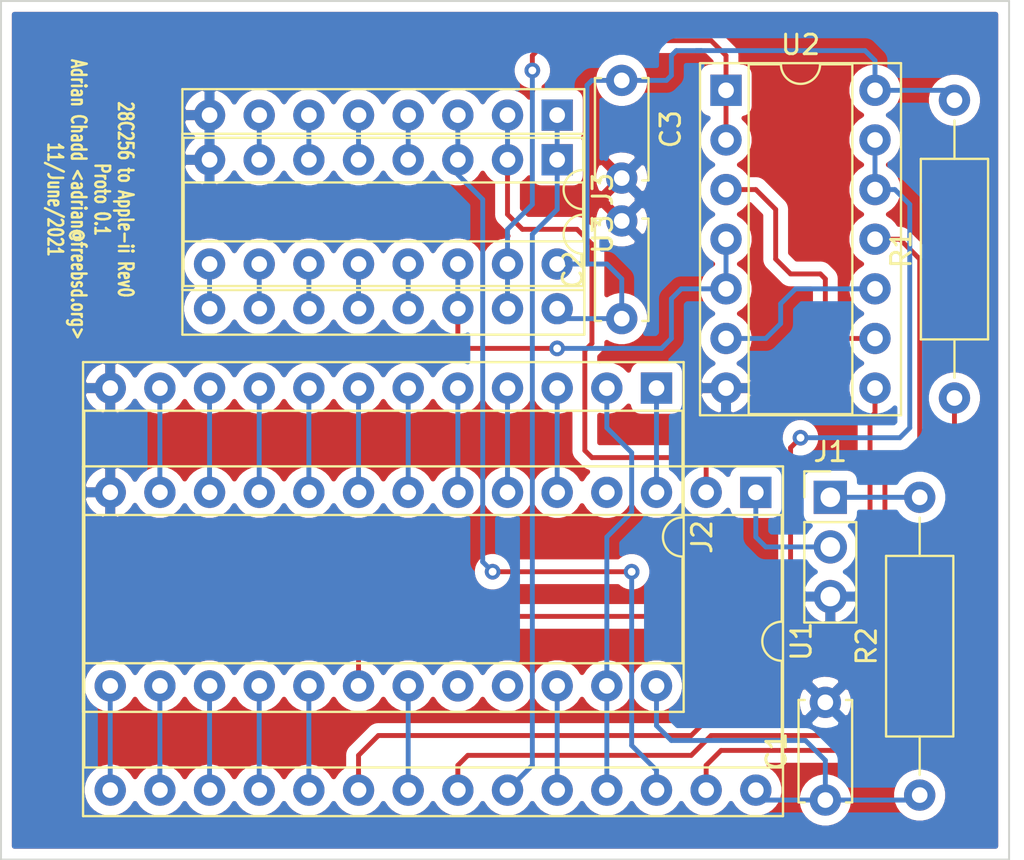
<source format=kicad_pcb>
(kicad_pcb (version 20171130) (host pcbnew 5.1.10)

  (general
    (thickness 1.6)
    (drawings 5)
    (tracks 181)
    (zones 0)
    (modules 11)
    (nets 46)
  )

  (page A4)
  (layers
    (0 F.Cu signal)
    (31 B.Cu signal)
    (32 B.Adhes user)
    (33 F.Adhes user)
    (34 B.Paste user)
    (35 F.Paste user)
    (36 B.SilkS user)
    (37 F.SilkS user)
    (38 B.Mask user)
    (39 F.Mask user)
    (40 Dwgs.User user)
    (41 Cmts.User user)
    (42 Eco1.User user)
    (43 Eco2.User user)
    (44 Edge.Cuts user)
    (45 Margin user)
    (46 B.CrtYd user)
    (47 F.CrtYd user)
    (48 B.Fab user)
    (49 F.Fab user)
  )

  (setup
    (last_trace_width 0.25)
    (trace_clearance 0.2)
    (zone_clearance 0.508)
    (zone_45_only no)
    (trace_min 0.2)
    (via_size 0.8)
    (via_drill 0.4)
    (via_min_size 0.4)
    (via_min_drill 0.3)
    (uvia_size 0.3)
    (uvia_drill 0.1)
    (uvias_allowed no)
    (uvia_min_size 0.2)
    (uvia_min_drill 0.1)
    (edge_width 0.05)
    (segment_width 0.2)
    (pcb_text_width 0.3)
    (pcb_text_size 1.5 1.5)
    (mod_edge_width 0.12)
    (mod_text_size 1 1)
    (mod_text_width 0.15)
    (pad_size 1.524 1.524)
    (pad_drill 0.762)
    (pad_to_mask_clearance 0)
    (aux_axis_origin 0 0)
    (visible_elements FFFFFF7F)
    (pcbplotparams
      (layerselection 0x010fc_ffffffff)
      (usegerberextensions false)
      (usegerberattributes true)
      (usegerberadvancedattributes true)
      (creategerberjobfile true)
      (excludeedgelayer true)
      (linewidth 0.100000)
      (plotframeref false)
      (viasonmask false)
      (mode 1)
      (useauxorigin false)
      (hpglpennumber 1)
      (hpglpenspeed 20)
      (hpglpendiameter 15.000000)
      (psnegative false)
      (psa4output false)
      (plotreference true)
      (plotvalue true)
      (plotinvisibletext false)
      (padsonsilk false)
      (subtractmaskfromsilk false)
      (outputformat 1)
      (mirror false)
      (drillshape 1)
      (scaleselection 1)
      (outputdirectory ""))
  )

  (net 0 "")
  (net 1 VCC)
  (net 2 GND)
  (net 3 "Net-(J1-Pad1)")
  (net 4 A14)
  (net 5 A7)
  (net 6 D3)
  (net 7 A8)
  (net 8 D4)
  (net 9 A5)
  (net 10 D5)
  (net 11 A4)
  (net 12 D6)
  (net 13 A3)
  (net 14 D7)
  (net 15 A2)
  (net 16 A_PD)
  (net 17 A1)
  (net 18 A10)
  (net 19 A0)
  (net 20 A_N_CS)
  (net 21 D0)
  (net 22 "Net-(J2-Pad21)")
  (net 23 D1)
  (net 24 A9)
  (net 25 D2)
  (net 26 A11)
  (net 27 A_SEL_6)
  (net 28 A12)
  (net 29 A_SEL_5)
  (net 30 A13)
  (net 31 A_SEL_4)
  (net 32 A_CLK0)
  (net 33 A_SEL_3)
  (net 34 A_CLK1)
  (net 35 A_SEL_2)
  (net 36 E3)
  (net 37 A_SEL_1)
  (net 38 A_SEL_7)
  (net 39 A_SEL_0)
  (net 40 "Net-(R1-Pad1)")
  (net 41 A6)
  (net 42 N_CS)
  (net 43 N_OE)
  (net 44 "Net-(U2-Pad3)")
  (net 45 "Net-(U2-Pad10)")

  (net_class Default "This is the default net class."
    (clearance 0.2)
    (trace_width 0.25)
    (via_dia 0.8)
    (via_drill 0.4)
    (uvia_dia 0.3)
    (uvia_drill 0.1)
    (add_net A0)
    (add_net A1)
    (add_net A10)
    (add_net A11)
    (add_net A12)
    (add_net A13)
    (add_net A14)
    (add_net A2)
    (add_net A3)
    (add_net A4)
    (add_net A5)
    (add_net A6)
    (add_net A7)
    (add_net A8)
    (add_net A9)
    (add_net A_CLK0)
    (add_net A_CLK1)
    (add_net A_N_CS)
    (add_net A_PD)
    (add_net A_SEL_0)
    (add_net A_SEL_1)
    (add_net A_SEL_2)
    (add_net A_SEL_3)
    (add_net A_SEL_4)
    (add_net A_SEL_5)
    (add_net A_SEL_6)
    (add_net A_SEL_7)
    (add_net D0)
    (add_net D1)
    (add_net D2)
    (add_net D3)
    (add_net D4)
    (add_net D5)
    (add_net D6)
    (add_net D7)
    (add_net E3)
    (add_net GND)
    (add_net N_CS)
    (add_net N_OE)
    (add_net "Net-(J1-Pad1)")
    (add_net "Net-(J2-Pad21)")
    (add_net "Net-(R1-Pad1)")
    (add_net "Net-(U2-Pad10)")
    (add_net "Net-(U2-Pad3)")
    (add_net VCC)
  )

  (module Connector_PinHeader_2.54mm:PinHeader_1x03_P2.54mm_Vertical (layer F.Cu) (tedit 59FED5CC) (tstamp 60C43E0F)
    (at 54.356 37.338)
    (descr "Through hole straight pin header, 1x03, 2.54mm pitch, single row")
    (tags "Through hole pin header THT 1x03 2.54mm single row")
    (path /60C867CB)
    (fp_text reference J1 (at 0 -2.33) (layer F.SilkS)
      (effects (font (size 1 1) (thickness 0.15)))
    )
    (fp_text value ROMSEL (at 0 7.41) (layer F.Fab)
      (effects (font (size 1 1) (thickness 0.15)))
    )
    (fp_line (start 1.8 -1.8) (end -1.8 -1.8) (layer F.CrtYd) (width 0.05))
    (fp_line (start 1.8 6.85) (end 1.8 -1.8) (layer F.CrtYd) (width 0.05))
    (fp_line (start -1.8 6.85) (end 1.8 6.85) (layer F.CrtYd) (width 0.05))
    (fp_line (start -1.8 -1.8) (end -1.8 6.85) (layer F.CrtYd) (width 0.05))
    (fp_line (start -1.33 -1.33) (end 0 -1.33) (layer F.SilkS) (width 0.12))
    (fp_line (start -1.33 0) (end -1.33 -1.33) (layer F.SilkS) (width 0.12))
    (fp_line (start -1.33 1.27) (end 1.33 1.27) (layer F.SilkS) (width 0.12))
    (fp_line (start 1.33 1.27) (end 1.33 6.41) (layer F.SilkS) (width 0.12))
    (fp_line (start -1.33 1.27) (end -1.33 6.41) (layer F.SilkS) (width 0.12))
    (fp_line (start -1.33 6.41) (end 1.33 6.41) (layer F.SilkS) (width 0.12))
    (fp_line (start -1.27 -0.635) (end -0.635 -1.27) (layer F.Fab) (width 0.1))
    (fp_line (start -1.27 6.35) (end -1.27 -0.635) (layer F.Fab) (width 0.1))
    (fp_line (start 1.27 6.35) (end -1.27 6.35) (layer F.Fab) (width 0.1))
    (fp_line (start 1.27 -1.27) (end 1.27 6.35) (layer F.Fab) (width 0.1))
    (fp_line (start -0.635 -1.27) (end 1.27 -1.27) (layer F.Fab) (width 0.1))
    (fp_text user %R (at 0 2.54 90) (layer F.Fab)
      (effects (font (size 1 1) (thickness 0.15)))
    )
    (pad 1 thru_hole rect (at 0 0) (size 1.7 1.7) (drill 1) (layers *.Cu *.Mask)
      (net 3 "Net-(J1-Pad1)"))
    (pad 2 thru_hole oval (at 0 2.54) (size 1.7 1.7) (drill 1) (layers *.Cu *.Mask)
      (net 4 A14))
    (pad 3 thru_hole oval (at 0 5.08) (size 1.7 1.7) (drill 1) (layers *.Cu *.Mask)
      (net 2 GND))
    (model ${KISYS3DMOD}/Connector_PinHeader_2.54mm.3dshapes/PinHeader_1x03_P2.54mm_Vertical.wrl
      (at (xyz 0 0 0))
      (scale (xyz 1 1 1))
      (rotate (xyz 0 0 0))
    )
  )

  (module Package_DIP:DIP-24_W15.24mm_Socket (layer F.Cu) (tedit 5A02E8C5) (tstamp 60C444B6)
    (at 45.466 31.75 270)
    (descr "24-lead though-hole mounted DIP package, row spacing 15.24 mm (600 mils), Socket")
    (tags "THT DIP DIL PDIP 2.54mm 15.24mm 600mil Socket")
    (path /60C5D00B)
    (fp_text reference J2 (at 7.62 -2.33 90) (layer F.SilkS)
      (effects (font (size 1 1) (thickness 0.15)))
    )
    (fp_text value "9316 insert" (at 7.62 30.27 90) (layer F.Fab)
      (effects (font (size 1 1) (thickness 0.15)))
    )
    (fp_line (start 16.8 -1.6) (end -1.55 -1.6) (layer F.CrtYd) (width 0.05))
    (fp_line (start 16.8 29.55) (end 16.8 -1.6) (layer F.CrtYd) (width 0.05))
    (fp_line (start -1.55 29.55) (end 16.8 29.55) (layer F.CrtYd) (width 0.05))
    (fp_line (start -1.55 -1.6) (end -1.55 29.55) (layer F.CrtYd) (width 0.05))
    (fp_line (start 16.57 -1.39) (end -1.33 -1.39) (layer F.SilkS) (width 0.12))
    (fp_line (start 16.57 29.33) (end 16.57 -1.39) (layer F.SilkS) (width 0.12))
    (fp_line (start -1.33 29.33) (end 16.57 29.33) (layer F.SilkS) (width 0.12))
    (fp_line (start -1.33 -1.39) (end -1.33 29.33) (layer F.SilkS) (width 0.12))
    (fp_line (start 14.08 -1.33) (end 8.62 -1.33) (layer F.SilkS) (width 0.12))
    (fp_line (start 14.08 29.27) (end 14.08 -1.33) (layer F.SilkS) (width 0.12))
    (fp_line (start 1.16 29.27) (end 14.08 29.27) (layer F.SilkS) (width 0.12))
    (fp_line (start 1.16 -1.33) (end 1.16 29.27) (layer F.SilkS) (width 0.12))
    (fp_line (start 6.62 -1.33) (end 1.16 -1.33) (layer F.SilkS) (width 0.12))
    (fp_line (start 16.51 -1.33) (end -1.27 -1.33) (layer F.Fab) (width 0.1))
    (fp_line (start 16.51 29.27) (end 16.51 -1.33) (layer F.Fab) (width 0.1))
    (fp_line (start -1.27 29.27) (end 16.51 29.27) (layer F.Fab) (width 0.1))
    (fp_line (start -1.27 -1.33) (end -1.27 29.27) (layer F.Fab) (width 0.1))
    (fp_line (start 0.255 -0.27) (end 1.255 -1.27) (layer F.Fab) (width 0.1))
    (fp_line (start 0.255 29.21) (end 0.255 -0.27) (layer F.Fab) (width 0.1))
    (fp_line (start 14.985 29.21) (end 0.255 29.21) (layer F.Fab) (width 0.1))
    (fp_line (start 14.985 -1.27) (end 14.985 29.21) (layer F.Fab) (width 0.1))
    (fp_line (start 1.255 -1.27) (end 14.985 -1.27) (layer F.Fab) (width 0.1))
    (fp_arc (start 7.62 -1.33) (end 6.62 -1.33) (angle -180) (layer F.SilkS) (width 0.12))
    (fp_text user %R (at 7.62 13.97 90) (layer F.Fab)
      (effects (font (size 1 1) (thickness 0.15)))
    )
    (pad 1 thru_hole rect (at 0 0 270) (size 1.6 1.6) (drill 0.8) (layers *.Cu *.Mask)
      (net 5 A7))
    (pad 13 thru_hole oval (at 15.24 27.94 270) (size 1.6 1.6) (drill 0.8) (layers *.Cu *.Mask)
      (net 6 D3))
    (pad 2 thru_hole oval (at 0 2.54 270) (size 1.6 1.6) (drill 0.8) (layers *.Cu *.Mask)
      (net 7 A8))
    (pad 14 thru_hole oval (at 15.24 25.4 270) (size 1.6 1.6) (drill 0.8) (layers *.Cu *.Mask)
      (net 8 D4))
    (pad 3 thru_hole oval (at 0 5.08 270) (size 1.6 1.6) (drill 0.8) (layers *.Cu *.Mask)
      (net 9 A5))
    (pad 15 thru_hole oval (at 15.24 22.86 270) (size 1.6 1.6) (drill 0.8) (layers *.Cu *.Mask)
      (net 10 D5))
    (pad 4 thru_hole oval (at 0 7.62 270) (size 1.6 1.6) (drill 0.8) (layers *.Cu *.Mask)
      (net 11 A4))
    (pad 16 thru_hole oval (at 15.24 20.32 270) (size 1.6 1.6) (drill 0.8) (layers *.Cu *.Mask)
      (net 12 D6))
    (pad 5 thru_hole oval (at 0 10.16 270) (size 1.6 1.6) (drill 0.8) (layers *.Cu *.Mask)
      (net 13 A3))
    (pad 17 thru_hole oval (at 15.24 17.78 270) (size 1.6 1.6) (drill 0.8) (layers *.Cu *.Mask)
      (net 14 D7))
    (pad 6 thru_hole oval (at 0 12.7 270) (size 1.6 1.6) (drill 0.8) (layers *.Cu *.Mask)
      (net 15 A2))
    (pad 18 thru_hole oval (at 15.24 15.24 270) (size 1.6 1.6) (drill 0.8) (layers *.Cu *.Mask)
      (net 16 A_PD))
    (pad 7 thru_hole oval (at 0 15.24 270) (size 1.6 1.6) (drill 0.8) (layers *.Cu *.Mask)
      (net 17 A1))
    (pad 19 thru_hole oval (at 15.24 12.7 270) (size 1.6 1.6) (drill 0.8) (layers *.Cu *.Mask)
      (net 18 A10))
    (pad 8 thru_hole oval (at 0 17.78 270) (size 1.6 1.6) (drill 0.8) (layers *.Cu *.Mask)
      (net 19 A0))
    (pad 20 thru_hole oval (at 15.24 10.16 270) (size 1.6 1.6) (drill 0.8) (layers *.Cu *.Mask)
      (net 20 A_N_CS))
    (pad 9 thru_hole oval (at 0 20.32 270) (size 1.6 1.6) (drill 0.8) (layers *.Cu *.Mask)
      (net 21 D0))
    (pad 21 thru_hole oval (at 15.24 7.62 270) (size 1.6 1.6) (drill 0.8) (layers *.Cu *.Mask)
      (net 22 "Net-(J2-Pad21)"))
    (pad 10 thru_hole oval (at 0 22.86 270) (size 1.6 1.6) (drill 0.8) (layers *.Cu *.Mask)
      (net 23 D1))
    (pad 22 thru_hole oval (at 15.24 5.08 270) (size 1.6 1.6) (drill 0.8) (layers *.Cu *.Mask)
      (net 24 A9))
    (pad 11 thru_hole oval (at 0 25.4 270) (size 1.6 1.6) (drill 0.8) (layers *.Cu *.Mask)
      (net 25 D2))
    (pad 23 thru_hole oval (at 15.24 2.54 270) (size 1.6 1.6) (drill 0.8) (layers *.Cu *.Mask)
      (net 7 A8))
    (pad 12 thru_hole oval (at 0 27.94 270) (size 1.6 1.6) (drill 0.8) (layers *.Cu *.Mask)
      (net 2 GND))
    (pad 24 thru_hole oval (at 15.24 0 270) (size 1.6 1.6) (drill 0.8) (layers *.Cu *.Mask)
      (net 1 VCC))
    (model ${KISYS3DMOD}/Package_DIP.3dshapes/DIP-24_W15.24mm_Socket.wrl
      (at (xyz 0 0 0))
      (scale (xyz 1 1 1))
      (rotate (xyz 0 0 0))
    )
  )

  (module Package_DIP:DIP-16_W7.62mm_Socket (layer F.Cu) (tedit 5A02E8C5) (tstamp 60C44688)
    (at 40.386 17.78 270)
    (descr "16-lead though-hole mounted DIP package, row spacing 7.62 mm (300 mils), Socket")
    (tags "THT DIP DIL PDIP 2.54mm 7.62mm 300mil Socket")
    (path /60C5A66B)
    (fp_text reference J3 (at 3.81 -2.33 90) (layer F.SilkS)
      (effects (font (size 1 1) (thickness 0.15)))
    )
    (fp_text value "74LS138 insert" (at 3.81 20.11 90) (layer F.Fab)
      (effects (font (size 1 1) (thickness 0.15)))
    )
    (fp_line (start 9.15 -1.6) (end -1.55 -1.6) (layer F.CrtYd) (width 0.05))
    (fp_line (start 9.15 19.4) (end 9.15 -1.6) (layer F.CrtYd) (width 0.05))
    (fp_line (start -1.55 19.4) (end 9.15 19.4) (layer F.CrtYd) (width 0.05))
    (fp_line (start -1.55 -1.6) (end -1.55 19.4) (layer F.CrtYd) (width 0.05))
    (fp_line (start 8.95 -1.39) (end -1.33 -1.39) (layer F.SilkS) (width 0.12))
    (fp_line (start 8.95 19.17) (end 8.95 -1.39) (layer F.SilkS) (width 0.12))
    (fp_line (start -1.33 19.17) (end 8.95 19.17) (layer F.SilkS) (width 0.12))
    (fp_line (start -1.33 -1.39) (end -1.33 19.17) (layer F.SilkS) (width 0.12))
    (fp_line (start 6.46 -1.33) (end 4.81 -1.33) (layer F.SilkS) (width 0.12))
    (fp_line (start 6.46 19.11) (end 6.46 -1.33) (layer F.SilkS) (width 0.12))
    (fp_line (start 1.16 19.11) (end 6.46 19.11) (layer F.SilkS) (width 0.12))
    (fp_line (start 1.16 -1.33) (end 1.16 19.11) (layer F.SilkS) (width 0.12))
    (fp_line (start 2.81 -1.33) (end 1.16 -1.33) (layer F.SilkS) (width 0.12))
    (fp_line (start 8.89 -1.33) (end -1.27 -1.33) (layer F.Fab) (width 0.1))
    (fp_line (start 8.89 19.11) (end 8.89 -1.33) (layer F.Fab) (width 0.1))
    (fp_line (start -1.27 19.11) (end 8.89 19.11) (layer F.Fab) (width 0.1))
    (fp_line (start -1.27 -1.33) (end -1.27 19.11) (layer F.Fab) (width 0.1))
    (fp_line (start 0.635 -0.27) (end 1.635 -1.27) (layer F.Fab) (width 0.1))
    (fp_line (start 0.635 19.05) (end 0.635 -0.27) (layer F.Fab) (width 0.1))
    (fp_line (start 6.985 19.05) (end 0.635 19.05) (layer F.Fab) (width 0.1))
    (fp_line (start 6.985 -1.27) (end 6.985 19.05) (layer F.Fab) (width 0.1))
    (fp_line (start 1.635 -1.27) (end 6.985 -1.27) (layer F.Fab) (width 0.1))
    (fp_arc (start 3.81 -1.33) (end 2.81 -1.33) (angle -180) (layer F.SilkS) (width 0.12))
    (fp_text user %R (at 3.81 8.89 90) (layer F.Fab)
      (effects (font (size 1 1) (thickness 0.15)))
    )
    (pad 1 thru_hole rect (at 0 0 270) (size 1.6 1.6) (drill 0.8) (layers *.Cu *.Mask)
      (net 26 A11))
    (pad 9 thru_hole oval (at 7.62 17.78 270) (size 1.6 1.6) (drill 0.8) (layers *.Cu *.Mask)
      (net 27 A_SEL_6))
    (pad 2 thru_hole oval (at 0 2.54 270) (size 1.6 1.6) (drill 0.8) (layers *.Cu *.Mask)
      (net 28 A12))
    (pad 10 thru_hole oval (at 7.62 15.24 270) (size 1.6 1.6) (drill 0.8) (layers *.Cu *.Mask)
      (net 29 A_SEL_5))
    (pad 3 thru_hole oval (at 0 5.08 270) (size 1.6 1.6) (drill 0.8) (layers *.Cu *.Mask)
      (net 30 A13))
    (pad 11 thru_hole oval (at 7.62 12.7 270) (size 1.6 1.6) (drill 0.8) (layers *.Cu *.Mask)
      (net 31 A_SEL_4))
    (pad 4 thru_hole oval (at 0 7.62 270) (size 1.6 1.6) (drill 0.8) (layers *.Cu *.Mask)
      (net 32 A_CLK0))
    (pad 12 thru_hole oval (at 7.62 10.16 270) (size 1.6 1.6) (drill 0.8) (layers *.Cu *.Mask)
      (net 33 A_SEL_3))
    (pad 5 thru_hole oval (at 0 10.16 270) (size 1.6 1.6) (drill 0.8) (layers *.Cu *.Mask)
      (net 34 A_CLK1))
    (pad 13 thru_hole oval (at 7.62 7.62 270) (size 1.6 1.6) (drill 0.8) (layers *.Cu *.Mask)
      (net 35 A_SEL_2))
    (pad 6 thru_hole oval (at 0 12.7 270) (size 1.6 1.6) (drill 0.8) (layers *.Cu *.Mask)
      (net 36 E3))
    (pad 14 thru_hole oval (at 7.62 5.08 270) (size 1.6 1.6) (drill 0.8) (layers *.Cu *.Mask)
      (net 37 A_SEL_1))
    (pad 7 thru_hole oval (at 0 15.24 270) (size 1.6 1.6) (drill 0.8) (layers *.Cu *.Mask)
      (net 38 A_SEL_7))
    (pad 15 thru_hole oval (at 7.62 2.54 270) (size 1.6 1.6) (drill 0.8) (layers *.Cu *.Mask)
      (net 39 A_SEL_0))
    (pad 8 thru_hole oval (at 0 17.78 270) (size 1.6 1.6) (drill 0.8) (layers *.Cu *.Mask)
      (net 2 GND))
    (pad 16 thru_hole oval (at 7.62 0 270) (size 1.6 1.6) (drill 0.8) (layers *.Cu *.Mask)
      (net 1 VCC))
    (model ${KISYS3DMOD}/Package_DIP.3dshapes/DIP-16_W7.62mm_Socket.wrl
      (at (xyz 0 0 0))
      (scale (xyz 1 1 1))
      (rotate (xyz 0 0 0))
    )
  )

  (module Resistor_THT:R_Axial_DIN0309_L9.0mm_D3.2mm_P15.24mm_Horizontal (layer F.Cu) (tedit 5AE5139B) (tstamp 60C4AC6E)
    (at 60.706 32.258 90)
    (descr "Resistor, Axial_DIN0309 series, Axial, Horizontal, pin pitch=15.24mm, 0.5W = 1/2W, length*diameter=9*3.2mm^2, http://cdn-reichelt.de/documents/datenblatt/B400/1_4W%23YAG.pdf")
    (tags "Resistor Axial_DIN0309 series Axial Horizontal pin pitch 15.24mm 0.5W = 1/2W length 9mm diameter 3.2mm")
    (path /60C7D20E)
    (fp_text reference R1 (at 7.62 -2.72 90) (layer F.SilkS)
      (effects (font (size 1 1) (thickness 0.15)))
    )
    (fp_text value 1k (at 7.62 2.72 90) (layer F.Fab)
      (effects (font (size 1 1) (thickness 0.15)))
    )
    (fp_line (start 16.29 -1.85) (end -1.05 -1.85) (layer F.CrtYd) (width 0.05))
    (fp_line (start 16.29 1.85) (end 16.29 -1.85) (layer F.CrtYd) (width 0.05))
    (fp_line (start -1.05 1.85) (end 16.29 1.85) (layer F.CrtYd) (width 0.05))
    (fp_line (start -1.05 -1.85) (end -1.05 1.85) (layer F.CrtYd) (width 0.05))
    (fp_line (start 14.2 0) (end 12.24 0) (layer F.SilkS) (width 0.12))
    (fp_line (start 1.04 0) (end 3 0) (layer F.SilkS) (width 0.12))
    (fp_line (start 12.24 -1.72) (end 3 -1.72) (layer F.SilkS) (width 0.12))
    (fp_line (start 12.24 1.72) (end 12.24 -1.72) (layer F.SilkS) (width 0.12))
    (fp_line (start 3 1.72) (end 12.24 1.72) (layer F.SilkS) (width 0.12))
    (fp_line (start 3 -1.72) (end 3 1.72) (layer F.SilkS) (width 0.12))
    (fp_line (start 15.24 0) (end 12.12 0) (layer F.Fab) (width 0.1))
    (fp_line (start 0 0) (end 3.12 0) (layer F.Fab) (width 0.1))
    (fp_line (start 12.12 -1.6) (end 3.12 -1.6) (layer F.Fab) (width 0.1))
    (fp_line (start 12.12 1.6) (end 12.12 -1.6) (layer F.Fab) (width 0.1))
    (fp_line (start 3.12 1.6) (end 12.12 1.6) (layer F.Fab) (width 0.1))
    (fp_line (start 3.12 -1.6) (end 3.12 1.6) (layer F.Fab) (width 0.1))
    (fp_text user %R (at 7.62 0 90) (layer F.Fab)
      (effects (font (size 1 1) (thickness 0.15)))
    )
    (pad 1 thru_hole circle (at 0 0 90) (size 1.6 1.6) (drill 0.8) (layers *.Cu *.Mask)
      (net 40 "Net-(R1-Pad1)"))
    (pad 2 thru_hole oval (at 15.24 0 90) (size 1.6 1.6) (drill 0.8) (layers *.Cu *.Mask)
      (net 1 VCC))
    (model ${KISYS3DMOD}/Resistor_THT.3dshapes/R_Axial_DIN0309_L9.0mm_D3.2mm_P15.24mm_Horizontal.wrl
      (at (xyz 0 0 0))
      (scale (xyz 1 1 1))
      (rotate (xyz 0 0 0))
    )
  )

  (module Resistor_THT:R_Axial_DIN0309_L9.0mm_D3.2mm_P15.24mm_Horizontal (layer F.Cu) (tedit 5AE5139B) (tstamp 60C43D8B)
    (at 58.928 52.578 90)
    (descr "Resistor, Axial_DIN0309 series, Axial, Horizontal, pin pitch=15.24mm, 0.5W = 1/2W, length*diameter=9*3.2mm^2, http://cdn-reichelt.de/documents/datenblatt/B400/1_4W%23YAG.pdf")
    (tags "Resistor Axial_DIN0309 series Axial Horizontal pin pitch 15.24mm 0.5W = 1/2W length 9mm diameter 3.2mm")
    (path /60C8AF44)
    (fp_text reference R2 (at 7.62 -2.72 90) (layer F.SilkS)
      (effects (font (size 1 1) (thickness 0.15)))
    )
    (fp_text value 1K (at 7.62 2.72 90) (layer F.Fab)
      (effects (font (size 1 1) (thickness 0.15)))
    )
    (fp_line (start 3.12 -1.6) (end 3.12 1.6) (layer F.Fab) (width 0.1))
    (fp_line (start 3.12 1.6) (end 12.12 1.6) (layer F.Fab) (width 0.1))
    (fp_line (start 12.12 1.6) (end 12.12 -1.6) (layer F.Fab) (width 0.1))
    (fp_line (start 12.12 -1.6) (end 3.12 -1.6) (layer F.Fab) (width 0.1))
    (fp_line (start 0 0) (end 3.12 0) (layer F.Fab) (width 0.1))
    (fp_line (start 15.24 0) (end 12.12 0) (layer F.Fab) (width 0.1))
    (fp_line (start 3 -1.72) (end 3 1.72) (layer F.SilkS) (width 0.12))
    (fp_line (start 3 1.72) (end 12.24 1.72) (layer F.SilkS) (width 0.12))
    (fp_line (start 12.24 1.72) (end 12.24 -1.72) (layer F.SilkS) (width 0.12))
    (fp_line (start 12.24 -1.72) (end 3 -1.72) (layer F.SilkS) (width 0.12))
    (fp_line (start 1.04 0) (end 3 0) (layer F.SilkS) (width 0.12))
    (fp_line (start 14.2 0) (end 12.24 0) (layer F.SilkS) (width 0.12))
    (fp_line (start -1.05 -1.85) (end -1.05 1.85) (layer F.CrtYd) (width 0.05))
    (fp_line (start -1.05 1.85) (end 16.29 1.85) (layer F.CrtYd) (width 0.05))
    (fp_line (start 16.29 1.85) (end 16.29 -1.85) (layer F.CrtYd) (width 0.05))
    (fp_line (start 16.29 -1.85) (end -1.05 -1.85) (layer F.CrtYd) (width 0.05))
    (fp_text user %R (at 7.62 0 90) (layer F.Fab)
      (effects (font (size 1 1) (thickness 0.15)))
    )
    (pad 2 thru_hole oval (at 15.24 0 90) (size 1.6 1.6) (drill 0.8) (layers *.Cu *.Mask)
      (net 3 "Net-(J1-Pad1)"))
    (pad 1 thru_hole circle (at 0 0 90) (size 1.6 1.6) (drill 0.8) (layers *.Cu *.Mask)
      (net 1 VCC))
    (model ${KISYS3DMOD}/Resistor_THT.3dshapes/R_Axial_DIN0309_L9.0mm_D3.2mm_P15.24mm_Horizontal.wrl
      (at (xyz 0 0 0))
      (scale (xyz 1 1 1))
      (rotate (xyz 0 0 0))
    )
  )

  (module Package_DIP:DIP-28_W15.24mm_Socket (layer F.Cu) (tedit 5A02E8C5) (tstamp 60C43D07)
    (at 50.546 37.084 270)
    (descr "28-lead though-hole mounted DIP package, row spacing 15.24 mm (600 mils), Socket")
    (tags "THT DIP DIL PDIP 2.54mm 15.24mm 600mil Socket")
    (path /60C42442)
    (fp_text reference U1 (at 7.62 -2.33 90) (layer F.SilkS)
      (effects (font (size 1 1) (thickness 0.15)))
    )
    (fp_text value 28C256 (at 7.62 35.35 90) (layer F.Fab)
      (effects (font (size 1 1) (thickness 0.15)))
    )
    (fp_line (start 16.8 -1.6) (end -1.55 -1.6) (layer F.CrtYd) (width 0.05))
    (fp_line (start 16.8 34.65) (end 16.8 -1.6) (layer F.CrtYd) (width 0.05))
    (fp_line (start -1.55 34.65) (end 16.8 34.65) (layer F.CrtYd) (width 0.05))
    (fp_line (start -1.55 -1.6) (end -1.55 34.65) (layer F.CrtYd) (width 0.05))
    (fp_line (start 16.57 -1.39) (end -1.33 -1.39) (layer F.SilkS) (width 0.12))
    (fp_line (start 16.57 34.41) (end 16.57 -1.39) (layer F.SilkS) (width 0.12))
    (fp_line (start -1.33 34.41) (end 16.57 34.41) (layer F.SilkS) (width 0.12))
    (fp_line (start -1.33 -1.39) (end -1.33 34.41) (layer F.SilkS) (width 0.12))
    (fp_line (start 14.08 -1.33) (end 8.62 -1.33) (layer F.SilkS) (width 0.12))
    (fp_line (start 14.08 34.35) (end 14.08 -1.33) (layer F.SilkS) (width 0.12))
    (fp_line (start 1.16 34.35) (end 14.08 34.35) (layer F.SilkS) (width 0.12))
    (fp_line (start 1.16 -1.33) (end 1.16 34.35) (layer F.SilkS) (width 0.12))
    (fp_line (start 6.62 -1.33) (end 1.16 -1.33) (layer F.SilkS) (width 0.12))
    (fp_line (start 16.51 -1.33) (end -1.27 -1.33) (layer F.Fab) (width 0.1))
    (fp_line (start 16.51 34.35) (end 16.51 -1.33) (layer F.Fab) (width 0.1))
    (fp_line (start -1.27 34.35) (end 16.51 34.35) (layer F.Fab) (width 0.1))
    (fp_line (start -1.27 -1.33) (end -1.27 34.35) (layer F.Fab) (width 0.1))
    (fp_line (start 0.255 -0.27) (end 1.255 -1.27) (layer F.Fab) (width 0.1))
    (fp_line (start 0.255 34.29) (end 0.255 -0.27) (layer F.Fab) (width 0.1))
    (fp_line (start 14.985 34.29) (end 0.255 34.29) (layer F.Fab) (width 0.1))
    (fp_line (start 14.985 -1.27) (end 14.985 34.29) (layer F.Fab) (width 0.1))
    (fp_line (start 1.255 -1.27) (end 14.985 -1.27) (layer F.Fab) (width 0.1))
    (fp_arc (start 7.62 -1.33) (end 6.62 -1.33) (angle -180) (layer F.SilkS) (width 0.12))
    (fp_text user %R (at 7.62 16.51 90) (layer F.Fab)
      (effects (font (size 1 1) (thickness 0.15)))
    )
    (pad 1 thru_hole rect (at 0 0 270) (size 1.6 1.6) (drill 0.8) (layers *.Cu *.Mask)
      (net 4 A14))
    (pad 15 thru_hole oval (at 15.24 33.02 270) (size 1.6 1.6) (drill 0.8) (layers *.Cu *.Mask)
      (net 6 D3))
    (pad 2 thru_hole oval (at 0 2.54 270) (size 1.6 1.6) (drill 0.8) (layers *.Cu *.Mask)
      (net 28 A12))
    (pad 16 thru_hole oval (at 15.24 30.48 270) (size 1.6 1.6) (drill 0.8) (layers *.Cu *.Mask)
      (net 8 D4))
    (pad 3 thru_hole oval (at 0 5.08 270) (size 1.6 1.6) (drill 0.8) (layers *.Cu *.Mask)
      (net 5 A7))
    (pad 17 thru_hole oval (at 15.24 27.94 270) (size 1.6 1.6) (drill 0.8) (layers *.Cu *.Mask)
      (net 10 D5))
    (pad 4 thru_hole oval (at 0 7.62 270) (size 1.6 1.6) (drill 0.8) (layers *.Cu *.Mask)
      (net 41 A6))
    (pad 18 thru_hole oval (at 15.24 25.4 270) (size 1.6 1.6) (drill 0.8) (layers *.Cu *.Mask)
      (net 12 D6))
    (pad 5 thru_hole oval (at 0 10.16 270) (size 1.6 1.6) (drill 0.8) (layers *.Cu *.Mask)
      (net 9 A5))
    (pad 19 thru_hole oval (at 15.24 22.86 270) (size 1.6 1.6) (drill 0.8) (layers *.Cu *.Mask)
      (net 14 D7))
    (pad 6 thru_hole oval (at 0 12.7 270) (size 1.6 1.6) (drill 0.8) (layers *.Cu *.Mask)
      (net 11 A4))
    (pad 20 thru_hole oval (at 15.24 20.32 270) (size 1.6 1.6) (drill 0.8) (layers *.Cu *.Mask)
      (net 42 N_CS))
    (pad 7 thru_hole oval (at 0 15.24 270) (size 1.6 1.6) (drill 0.8) (layers *.Cu *.Mask)
      (net 13 A3))
    (pad 21 thru_hole oval (at 15.24 17.78 270) (size 1.6 1.6) (drill 0.8) (layers *.Cu *.Mask)
      (net 18 A10))
    (pad 8 thru_hole oval (at 0 17.78 270) (size 1.6 1.6) (drill 0.8) (layers *.Cu *.Mask)
      (net 15 A2))
    (pad 22 thru_hole oval (at 15.24 15.24 270) (size 1.6 1.6) (drill 0.8) (layers *.Cu *.Mask)
      (net 43 N_OE))
    (pad 9 thru_hole oval (at 0 20.32 270) (size 1.6 1.6) (drill 0.8) (layers *.Cu *.Mask)
      (net 17 A1))
    (pad 23 thru_hole oval (at 15.24 12.7 270) (size 1.6 1.6) (drill 0.8) (layers *.Cu *.Mask)
      (net 26 A11))
    (pad 10 thru_hole oval (at 0 22.86 270) (size 1.6 1.6) (drill 0.8) (layers *.Cu *.Mask)
      (net 19 A0))
    (pad 24 thru_hole oval (at 15.24 10.16 270) (size 1.6 1.6) (drill 0.8) (layers *.Cu *.Mask)
      (net 24 A9))
    (pad 11 thru_hole oval (at 0 25.4 270) (size 1.6 1.6) (drill 0.8) (layers *.Cu *.Mask)
      (net 21 D0))
    (pad 25 thru_hole oval (at 15.24 7.62 270) (size 1.6 1.6) (drill 0.8) (layers *.Cu *.Mask)
      (net 7 A8))
    (pad 12 thru_hole oval (at 0 27.94 270) (size 1.6 1.6) (drill 0.8) (layers *.Cu *.Mask)
      (net 23 D1))
    (pad 26 thru_hole oval (at 15.24 5.08 270) (size 1.6 1.6) (drill 0.8) (layers *.Cu *.Mask)
      (net 30 A13))
    (pad 13 thru_hole oval (at 0 30.48 270) (size 1.6 1.6) (drill 0.8) (layers *.Cu *.Mask)
      (net 25 D2))
    (pad 27 thru_hole oval (at 15.24 2.54 270) (size 1.6 1.6) (drill 0.8) (layers *.Cu *.Mask)
      (net 40 "Net-(R1-Pad1)"))
    (pad 14 thru_hole oval (at 0 33.02 270) (size 1.6 1.6) (drill 0.8) (layers *.Cu *.Mask)
      (net 2 GND))
    (pad 28 thru_hole oval (at 15.24 0 270) (size 1.6 1.6) (drill 0.8) (layers *.Cu *.Mask)
      (net 1 VCC))
    (model ${KISYS3DMOD}/Package_DIP.3dshapes/DIP-28_W15.24mm_Socket.wrl
      (at (xyz 0 0 0))
      (scale (xyz 1 1 1))
      (rotate (xyz 0 0 0))
    )
  )

  (module Package_DIP:DIP-14_W7.62mm_Socket (layer F.Cu) (tedit 5A02E8C5) (tstamp 60C43C7E)
    (at 49.022 16.51)
    (descr "14-lead though-hole mounted DIP package, row spacing 7.62 mm (300 mils), Socket")
    (tags "THT DIP DIL PDIP 2.54mm 7.62mm 300mil Socket")
    (path /60CBB4C3)
    (fp_text reference U2 (at 3.81 -2.33) (layer F.SilkS)
      (effects (font (size 1 1) (thickness 0.15)))
    )
    (fp_text value 74LS00 (at 3.81 17.57) (layer F.Fab)
      (effects (font (size 1 1) (thickness 0.15)))
    )
    (fp_line (start 9.15 -1.6) (end -1.55 -1.6) (layer F.CrtYd) (width 0.05))
    (fp_line (start 9.15 16.85) (end 9.15 -1.6) (layer F.CrtYd) (width 0.05))
    (fp_line (start -1.55 16.85) (end 9.15 16.85) (layer F.CrtYd) (width 0.05))
    (fp_line (start -1.55 -1.6) (end -1.55 16.85) (layer F.CrtYd) (width 0.05))
    (fp_line (start 8.95 -1.39) (end -1.33 -1.39) (layer F.SilkS) (width 0.12))
    (fp_line (start 8.95 16.63) (end 8.95 -1.39) (layer F.SilkS) (width 0.12))
    (fp_line (start -1.33 16.63) (end 8.95 16.63) (layer F.SilkS) (width 0.12))
    (fp_line (start -1.33 -1.39) (end -1.33 16.63) (layer F.SilkS) (width 0.12))
    (fp_line (start 6.46 -1.33) (end 4.81 -1.33) (layer F.SilkS) (width 0.12))
    (fp_line (start 6.46 16.57) (end 6.46 -1.33) (layer F.SilkS) (width 0.12))
    (fp_line (start 1.16 16.57) (end 6.46 16.57) (layer F.SilkS) (width 0.12))
    (fp_line (start 1.16 -1.33) (end 1.16 16.57) (layer F.SilkS) (width 0.12))
    (fp_line (start 2.81 -1.33) (end 1.16 -1.33) (layer F.SilkS) (width 0.12))
    (fp_line (start 8.89 -1.33) (end -1.27 -1.33) (layer F.Fab) (width 0.1))
    (fp_line (start 8.89 16.57) (end 8.89 -1.33) (layer F.Fab) (width 0.1))
    (fp_line (start -1.27 16.57) (end 8.89 16.57) (layer F.Fab) (width 0.1))
    (fp_line (start -1.27 -1.33) (end -1.27 16.57) (layer F.Fab) (width 0.1))
    (fp_line (start 0.635 -0.27) (end 1.635 -1.27) (layer F.Fab) (width 0.1))
    (fp_line (start 0.635 16.51) (end 0.635 -0.27) (layer F.Fab) (width 0.1))
    (fp_line (start 6.985 16.51) (end 0.635 16.51) (layer F.Fab) (width 0.1))
    (fp_line (start 6.985 -1.27) (end 6.985 16.51) (layer F.Fab) (width 0.1))
    (fp_line (start 1.635 -1.27) (end 6.985 -1.27) (layer F.Fab) (width 0.1))
    (fp_arc (start 3.81 -1.33) (end 2.81 -1.33) (angle -180) (layer F.SilkS) (width 0.12))
    (fp_text user %R (at 3.81 7.62) (layer F.Fab)
      (effects (font (size 1 1) (thickness 0.15)))
    )
    (pad 1 thru_hole rect (at 0 0) (size 1.6 1.6) (drill 0.8) (layers *.Cu *.Mask)
      (net 39 A_SEL_0))
    (pad 8 thru_hole oval (at 7.62 15.24) (size 1.6 1.6) (drill 0.8) (layers *.Cu *.Mask)
      (net 42 N_CS))
    (pad 2 thru_hole oval (at 0 2.54) (size 1.6 1.6) (drill 0.8) (layers *.Cu *.Mask)
      (net 39 A_SEL_0))
    (pad 9 thru_hole oval (at 7.62 12.7) (size 1.6 1.6) (drill 0.8) (layers *.Cu *.Mask)
      (net 44 "Net-(U2-Pad3)"))
    (pad 3 thru_hole oval (at 0 5.08) (size 1.6 1.6) (drill 0.8) (layers *.Cu *.Mask)
      (net 44 "Net-(U2-Pad3)"))
    (pad 10 thru_hole oval (at 7.62 10.16) (size 1.6 1.6) (drill 0.8) (layers *.Cu *.Mask)
      (net 45 "Net-(U2-Pad10)"))
    (pad 4 thru_hole oval (at 0 7.62) (size 1.6 1.6) (drill 0.8) (layers *.Cu *.Mask)
      (net 37 A_SEL_1))
    (pad 11 thru_hole oval (at 7.62 7.62) (size 1.6 1.6) (drill 0.8) (layers *.Cu *.Mask)
      (net 43 N_OE))
    (pad 5 thru_hole oval (at 0 10.16) (size 1.6 1.6) (drill 0.8) (layers *.Cu *.Mask)
      (net 37 A_SEL_1))
    (pad 12 thru_hole oval (at 7.62 5.08) (size 1.6 1.6) (drill 0.8) (layers *.Cu *.Mask)
      (net 16 A_PD))
    (pad 6 thru_hole oval (at 0 12.7) (size 1.6 1.6) (drill 0.8) (layers *.Cu *.Mask)
      (net 45 "Net-(U2-Pad10)"))
    (pad 13 thru_hole oval (at 7.62 2.54) (size 1.6 1.6) (drill 0.8) (layers *.Cu *.Mask)
      (net 16 A_PD))
    (pad 7 thru_hole oval (at 0 15.24) (size 1.6 1.6) (drill 0.8) (layers *.Cu *.Mask)
      (net 2 GND))
    (pad 14 thru_hole oval (at 7.62 0) (size 1.6 1.6) (drill 0.8) (layers *.Cu *.Mask)
      (net 1 VCC))
    (model ${KISYS3DMOD}/Package_DIP.3dshapes/DIP-14_W7.62mm_Socket.wrl
      (at (xyz 0 0 0))
      (scale (xyz 1 1 1))
      (rotate (xyz 0 0 0))
    )
  )

  (module Package_DIP:DIP-16_W7.62mm_Socket (layer F.Cu) (tedit 5A02E8C5) (tstamp 60C43BFF)
    (at 40.386 20.066 270)
    (descr "16-lead though-hole mounted DIP package, row spacing 7.62 mm (300 mils), Socket")
    (tags "THT DIP DIL PDIP 2.54mm 7.62mm 300mil Socket")
    (path /60CBA99F)
    (fp_text reference U3 (at 3.81 -2.33 90) (layer F.SilkS)
      (effects (font (size 1 1) (thickness 0.15)))
    )
    (fp_text value 74LS138 (at 3.81 20.11 90) (layer F.Fab)
      (effects (font (size 1 1) (thickness 0.15)))
    )
    (fp_line (start 1.635 -1.27) (end 6.985 -1.27) (layer F.Fab) (width 0.1))
    (fp_line (start 6.985 -1.27) (end 6.985 19.05) (layer F.Fab) (width 0.1))
    (fp_line (start 6.985 19.05) (end 0.635 19.05) (layer F.Fab) (width 0.1))
    (fp_line (start 0.635 19.05) (end 0.635 -0.27) (layer F.Fab) (width 0.1))
    (fp_line (start 0.635 -0.27) (end 1.635 -1.27) (layer F.Fab) (width 0.1))
    (fp_line (start -1.27 -1.33) (end -1.27 19.11) (layer F.Fab) (width 0.1))
    (fp_line (start -1.27 19.11) (end 8.89 19.11) (layer F.Fab) (width 0.1))
    (fp_line (start 8.89 19.11) (end 8.89 -1.33) (layer F.Fab) (width 0.1))
    (fp_line (start 8.89 -1.33) (end -1.27 -1.33) (layer F.Fab) (width 0.1))
    (fp_line (start 2.81 -1.33) (end 1.16 -1.33) (layer F.SilkS) (width 0.12))
    (fp_line (start 1.16 -1.33) (end 1.16 19.11) (layer F.SilkS) (width 0.12))
    (fp_line (start 1.16 19.11) (end 6.46 19.11) (layer F.SilkS) (width 0.12))
    (fp_line (start 6.46 19.11) (end 6.46 -1.33) (layer F.SilkS) (width 0.12))
    (fp_line (start 6.46 -1.33) (end 4.81 -1.33) (layer F.SilkS) (width 0.12))
    (fp_line (start -1.33 -1.39) (end -1.33 19.17) (layer F.SilkS) (width 0.12))
    (fp_line (start -1.33 19.17) (end 8.95 19.17) (layer F.SilkS) (width 0.12))
    (fp_line (start 8.95 19.17) (end 8.95 -1.39) (layer F.SilkS) (width 0.12))
    (fp_line (start 8.95 -1.39) (end -1.33 -1.39) (layer F.SilkS) (width 0.12))
    (fp_line (start -1.55 -1.6) (end -1.55 19.4) (layer F.CrtYd) (width 0.05))
    (fp_line (start -1.55 19.4) (end 9.15 19.4) (layer F.CrtYd) (width 0.05))
    (fp_line (start 9.15 19.4) (end 9.15 -1.6) (layer F.CrtYd) (width 0.05))
    (fp_line (start 9.15 -1.6) (end -1.55 -1.6) (layer F.CrtYd) (width 0.05))
    (fp_text user %R (at 3.81 8.89 90) (layer F.Fab)
      (effects (font (size 1 1) (thickness 0.15)))
    )
    (fp_arc (start 3.81 -1.33) (end 2.81 -1.33) (angle -180) (layer F.SilkS) (width 0.12))
    (pad 16 thru_hole oval (at 7.62 0 270) (size 1.6 1.6) (drill 0.8) (layers *.Cu *.Mask)
      (net 1 VCC))
    (pad 8 thru_hole oval (at 0 17.78 270) (size 1.6 1.6) (drill 0.8) (layers *.Cu *.Mask)
      (net 2 GND))
    (pad 15 thru_hole oval (at 7.62 2.54 270) (size 1.6 1.6) (drill 0.8) (layers *.Cu *.Mask)
      (net 39 A_SEL_0))
    (pad 7 thru_hole oval (at 0 15.24 270) (size 1.6 1.6) (drill 0.8) (layers *.Cu *.Mask)
      (net 38 A_SEL_7))
    (pad 14 thru_hole oval (at 7.62 5.08 270) (size 1.6 1.6) (drill 0.8) (layers *.Cu *.Mask)
      (net 37 A_SEL_1))
    (pad 6 thru_hole oval (at 0 12.7 270) (size 1.6 1.6) (drill 0.8) (layers *.Cu *.Mask)
      (net 36 E3))
    (pad 13 thru_hole oval (at 7.62 7.62 270) (size 1.6 1.6) (drill 0.8) (layers *.Cu *.Mask)
      (net 35 A_SEL_2))
    (pad 5 thru_hole oval (at 0 10.16 270) (size 1.6 1.6) (drill 0.8) (layers *.Cu *.Mask)
      (net 34 A_CLK1))
    (pad 12 thru_hole oval (at 7.62 10.16 270) (size 1.6 1.6) (drill 0.8) (layers *.Cu *.Mask)
      (net 33 A_SEL_3))
    (pad 4 thru_hole oval (at 0 7.62 270) (size 1.6 1.6) (drill 0.8) (layers *.Cu *.Mask)
      (net 32 A_CLK0))
    (pad 11 thru_hole oval (at 7.62 12.7 270) (size 1.6 1.6) (drill 0.8) (layers *.Cu *.Mask)
      (net 31 A_SEL_4))
    (pad 3 thru_hole oval (at 0 5.08 270) (size 1.6 1.6) (drill 0.8) (layers *.Cu *.Mask)
      (net 30 A13))
    (pad 10 thru_hole oval (at 7.62 15.24 270) (size 1.6 1.6) (drill 0.8) (layers *.Cu *.Mask)
      (net 29 A_SEL_5))
    (pad 2 thru_hole oval (at 0 2.54 270) (size 1.6 1.6) (drill 0.8) (layers *.Cu *.Mask)
      (net 28 A12))
    (pad 9 thru_hole oval (at 7.62 17.78 270) (size 1.6 1.6) (drill 0.8) (layers *.Cu *.Mask)
      (net 27 A_SEL_6))
    (pad 1 thru_hole rect (at 0 0 270) (size 1.6 1.6) (drill 0.8) (layers *.Cu *.Mask)
      (net 26 A11))
    (model ${KISYS3DMOD}/Package_DIP.3dshapes/DIP-16_W7.62mm_Socket.wrl
      (at (xyz 0 0 0))
      (scale (xyz 1 1 1))
      (rotate (xyz 0 0 0))
    )
  )

  (module Capacitor_THT:C_Disc_D5.0mm_W2.5mm_P5.00mm (layer F.Cu) (tedit 5AE50EF0) (tstamp 60C4A722)
    (at 54.102 52.832 90)
    (descr "C, Disc series, Radial, pin pitch=5.00mm, , diameter*width=5*2.5mm^2, Capacitor, http://cdn-reichelt.de/documents/datenblatt/B300/DS_KERKO_TC.pdf")
    (tags "C Disc series Radial pin pitch 5.00mm  diameter 5mm width 2.5mm Capacitor")
    (path /60D22817)
    (fp_text reference C1 (at 2.5 -2.5 90) (layer F.SilkS)
      (effects (font (size 1 1) (thickness 0.15)))
    )
    (fp_text value 0.1uF (at 2.5 2.5 90) (layer F.Fab)
      (effects (font (size 1 1) (thickness 0.15)))
    )
    (fp_line (start 0 -1.25) (end 0 1.25) (layer F.Fab) (width 0.1))
    (fp_line (start 0 1.25) (end 5 1.25) (layer F.Fab) (width 0.1))
    (fp_line (start 5 1.25) (end 5 -1.25) (layer F.Fab) (width 0.1))
    (fp_line (start 5 -1.25) (end 0 -1.25) (layer F.Fab) (width 0.1))
    (fp_line (start -0.12 -1.37) (end 5.12 -1.37) (layer F.SilkS) (width 0.12))
    (fp_line (start -0.12 1.37) (end 5.12 1.37) (layer F.SilkS) (width 0.12))
    (fp_line (start -0.12 -1.37) (end -0.12 -1.055) (layer F.SilkS) (width 0.12))
    (fp_line (start -0.12 1.055) (end -0.12 1.37) (layer F.SilkS) (width 0.12))
    (fp_line (start 5.12 -1.37) (end 5.12 -1.055) (layer F.SilkS) (width 0.12))
    (fp_line (start 5.12 1.055) (end 5.12 1.37) (layer F.SilkS) (width 0.12))
    (fp_line (start -1.05 -1.5) (end -1.05 1.5) (layer F.CrtYd) (width 0.05))
    (fp_line (start -1.05 1.5) (end 6.05 1.5) (layer F.CrtYd) (width 0.05))
    (fp_line (start 6.05 1.5) (end 6.05 -1.5) (layer F.CrtYd) (width 0.05))
    (fp_line (start 6.05 -1.5) (end -1.05 -1.5) (layer F.CrtYd) (width 0.05))
    (fp_text user %R (at 2.5 0 90) (layer F.Fab)
      (effects (font (size 1 1) (thickness 0.15)))
    )
    (pad 1 thru_hole circle (at 0 0 90) (size 1.6 1.6) (drill 0.8) (layers *.Cu *.Mask)
      (net 1 VCC))
    (pad 2 thru_hole circle (at 5 0 90) (size 1.6 1.6) (drill 0.8) (layers *.Cu *.Mask)
      (net 2 GND))
    (model ${KISYS3DMOD}/Capacitor_THT.3dshapes/C_Disc_D5.0mm_W2.5mm_P5.00mm.wrl
      (at (xyz 0 0 0))
      (scale (xyz 1 1 1))
      (rotate (xyz 0 0 0))
    )
  )

  (module Capacitor_THT:C_Disc_D5.0mm_W2.5mm_P5.00mm (layer F.Cu) (tedit 5AE50EF0) (tstamp 60C4AA6E)
    (at 43.688 28.194 90)
    (descr "C, Disc series, Radial, pin pitch=5.00mm, , diameter*width=5*2.5mm^2, Capacitor, http://cdn-reichelt.de/documents/datenblatt/B300/DS_KERKO_TC.pdf")
    (tags "C Disc series Radial pin pitch 5.00mm  diameter 5mm width 2.5mm Capacitor")
    (path /60D24BED)
    (fp_text reference C2 (at 2.5 -2.5 90) (layer F.SilkS)
      (effects (font (size 1 1) (thickness 0.15)))
    )
    (fp_text value 0.1uF (at 2.5 2.5 90) (layer F.Fab)
      (effects (font (size 1 1) (thickness 0.15)))
    )
    (fp_line (start 6.05 -1.5) (end -1.05 -1.5) (layer F.CrtYd) (width 0.05))
    (fp_line (start 6.05 1.5) (end 6.05 -1.5) (layer F.CrtYd) (width 0.05))
    (fp_line (start -1.05 1.5) (end 6.05 1.5) (layer F.CrtYd) (width 0.05))
    (fp_line (start -1.05 -1.5) (end -1.05 1.5) (layer F.CrtYd) (width 0.05))
    (fp_line (start 5.12 1.055) (end 5.12 1.37) (layer F.SilkS) (width 0.12))
    (fp_line (start 5.12 -1.37) (end 5.12 -1.055) (layer F.SilkS) (width 0.12))
    (fp_line (start -0.12 1.055) (end -0.12 1.37) (layer F.SilkS) (width 0.12))
    (fp_line (start -0.12 -1.37) (end -0.12 -1.055) (layer F.SilkS) (width 0.12))
    (fp_line (start -0.12 1.37) (end 5.12 1.37) (layer F.SilkS) (width 0.12))
    (fp_line (start -0.12 -1.37) (end 5.12 -1.37) (layer F.SilkS) (width 0.12))
    (fp_line (start 5 -1.25) (end 0 -1.25) (layer F.Fab) (width 0.1))
    (fp_line (start 5 1.25) (end 5 -1.25) (layer F.Fab) (width 0.1))
    (fp_line (start 0 1.25) (end 5 1.25) (layer F.Fab) (width 0.1))
    (fp_line (start 0 -1.25) (end 0 1.25) (layer F.Fab) (width 0.1))
    (fp_text user %R (at 2.5 0 90) (layer F.Fab)
      (effects (font (size 1 1) (thickness 0.15)))
    )
    (pad 2 thru_hole circle (at 5 0 90) (size 1.6 1.6) (drill 0.8) (layers *.Cu *.Mask)
      (net 2 GND))
    (pad 1 thru_hole circle (at 0 0 90) (size 1.6 1.6) (drill 0.8) (layers *.Cu *.Mask)
      (net 1 VCC))
    (model ${KISYS3DMOD}/Capacitor_THT.3dshapes/C_Disc_D5.0mm_W2.5mm_P5.00mm.wrl
      (at (xyz 0 0 0))
      (scale (xyz 1 1 1))
      (rotate (xyz 0 0 0))
    )
  )

  (module Capacitor_THT:C_Disc_D5.0mm_W2.5mm_P5.00mm (layer F.Cu) (tedit 5AE50EF0) (tstamp 60C4A74A)
    (at 43.688 16.002 270)
    (descr "C, Disc series, Radial, pin pitch=5.00mm, , diameter*width=5*2.5mm^2, Capacitor, http://cdn-reichelt.de/documents/datenblatt/B300/DS_KERKO_TC.pdf")
    (tags "C Disc series Radial pin pitch 5.00mm  diameter 5mm width 2.5mm Capacitor")
    (path /60D27A91)
    (fp_text reference C3 (at 2.5 -2.5 90) (layer F.SilkS)
      (effects (font (size 1 1) (thickness 0.15)))
    )
    (fp_text value 0.1uF (at 2.5 2.5 90) (layer F.Fab)
      (effects (font (size 1 1) (thickness 0.15)))
    )
    (fp_line (start 0 -1.25) (end 0 1.25) (layer F.Fab) (width 0.1))
    (fp_line (start 0 1.25) (end 5 1.25) (layer F.Fab) (width 0.1))
    (fp_line (start 5 1.25) (end 5 -1.25) (layer F.Fab) (width 0.1))
    (fp_line (start 5 -1.25) (end 0 -1.25) (layer F.Fab) (width 0.1))
    (fp_line (start -0.12 -1.37) (end 5.12 -1.37) (layer F.SilkS) (width 0.12))
    (fp_line (start -0.12 1.37) (end 5.12 1.37) (layer F.SilkS) (width 0.12))
    (fp_line (start -0.12 -1.37) (end -0.12 -1.055) (layer F.SilkS) (width 0.12))
    (fp_line (start -0.12 1.055) (end -0.12 1.37) (layer F.SilkS) (width 0.12))
    (fp_line (start 5.12 -1.37) (end 5.12 -1.055) (layer F.SilkS) (width 0.12))
    (fp_line (start 5.12 1.055) (end 5.12 1.37) (layer F.SilkS) (width 0.12))
    (fp_line (start -1.05 -1.5) (end -1.05 1.5) (layer F.CrtYd) (width 0.05))
    (fp_line (start -1.05 1.5) (end 6.05 1.5) (layer F.CrtYd) (width 0.05))
    (fp_line (start 6.05 1.5) (end 6.05 -1.5) (layer F.CrtYd) (width 0.05))
    (fp_line (start 6.05 -1.5) (end -1.05 -1.5) (layer F.CrtYd) (width 0.05))
    (fp_text user %R (at 2.5 0 90) (layer F.Fab)
      (effects (font (size 1 1) (thickness 0.15)))
    )
    (pad 1 thru_hole circle (at 0 0 270) (size 1.6 1.6) (drill 0.8) (layers *.Cu *.Mask)
      (net 1 VCC))
    (pad 2 thru_hole circle (at 5 0 270) (size 1.6 1.6) (drill 0.8) (layers *.Cu *.Mask)
      (net 2 GND))
    (model ${KISYS3DMOD}/Capacitor_THT.3dshapes/C_Disc_D5.0mm_W2.5mm_P5.00mm.wrl
      (at (xyz 0 0 0))
      (scale (xyz 1 1 1))
      (rotate (xyz 0 0 0))
    )
  )

  (gr_text "28C256 to Apple-ii Rev0\nProto 0.1\nAdrian Chadd <adrian@freebsd.org>\n11/June/2021\n" (at 16.51 22.098 -90) (layer F.SilkS)
    (effects (font (size 0.746 0.5174) (thickness 0.12935)))
  )
  (gr_line (start 63.5 11.938) (end 63.5 55.88) (layer Edge.Cuts) (width 0.1))
  (gr_line (start 11.938 11.938) (end 63.5 11.938) (layer Edge.Cuts) (width 0.1))
  (gr_line (start 11.938 55.88) (end 11.938 11.938) (layer Edge.Cuts) (width 0.1))
  (gr_line (start 63.5 55.88) (end 11.938 55.88) (layer Edge.Cuts) (width 0.1))

  (segment (start 40.64 27.94) (end 40.386 27.686) (width 0.25) (layer B.Cu) (net 1))
  (segment (start 54.102 50.8) (end 54.102 52.832) (width 0.25) (layer B.Cu) (net 1))
  (segment (start 53.086 49.784) (end 54.102 50.8) (width 0.25) (layer B.Cu) (net 1))
  (segment (start 46.228 49.784) (end 53.086 49.784) (width 0.25) (layer B.Cu) (net 1))
  (segment (start 45.466 49.022) (end 46.228 49.784) (width 0.25) (layer B.Cu) (net 1))
  (segment (start 45.466 46.99) (end 45.466 49.022) (width 0.25) (layer B.Cu) (net 1))
  (segment (start 51.054 52.832) (end 50.546 52.324) (width 0.25) (layer B.Cu) (net 1))
  (segment (start 54.102 52.832) (end 51.054 52.832) (width 0.25) (layer B.Cu) (net 1))
  (segment (start 43.688 26.162) (end 43.688 28.194) (width 0.25) (layer B.Cu) (net 1))
  (segment (start 42.926 25.4) (end 43.688 26.162) (width 0.25) (layer B.Cu) (net 1))
  (segment (start 40.894 28.194) (end 40.386 27.686) (width 0.25) (layer B.Cu) (net 1))
  (segment (start 43.688 28.194) (end 40.894 28.194) (width 0.25) (layer B.Cu) (net 1))
  (segment (start 41.91 25.4) (end 42.926 25.4) (width 0.25) (layer B.Cu) (net 1))
  (segment (start 40.386 25.4) (end 41.91 25.4) (width 0.25) (layer B.Cu) (net 1))
  (segment (start 56.642 14.986) (end 56.642 16.51) (width 0.25) (layer B.Cu) (net 1))
  (segment (start 56.134 14.478) (end 56.642 14.986) (width 0.25) (layer B.Cu) (net 1))
  (segment (start 42.164 16.002) (end 43.688 16.002) (width 0.25) (layer B.Cu) (net 1))
  (segment (start 41.91 16.256) (end 42.164 16.002) (width 0.25) (layer B.Cu) (net 1))
  (segment (start 41.91 25.4) (end 41.91 16.256) (width 0.25) (layer B.Cu) (net 1))
  (segment (start 46.228 14.732) (end 46.482 14.478) (width 0.25) (layer B.Cu) (net 1))
  (segment (start 45.974 16.002) (end 46.228 15.748) (width 0.25) (layer B.Cu) (net 1))
  (segment (start 47.752 14.478) (end 56.134 14.478) (width 0.25) (layer B.Cu) (net 1))
  (segment (start 46.228 15.748) (end 46.228 14.732) (width 0.25) (layer B.Cu) (net 1))
  (segment (start 46.482 14.478) (end 47.752 14.478) (width 0.25) (layer B.Cu) (net 1))
  (segment (start 43.688 16.002) (end 45.974 16.002) (width 0.25) (layer B.Cu) (net 1))
  (segment (start 47.498 14.478) (end 47.752 14.478) (width 0.25) (layer B.Cu) (net 1))
  (segment (start 58.674 52.832) (end 58.928 52.578) (width 0.25) (layer B.Cu) (net 1))
  (segment (start 54.102 52.832) (end 58.674 52.832) (width 0.25) (layer B.Cu) (net 1))
  (segment (start 60.198 16.51) (end 60.706 17.018) (width 0.25) (layer B.Cu) (net 1))
  (segment (start 56.642 16.51) (end 60.198 16.51) (width 0.25) (layer B.Cu) (net 1))
  (segment (start 22.606 17.78) (end 22.606 20.066) (width 0.25) (layer B.Cu) (net 2))
  (segment (start 17.526 31.75) (end 17.526 37.084) (width 0.25) (layer B.Cu) (net 2))
  (segment (start 54.356 37.338) (end 58.928 37.338) (width 0.25) (layer B.Cu) (net 3))
  (segment (start 50.546 37.084) (end 50.546 39.37) (width 0.25) (layer B.Cu) (net 4))
  (segment (start 51.054 39.878) (end 54.356 39.878) (width 0.25) (layer B.Cu) (net 4))
  (segment (start 50.546 39.37) (end 51.054 39.878) (width 0.25) (layer B.Cu) (net 4))
  (segment (start 45.466 31.75) (end 45.466 37.084) (width 0.25) (layer B.Cu) (net 5))
  (segment (start 17.526 46.99) (end 17.526 52.324) (width 0.25) (layer B.Cu) (net 6))
  (segment (start 42.926 46.99) (end 42.926 52.324) (width 0.25) (layer B.Cu) (net 7))
  (segment (start 44.196 38.1) (end 42.926 39.37) (width 0.25) (layer B.Cu) (net 7))
  (segment (start 42.926 39.37) (end 42.926 46.99) (width 0.25) (layer B.Cu) (net 7))
  (segment (start 44.196 35.052) (end 44.196 38.1) (width 0.25) (layer B.Cu) (net 7))
  (segment (start 42.926 33.782) (end 44.196 35.052) (width 0.25) (layer B.Cu) (net 7))
  (segment (start 42.926 31.75) (end 42.926 33.782) (width 0.25) (layer B.Cu) (net 7))
  (segment (start 20.066 46.99) (end 20.066 52.324) (width 0.25) (layer B.Cu) (net 8))
  (segment (start 40.386 31.75) (end 40.386 37.084) (width 0.25) (layer B.Cu) (net 9))
  (segment (start 22.606 46.99) (end 22.606 52.324) (width 0.25) (layer B.Cu) (net 10))
  (segment (start 37.846 31.75) (end 37.846 37.084) (width 0.25) (layer B.Cu) (net 11))
  (segment (start 25.146 46.99) (end 25.146 52.324) (width 0.25) (layer B.Cu) (net 12))
  (segment (start 35.306 31.75) (end 35.306 37.084) (width 0.25) (layer B.Cu) (net 13))
  (segment (start 27.686 46.99) (end 27.686 52.324) (width 0.25) (layer B.Cu) (net 14))
  (segment (start 32.766 31.75) (end 32.766 37.084) (width 0.25) (layer B.Cu) (net 15))
  (segment (start 56.642 19.05) (end 56.642 21.59) (width 0.25) (layer B.Cu) (net 16))
  (segment (start 52.324 34.798) (end 52.832 34.29) (width 0.25) (layer F.Cu) (net 16))
  (segment (start 51.562 43.434) (end 52.324 42.672) (width 0.25) (layer F.Cu) (net 16))
  (segment (start 30.988 43.434) (end 51.562 43.434) (width 0.25) (layer F.Cu) (net 16))
  (segment (start 52.324 42.672) (end 52.324 34.798) (width 0.25) (layer F.Cu) (net 16))
  (segment (start 30.226 44.196) (end 30.988 43.434) (width 0.25) (layer F.Cu) (net 16))
  (segment (start 30.226 46.99) (end 30.226 44.196) (width 0.25) (layer F.Cu) (net 16))
  (segment (start 56.642 21.59) (end 57.658 21.59) (width 0.25) (layer B.Cu) (net 16))
  (segment (start 57.658 21.59) (end 58.42 22.352) (width 0.25) (layer B.Cu) (net 16))
  (segment (start 58.42 22.352) (end 58.42 33.782) (width 0.25) (layer B.Cu) (net 16))
  (segment (start 58.42 33.782) (end 57.912 34.29) (width 0.25) (layer B.Cu) (net 16))
  (segment (start 52.832 34.29) (end 52.832 34.29) (width 0.25) (layer F.Cu) (net 16) (tstamp 60C4B881))
  (via (at 52.832 34.29) (size 0.8) (drill 0.4) (layers F.Cu B.Cu) (net 16))
  (segment (start 57.912 34.29) (end 52.832 34.29) (width 0.25) (layer B.Cu) (net 16))
  (segment (start 30.226 31.75) (end 30.226 37.084) (width 0.25) (layer B.Cu) (net 17))
  (segment (start 32.766 46.99) (end 32.766 52.324) (width 0.25) (layer B.Cu) (net 18))
  (segment (start 27.686 31.75) (end 27.686 37.084) (width 0.25) (layer B.Cu) (net 19))
  (segment (start 25.146 31.75) (end 25.146 37.084) (width 0.25) (layer B.Cu) (net 21))
  (segment (start 22.606 31.75) (end 22.606 37.084) (width 0.25) (layer B.Cu) (net 23))
  (segment (start 40.386 46.99) (end 40.386 52.324) (width 0.25) (layer B.Cu) (net 24))
  (segment (start 20.066 31.75) (end 20.066 37.084) (width 0.25) (layer B.Cu) (net 25))
  (segment (start 40.386 17.78) (end 40.386 20.066) (width 0.25) (layer B.Cu) (net 26))
  (segment (start 39.116 51.054) (end 37.846 52.324) (width 0.25) (layer B.Cu) (net 26))
  (segment (start 39.116 23.876) (end 39.116 51.054) (width 0.25) (layer B.Cu) (net 26))
  (segment (start 40.386 22.606) (end 39.116 23.876) (width 0.25) (layer B.Cu) (net 26))
  (segment (start 40.386 20.066) (end 40.386 22.606) (width 0.25) (layer B.Cu) (net 26))
  (segment (start 22.606 25.4) (end 22.606 27.686) (width 0.25) (layer B.Cu) (net 27))
  (segment (start 37.846 17.78) (end 37.846 20.066) (width 0.25) (layer B.Cu) (net 28))
  (segment (start 42.164 29.464) (end 41.800999 29.827001) (width 0.25) (layer F.Cu) (net 28))
  (segment (start 47.752 35.306) (end 48.006 35.56) (width 0.25) (layer F.Cu) (net 28))
  (segment (start 41.800999 34.942999) (end 42.164 35.306) (width 0.25) (layer F.Cu) (net 28))
  (segment (start 42.164 24.384) (end 42.164 29.464) (width 0.25) (layer F.Cu) (net 28))
  (segment (start 41.402 23.622) (end 42.164 24.384) (width 0.25) (layer F.Cu) (net 28))
  (segment (start 48.006 35.56) (end 48.006 37.084) (width 0.25) (layer F.Cu) (net 28))
  (segment (start 38.608 23.622) (end 41.402 23.622) (width 0.25) (layer F.Cu) (net 28))
  (segment (start 42.164 35.306) (end 47.752 35.306) (width 0.25) (layer F.Cu) (net 28))
  (segment (start 41.800999 29.827001) (end 41.800999 34.942999) (width 0.25) (layer F.Cu) (net 28))
  (segment (start 37.846 22.86) (end 38.608 23.622) (width 0.25) (layer F.Cu) (net 28))
  (segment (start 37.846 20.066) (end 37.846 22.86) (width 0.25) (layer F.Cu) (net 28))
  (segment (start 25.146 25.4) (end 25.146 27.686) (width 0.25) (layer B.Cu) (net 29))
  (segment (start 35.306 17.78) (end 35.306 20.066) (width 0.25) (layer B.Cu) (net 30))
  (segment (start 44.196 41.148) (end 44.196 41.148) (width 0.25) (layer F.Cu) (net 30) (tstamp 60C4B7A1))
  (via (at 44.196 41.148) (size 0.8) (drill 0.4) (layers F.Cu B.Cu) (net 30))
  (segment (start 44.196 41.148) (end 44.196 50.038) (width 0.25) (layer B.Cu) (net 30))
  (segment (start 45.466 51.308) (end 45.466 52.324) (width 0.25) (layer B.Cu) (net 30))
  (segment (start 44.196 50.038) (end 45.466 51.308) (width 0.25) (layer B.Cu) (net 30))
  (segment (start 35.306 20.066) (end 35.306 20.828) (width 0.25) (layer B.Cu) (net 30))
  (segment (start 35.306 20.828) (end 36.576 22.098) (width 0.25) (layer B.Cu) (net 30))
  (segment (start 36.576 22.098) (end 36.576 40.64) (width 0.25) (layer B.Cu) (net 30))
  (segment (start 36.576 40.64) (end 37.084 41.148) (width 0.25) (layer B.Cu) (net 30))
  (segment (start 37.084 41.148) (end 37.084 41.148) (width 0.25) (layer B.Cu) (net 30) (tstamp 60C4BCFC))
  (via (at 37.084 41.148) (size 0.8) (drill 0.4) (layers F.Cu B.Cu) (net 30))
  (segment (start 37.084 41.148) (end 44.196 41.148) (width 0.25) (layer F.Cu) (net 30))
  (segment (start 27.686 25.4) (end 27.686 27.686) (width 0.25) (layer B.Cu) (net 31))
  (segment (start 32.766 17.78) (end 32.766 20.066) (width 0.25) (layer B.Cu) (net 32))
  (segment (start 30.226 25.4) (end 30.226 27.686) (width 0.25) (layer B.Cu) (net 33))
  (segment (start 30.226 17.78) (end 30.226 20.066) (width 0.25) (layer B.Cu) (net 34))
  (segment (start 32.766 25.4) (end 32.766 27.686) (width 0.25) (layer B.Cu) (net 35))
  (segment (start 27.686 17.78) (end 27.686 20.066) (width 0.25) (layer B.Cu) (net 36))
  (segment (start 35.306 25.4) (end 35.306 27.686) (width 0.25) (layer B.Cu) (net 37))
  (segment (start 49.022 24.13) (end 49.022 26.67) (width 0.25) (layer B.Cu) (net 37))
  (segment (start 35.306 27.686) (end 35.306 29.464) (width 0.25) (layer F.Cu) (net 37))
  (segment (start 35.306 29.464) (end 35.56 29.718) (width 0.25) (layer F.Cu) (net 37))
  (segment (start 35.56 29.718) (end 40.386 29.718) (width 0.25) (layer F.Cu) (net 37))
  (segment (start 40.386 29.718) (end 40.386 29.718) (width 0.25) (layer F.Cu) (net 37) (tstamp 60C4BCFA))
  (via (at 40.386 29.718) (size 0.8) (drill 0.4) (layers F.Cu B.Cu) (net 37))
  (segment (start 40.386 29.718) (end 45.72 29.718) (width 0.25) (layer B.Cu) (net 37))
  (segment (start 45.72 29.718) (end 46.228 29.21) (width 0.25) (layer B.Cu) (net 37))
  (segment (start 46.228 29.21) (end 46.228 27.178) (width 0.25) (layer B.Cu) (net 37))
  (segment (start 46.736 26.67) (end 49.022 26.67) (width 0.25) (layer B.Cu) (net 37))
  (segment (start 46.228 27.178) (end 46.736 26.67) (width 0.25) (layer B.Cu) (net 37))
  (segment (start 25.146 17.78) (end 25.146 20.066) (width 0.25) (layer B.Cu) (net 38))
  (segment (start 37.846 25.4) (end 37.846 23.622) (width 0.25) (layer B.Cu) (net 39))
  (segment (start 37.846 23.622) (end 39.116 22.352) (width 0.25) (layer B.Cu) (net 39))
  (segment (start 39.116 22.352) (end 39.116 15.494) (width 0.25) (layer B.Cu) (net 39))
  (segment (start 39.116 15.494) (end 39.116 15.494) (width 0.25) (layer B.Cu) (net 39) (tstamp 60C4ADC3))
  (via (at 39.116 15.494) (size 0.8) (drill 0.4) (layers F.Cu B.Cu) (net 39))
  (segment (start 39.116 15.494) (end 39.116 14.732) (width 0.25) (layer F.Cu) (net 39))
  (segment (start 39.116 14.732) (end 39.878 13.97) (width 0.25) (layer F.Cu) (net 39))
  (segment (start 39.878 13.97) (end 48.26 13.97) (width 0.25) (layer F.Cu) (net 39))
  (segment (start 49.022 14.732) (end 49.022 16.51) (width 0.25) (layer F.Cu) (net 39))
  (segment (start 48.26 13.97) (end 49.022 14.732) (width 0.25) (layer F.Cu) (net 39))
  (segment (start 49.022 16.51) (end 49.022 19.05) (width 0.25) (layer F.Cu) (net 39))
  (segment (start 37.846 25.4) (end 37.846 27.686) (width 0.25) (layer B.Cu) (net 39))
  (segment (start 48.006 51.054) (end 48.006 52.324) (width 0.25) (layer F.Cu) (net 40))
  (segment (start 48.768 50.292) (end 48.006 51.054) (width 0.25) (layer F.Cu) (net 40))
  (segment (start 59.944 50.292) (end 48.768 50.292) (width 0.25) (layer F.Cu) (net 40))
  (segment (start 60.706 49.53) (end 59.944 50.292) (width 0.25) (layer F.Cu) (net 40))
  (segment (start 60.706 32.258) (end 60.706 49.53) (width 0.25) (layer F.Cu) (net 40))
  (segment (start 56.388 33.274) (end 56.642 33.02) (width 0.25) (layer F.Cu) (net 42))
  (segment (start 56.642 33.02) (end 56.642 31.75) (width 0.25) (layer F.Cu) (net 42))
  (segment (start 55.626 45.212) (end 56.388 44.45) (width 0.25) (layer F.Cu) (net 42))
  (segment (start 48.26 46.482) (end 49.53 45.212) (width 0.25) (layer F.Cu) (net 42))
  (segment (start 31.242 49.53) (end 47.244 49.53) (width 0.25) (layer F.Cu) (net 42))
  (segment (start 56.388 44.45) (end 56.388 33.274) (width 0.25) (layer F.Cu) (net 42))
  (segment (start 47.244 49.53) (end 48.26 48.514) (width 0.25) (layer F.Cu) (net 42))
  (segment (start 49.53 45.212) (end 55.626 45.212) (width 0.25) (layer F.Cu) (net 42))
  (segment (start 30.226 50.546) (end 31.242 49.53) (width 0.25) (layer F.Cu) (net 42))
  (segment (start 48.26 48.514) (end 48.26 46.482) (width 0.25) (layer F.Cu) (net 42))
  (segment (start 30.226 52.324) (end 30.226 50.546) (width 0.25) (layer F.Cu) (net 42))
  (segment (start 35.814 50.546) (end 35.306 51.054) (width 0.25) (layer F.Cu) (net 43))
  (segment (start 48.26 49.53) (end 47.244 50.546) (width 0.25) (layer F.Cu) (net 43))
  (segment (start 35.306 51.054) (end 35.306 52.324) (width 0.25) (layer F.Cu) (net 43))
  (segment (start 47.244 50.546) (end 35.814 50.546) (width 0.25) (layer F.Cu) (net 43))
  (segment (start 57.15 36.322) (end 57.15 49.276) (width 0.25) (layer F.Cu) (net 43))
  (segment (start 57.658 35.814) (end 57.15 36.322) (width 0.25) (layer F.Cu) (net 43))
  (segment (start 58.928 25.146) (end 58.928 35.306) (width 0.25) (layer F.Cu) (net 43))
  (segment (start 58.928 35.306) (end 58.42 35.814) (width 0.25) (layer F.Cu) (net 43))
  (segment (start 57.912 24.13) (end 58.928 25.146) (width 0.25) (layer F.Cu) (net 43))
  (segment (start 55.372 49.53) (end 48.26 49.53) (width 0.25) (layer F.Cu) (net 43))
  (segment (start 56.896 49.53) (end 55.372 49.53) (width 0.25) (layer F.Cu) (net 43))
  (segment (start 56.642 24.13) (end 57.912 24.13) (width 0.25) (layer F.Cu) (net 43))
  (segment (start 57.15 49.276) (end 56.896 49.53) (width 0.25) (layer F.Cu) (net 43))
  (segment (start 58.42 35.814) (end 57.658 35.814) (width 0.25) (layer F.Cu) (net 43))
  (segment (start 55.626 49.53) (end 55.372 49.53) (width 0.25) (layer F.Cu) (net 43))
  (segment (start 54.102 26.162) (end 54.102 28.448) (width 0.25) (layer F.Cu) (net 44))
  (segment (start 54.102 28.448) (end 54.864 29.21) (width 0.25) (layer F.Cu) (net 44))
  (segment (start 53.848 25.908) (end 54.102 26.162) (width 0.25) (layer F.Cu) (net 44))
  (segment (start 51.562 25.146) (end 52.324 25.908) (width 0.25) (layer F.Cu) (net 44))
  (segment (start 51.562 22.606) (end 51.562 25.146) (width 0.25) (layer F.Cu) (net 44))
  (segment (start 49.022 21.59) (end 50.546 21.59) (width 0.25) (layer F.Cu) (net 44))
  (segment (start 52.324 25.908) (end 53.848 25.908) (width 0.25) (layer F.Cu) (net 44))
  (segment (start 54.864 29.21) (end 56.642 29.21) (width 0.25) (layer F.Cu) (net 44))
  (segment (start 50.546 21.59) (end 51.562 22.606) (width 0.25) (layer F.Cu) (net 44))
  (segment (start 52.578 26.67) (end 56.642 26.67) (width 0.25) (layer B.Cu) (net 45))
  (segment (start 51.816 27.432) (end 52.578 26.67) (width 0.25) (layer B.Cu) (net 45))
  (segment (start 51.816 28.448) (end 51.816 27.432) (width 0.25) (layer B.Cu) (net 45))
  (segment (start 51.054 29.21) (end 51.816 28.448) (width 0.25) (layer B.Cu) (net 45))
  (segment (start 49.022 29.21) (end 51.054 29.21) (width 0.25) (layer B.Cu) (net 45))

  (zone (net 2) (net_name GND) (layer F.Cu) (tstamp 0) (hatch edge 0.508)
    (connect_pads (clearance 0.508))
    (min_thickness 0.254)
    (fill yes (arc_segments 32) (thermal_gap 0.508) (thermal_bridge_width 0.508))
    (polygon
      (pts
        (xy 63.246 55.88) (xy 11.938 55.88) (xy 11.938 11.938) (xy 63.5 11.938)
      )
    )
    (filled_polygon
      (pts
        (xy 62.815001 55.195) (xy 12.623 55.195) (xy 12.623 46.848665) (xy 16.091 46.848665) (xy 16.091 47.131335)
        (xy 16.146147 47.408574) (xy 16.25432 47.669727) (xy 16.411363 47.904759) (xy 16.611241 48.104637) (xy 16.846273 48.26168)
        (xy 17.107426 48.369853) (xy 17.384665 48.425) (xy 17.667335 48.425) (xy 17.944574 48.369853) (xy 18.205727 48.26168)
        (xy 18.440759 48.104637) (xy 18.640637 47.904759) (xy 18.796 47.672241) (xy 18.951363 47.904759) (xy 19.151241 48.104637)
        (xy 19.386273 48.26168) (xy 19.647426 48.369853) (xy 19.924665 48.425) (xy 20.207335 48.425) (xy 20.484574 48.369853)
        (xy 20.745727 48.26168) (xy 20.980759 48.104637) (xy 21.180637 47.904759) (xy 21.336 47.672241) (xy 21.491363 47.904759)
        (xy 21.691241 48.104637) (xy 21.926273 48.26168) (xy 22.187426 48.369853) (xy 22.464665 48.425) (xy 22.747335 48.425)
        (xy 23.024574 48.369853) (xy 23.285727 48.26168) (xy 23.520759 48.104637) (xy 23.720637 47.904759) (xy 23.876 47.672241)
        (xy 24.031363 47.904759) (xy 24.231241 48.104637) (xy 24.466273 48.26168) (xy 24.727426 48.369853) (xy 25.004665 48.425)
        (xy 25.287335 48.425) (xy 25.564574 48.369853) (xy 25.825727 48.26168) (xy 26.060759 48.104637) (xy 26.260637 47.904759)
        (xy 26.416 47.672241) (xy 26.571363 47.904759) (xy 26.771241 48.104637) (xy 27.006273 48.26168) (xy 27.267426 48.369853)
        (xy 27.544665 48.425) (xy 27.827335 48.425) (xy 28.104574 48.369853) (xy 28.365727 48.26168) (xy 28.600759 48.104637)
        (xy 28.800637 47.904759) (xy 28.956 47.672241) (xy 29.111363 47.904759) (xy 29.311241 48.104637) (xy 29.546273 48.26168)
        (xy 29.807426 48.369853) (xy 30.084665 48.425) (xy 30.367335 48.425) (xy 30.644574 48.369853) (xy 30.905727 48.26168)
        (xy 31.140759 48.104637) (xy 31.340637 47.904759) (xy 31.496 47.672241) (xy 31.651363 47.904759) (xy 31.851241 48.104637)
        (xy 32.086273 48.26168) (xy 32.347426 48.369853) (xy 32.624665 48.425) (xy 32.907335 48.425) (xy 33.184574 48.369853)
        (xy 33.445727 48.26168) (xy 33.680759 48.104637) (xy 33.880637 47.904759) (xy 34.036 47.672241) (xy 34.191363 47.904759)
        (xy 34.391241 48.104637) (xy 34.626273 48.26168) (xy 34.887426 48.369853) (xy 35.164665 48.425) (xy 35.447335 48.425)
        (xy 35.724574 48.369853) (xy 35.985727 48.26168) (xy 36.220759 48.104637) (xy 36.420637 47.904759) (xy 36.576 47.672241)
        (xy 36.731363 47.904759) (xy 36.931241 48.104637) (xy 37.166273 48.26168) (xy 37.427426 48.369853) (xy 37.704665 48.425)
        (xy 37.987335 48.425) (xy 38.264574 48.369853) (xy 38.525727 48.26168) (xy 38.760759 48.104637) (xy 38.960637 47.904759)
        (xy 39.116 47.672241) (xy 39.271363 47.904759) (xy 39.471241 48.104637) (xy 39.706273 48.26168) (xy 39.967426 48.369853)
        (xy 40.244665 48.425) (xy 40.527335 48.425) (xy 40.804574 48.369853) (xy 41.065727 48.26168) (xy 41.300759 48.104637)
        (xy 41.500637 47.904759) (xy 41.656 47.672241) (xy 41.811363 47.904759) (xy 42.011241 48.104637) (xy 42.246273 48.26168)
        (xy 42.507426 48.369853) (xy 42.784665 48.425) (xy 43.067335 48.425) (xy 43.344574 48.369853) (xy 43.605727 48.26168)
        (xy 43.840759 48.104637) (xy 44.040637 47.904759) (xy 44.196 47.672241) (xy 44.351363 47.904759) (xy 44.551241 48.104637)
        (xy 44.786273 48.26168) (xy 45.047426 48.369853) (xy 45.324665 48.425) (xy 45.607335 48.425) (xy 45.884574 48.369853)
        (xy 46.145727 48.26168) (xy 46.380759 48.104637) (xy 46.580637 47.904759) (xy 46.73768 47.669727) (xy 46.845853 47.408574)
        (xy 46.901 47.131335) (xy 46.901 46.848665) (xy 46.845853 46.571426) (xy 46.73768 46.310273) (xy 46.580637 46.075241)
        (xy 46.380759 45.875363) (xy 46.145727 45.71832) (xy 45.884574 45.610147) (xy 45.607335 45.555) (xy 45.324665 45.555)
        (xy 45.047426 45.610147) (xy 44.786273 45.71832) (xy 44.551241 45.875363) (xy 44.351363 46.075241) (xy 44.196 46.307759)
        (xy 44.040637 46.075241) (xy 43.840759 45.875363) (xy 43.605727 45.71832) (xy 43.344574 45.610147) (xy 43.067335 45.555)
        (xy 42.784665 45.555) (xy 42.507426 45.610147) (xy 42.246273 45.71832) (xy 42.011241 45.875363) (xy 41.811363 46.075241)
        (xy 41.656 46.307759) (xy 41.500637 46.075241) (xy 41.300759 45.875363) (xy 41.065727 45.71832) (xy 40.804574 45.610147)
        (xy 40.527335 45.555) (xy 40.244665 45.555) (xy 39.967426 45.610147) (xy 39.706273 45.71832) (xy 39.471241 45.875363)
        (xy 39.271363 46.075241) (xy 39.116 46.307759) (xy 38.960637 46.075241) (xy 38.760759 45.875363) (xy 38.525727 45.71832)
        (xy 38.264574 45.610147) (xy 37.987335 45.555) (xy 37.704665 45.555) (xy 37.427426 45.610147) (xy 37.166273 45.71832)
        (xy 36.931241 45.875363) (xy 36.731363 46.075241) (xy 36.576 46.307759) (xy 36.420637 46.075241) (xy 36.220759 45.875363)
        (xy 35.985727 45.71832) (xy 35.724574 45.610147) (xy 35.447335 45.555) (xy 35.164665 45.555) (xy 34.887426 45.610147)
        (xy 34.626273 45.71832) (xy 34.391241 45.875363) (xy 34.191363 46.075241) (xy 34.036 46.307759) (xy 33.880637 46.075241)
        (xy 33.680759 45.875363) (xy 33.445727 45.71832) (xy 33.184574 45.610147) (xy 32.907335 45.555) (xy 32.624665 45.555)
        (xy 32.347426 45.610147) (xy 32.086273 45.71832) (xy 31.851241 45.875363) (xy 31.651363 46.075241) (xy 31.496 46.307759)
        (xy 31.340637 46.075241) (xy 31.140759 45.875363) (xy 30.986 45.771957) (xy 30.986 44.510801) (xy 31.302802 44.194)
        (xy 51.524678 44.194) (xy 51.562 44.197676) (xy 51.599322 44.194) (xy 51.599333 44.194) (xy 51.710986 44.183003)
        (xy 51.854247 44.139546) (xy 51.986276 44.068974) (xy 52.102001 43.974001) (xy 52.125803 43.944998) (xy 52.835004 43.235798)
        (xy 52.864001 43.212001) (xy 52.958974 43.096276) (xy 53.00295 43.014004) (xy 53.084359 43.18492) (xy 53.258412 43.418269)
        (xy 53.474645 43.613178) (xy 53.724748 43.762157) (xy 53.999109 43.859481) (xy 54.229 43.738814) (xy 54.229 42.545)
        (xy 54.209 42.545) (xy 54.209 42.291) (xy 54.229 42.291) (xy 54.229 42.271) (xy 54.483 42.271)
        (xy 54.483 42.291) (xy 54.503 42.291) (xy 54.503 42.545) (xy 54.483 42.545) (xy 54.483 43.738814)
        (xy 54.712891 43.859481) (xy 54.987252 43.762157) (xy 55.237355 43.613178) (xy 55.453588 43.418269) (xy 55.627641 43.18492)
        (xy 55.628 43.184166) (xy 55.628 44.135198) (xy 55.311199 44.452) (xy 49.567322 44.452) (xy 49.529999 44.448324)
        (xy 49.492676 44.452) (xy 49.492667 44.452) (xy 49.381014 44.462997) (xy 49.237753 44.506454) (xy 49.105724 44.577026)
        (xy 48.989999 44.671999) (xy 48.966201 44.700997) (xy 47.748998 45.918201) (xy 47.72 45.941999) (xy 47.696202 45.970997)
        (xy 47.696201 45.970998) (xy 47.625026 46.057724) (xy 47.554454 46.189754) (xy 47.510998 46.333015) (xy 47.496324 46.482)
        (xy 47.500001 46.519332) (xy 47.5 48.199198) (xy 46.929199 48.77) (xy 31.279322 48.77) (xy 31.242 48.766324)
        (xy 31.204677 48.77) (xy 31.204667 48.77) (xy 31.093014 48.780997) (xy 30.949753 48.824454) (xy 30.817723 48.895026)
        (xy 30.765022 48.938277) (xy 30.701999 48.989999) (xy 30.678201 49.018997) (xy 29.714998 49.982201) (xy 29.686 50.005999)
        (xy 29.662202 50.034997) (xy 29.662201 50.034998) (xy 29.591026 50.121724) (xy 29.520454 50.253754) (xy 29.476998 50.397015)
        (xy 29.462324 50.546) (xy 29.466001 50.583332) (xy 29.466001 51.105956) (xy 29.311241 51.209363) (xy 29.111363 51.409241)
        (xy 28.956 51.641759) (xy 28.800637 51.409241) (xy 28.600759 51.209363) (xy 28.365727 51.05232) (xy 28.104574 50.944147)
        (xy 27.827335 50.889) (xy 27.544665 50.889) (xy 27.267426 50.944147) (xy 27.006273 51.05232) (xy 26.771241 51.209363)
        (xy 26.571363 51.409241) (xy 26.416 51.641759) (xy 26.260637 51.409241) (xy 26.060759 51.209363) (xy 25.825727 51.05232)
        (xy 25.564574 50.944147) (xy 25.287335 50.889) (xy 25.004665 50.889) (xy 24.727426 50.944147) (xy 24.466273 51.05232)
        (xy 24.231241 51.209363) (xy 24.031363 51.409241) (xy 23.876 51.641759) (xy 23.720637 51.409241) (xy 23.520759 51.209363)
        (xy 23.285727 51.05232) (xy 23.024574 50.944147) (xy 22.747335 50.889) (xy 22.464665 50.889) (xy 22.187426 50.944147)
        (xy 21.926273 51.05232) (xy 21.691241 51.209363) (xy 21.491363 51.409241) (xy 21.336 51.641759) (xy 21.180637 51.409241)
        (xy 20.980759 51.209363) (xy 20.745727 51.05232) (xy 20.484574 50.944147) (xy 20.207335 50.889) (xy 19.924665 50.889)
        (xy 19.647426 50.944147) (xy 19.386273 51.05232) (xy 19.151241 51.209363) (xy 18.951363 51.409241) (xy 18.796 51.641759)
        (xy 18.640637 51.409241) (xy 18.440759 51.209363) (xy 18.205727 51.05232) (xy 17.944574 50.944147) (xy 17.667335 50.889)
        (xy 17.384665 50.889) (xy 17.107426 50.944147) (xy 16.846273 51.05232) (xy 16.611241 51.209363) (xy 16.411363 51.409241)
        (xy 16.25432 51.644273) (xy 16.146147 51.905426) (xy 16.091 52.182665) (xy 16.091 52.465335) (xy 16.146147 52.742574)
        (xy 16.25432 53.003727) (xy 16.411363 53.238759) (xy 16.611241 53.438637) (xy 16.846273 53.59568) (xy 17.107426 53.703853)
        (xy 17.384665 53.759) (xy 17.667335 53.759) (xy 17.944574 53.703853) (xy 18.205727 53.59568) (xy 18.440759 53.438637)
        (xy 18.640637 53.238759) (xy 18.796 53.006241) (xy 18.951363 53.238759) (xy 19.151241 53.438637) (xy 19.386273 53.59568)
        (xy 19.647426 53.703853) (xy 19.924665 53.759) (xy 20.207335 53.759) (xy 20.484574 53.703853) (xy 20.745727 53.59568)
        (xy 20.980759 53.438637) (xy 21.180637 53.238759) (xy 21.336 53.006241) (xy 21.491363 53.238759) (xy 21.691241 53.438637)
        (xy 21.926273 53.59568) (xy 22.187426 53.703853) (xy 22.464665 53.759) (xy 22.747335 53.759) (xy 23.024574 53.703853)
        (xy 23.285727 53.59568) (xy 23.520759 53.438637) (xy 23.720637 53.238759) (xy 23.876 53.006241) (xy 24.031363 53.238759)
        (xy 24.231241 53.438637) (xy 24.466273 53.59568) (xy 24.727426 53.703853) (xy 25.004665 53.759) (xy 25.287335 53.759)
        (xy 25.564574 53.703853) (xy 25.825727 53.59568) (xy 26.060759 53.438637) (xy 26.260637 53.238759) (xy 26.416 53.006241)
        (xy 26.571363 53.238759) (xy 26.771241 53.438637) (xy 27.006273 53.59568) (xy 27.267426 53.703853) (xy 27.544665 53.759)
        (xy 27.827335 53.759) (xy 28.104574 53.703853) (xy 28.365727 53.59568) (xy 28.600759 53.438637) (xy 28.800637 53.238759)
        (xy 28.956 53.006241) (xy 29.111363 53.238759) (xy 29.311241 53.438637) (xy 29.546273 53.59568) (xy 29.807426 53.703853)
        (xy 30.084665 53.759) (xy 30.367335 53.759) (xy 30.644574 53.703853) (xy 30.905727 53.59568) (xy 31.140759 53.438637)
        (xy 31.340637 53.238759) (xy 31.496 53.006241) (xy 31.651363 53.238759) (xy 31.851241 53.438637) (xy 32.086273 53.59568)
        (xy 32.347426 53.703853) (xy 32.624665 53.759) (xy 32.907335 53.759) (xy 33.184574 53.703853) (xy 33.445727 53.59568)
        (xy 33.680759 53.438637) (xy 33.880637 53.238759) (xy 34.036 53.006241) (xy 34.191363 53.238759) (xy 34.391241 53.438637)
        (xy 34.626273 53.59568) (xy 34.887426 53.703853) (xy 35.164665 53.759) (xy 35.447335 53.759) (xy 35.724574 53.703853)
        (xy 35.985727 53.59568) (xy 36.220759 53.438637) (xy 36.420637 53.238759) (xy 36.576 53.006241) (xy 36.731363 53.238759)
        (xy 36.931241 53.438637) (xy 37.166273 53.59568) (xy 37.427426 53.703853) (xy 37.704665 53.759) (xy 37.987335 53.759)
        (xy 38.264574 53.703853) (xy 38.525727 53.59568) (xy 38.760759 53.438637) (xy 38.960637 53.238759) (xy 39.116 53.006241)
        (xy 39.271363 53.238759) (xy 39.471241 53.438637) (xy 39.706273 53.59568) (xy 39.967426 53.703853) (xy 40.244665 53.759)
        (xy 40.527335 53.759) (xy 40.804574 53.703853) (xy 41.065727 53.59568) (xy 41.300759 53.438637) (xy 41.500637 53.238759)
        (xy 41.656 53.006241) (xy 41.811363 53.238759) (xy 42.011241 53.438637) (xy 42.246273 53.59568) (xy 42.507426 53.703853)
        (xy 42.784665 53.759) (xy 43.067335 53.759) (xy 43.344574 53.703853) (xy 43.605727 53.59568) (xy 43.840759 53.438637)
        (xy 44.040637 53.238759) (xy 44.196 53.006241) (xy 44.351363 53.238759) (xy 44.551241 53.438637) (xy 44.786273 53.59568)
        (xy 45.047426 53.703853) (xy 45.324665 53.759) (xy 45.607335 53.759) (xy 45.884574 53.703853) (xy 46.145727 53.59568)
        (xy 46.380759 53.438637) (xy 46.580637 53.238759) (xy 46.736 53.006241) (xy 46.891363 53.238759) (xy 47.091241 53.438637)
        (xy 47.326273 53.59568) (xy 47.587426 53.703853) (xy 47.864665 53.759) (xy 48.147335 53.759) (xy 48.424574 53.703853)
        (xy 48.685727 53.59568) (xy 48.920759 53.438637) (xy 49.120637 53.238759) (xy 49.276 53.006241) (xy 49.431363 53.238759)
        (xy 49.631241 53.438637) (xy 49.866273 53.59568) (xy 50.127426 53.703853) (xy 50.404665 53.759) (xy 50.687335 53.759)
        (xy 50.964574 53.703853) (xy 51.225727 53.59568) (xy 51.460759 53.438637) (xy 51.660637 53.238759) (xy 51.81768 53.003727)
        (xy 51.925853 52.742574) (xy 51.936178 52.690665) (xy 52.667 52.690665) (xy 52.667 52.973335) (xy 52.722147 53.250574)
        (xy 52.83032 53.511727) (xy 52.987363 53.746759) (xy 53.187241 53.946637) (xy 53.422273 54.10368) (xy 53.683426 54.211853)
        (xy 53.960665 54.267) (xy 54.243335 54.267) (xy 54.520574 54.211853) (xy 54.781727 54.10368) (xy 55.016759 53.946637)
        (xy 55.216637 53.746759) (xy 55.37368 53.511727) (xy 55.481853 53.250574) (xy 55.537 52.973335) (xy 55.537 52.690665)
        (xy 55.486476 52.436665) (xy 57.493 52.436665) (xy 57.493 52.719335) (xy 57.548147 52.996574) (xy 57.65632 53.257727)
        (xy 57.813363 53.492759) (xy 58.013241 53.692637) (xy 58.248273 53.84968) (xy 58.509426 53.957853) (xy 58.786665 54.013)
        (xy 59.069335 54.013) (xy 59.346574 53.957853) (xy 59.607727 53.84968) (xy 59.842759 53.692637) (xy 60.042637 53.492759)
        (xy 60.19968 53.257727) (xy 60.307853 52.996574) (xy 60.363 52.719335) (xy 60.363 52.436665) (xy 60.307853 52.159426)
        (xy 60.19968 51.898273) (xy 60.042637 51.663241) (xy 59.842759 51.463363) (xy 59.607727 51.30632) (xy 59.346574 51.198147)
        (xy 59.069335 51.143) (xy 58.786665 51.143) (xy 58.509426 51.198147) (xy 58.248273 51.30632) (xy 58.013241 51.463363)
        (xy 57.813363 51.663241) (xy 57.65632 51.898273) (xy 57.548147 52.159426) (xy 57.493 52.436665) (xy 55.486476 52.436665)
        (xy 55.481853 52.413426) (xy 55.37368 52.152273) (xy 55.216637 51.917241) (xy 55.016759 51.717363) (xy 54.781727 51.56032)
        (xy 54.520574 51.452147) (xy 54.243335 51.397) (xy 53.960665 51.397) (xy 53.683426 51.452147) (xy 53.422273 51.56032)
        (xy 53.187241 51.717363) (xy 52.987363 51.917241) (xy 52.83032 52.152273) (xy 52.722147 52.413426) (xy 52.667 52.690665)
        (xy 51.936178 52.690665) (xy 51.981 52.465335) (xy 51.981 52.182665) (xy 51.925853 51.905426) (xy 51.81768 51.644273)
        (xy 51.660637 51.409241) (xy 51.460759 51.209363) (xy 51.225727 51.05232) (xy 51.224954 51.052) (xy 59.906678 51.052)
        (xy 59.944 51.055676) (xy 59.981322 51.052) (xy 59.981333 51.052) (xy 60.092986 51.041003) (xy 60.236247 50.997546)
        (xy 60.368276 50.926974) (xy 60.484001 50.832001) (xy 60.507803 50.802998) (xy 61.217002 50.093799) (xy 61.246001 50.070001)
        (xy 61.340974 49.954276) (xy 61.411546 49.822247) (xy 61.455003 49.678986) (xy 61.466 49.567333) (xy 61.466 49.567325)
        (xy 61.469676 49.53) (xy 61.466 49.492675) (xy 61.466 33.476043) (xy 61.620759 33.372637) (xy 61.820637 33.172759)
        (xy 61.97768 32.937727) (xy 62.085853 32.676574) (xy 62.141 32.399335) (xy 62.141 32.116665) (xy 62.085853 31.839426)
        (xy 61.97768 31.578273) (xy 61.820637 31.343241) (xy 61.620759 31.143363) (xy 61.385727 30.98632) (xy 61.124574 30.878147)
        (xy 60.847335 30.823) (xy 60.564665 30.823) (xy 60.287426 30.878147) (xy 60.026273 30.98632) (xy 59.791241 31.143363)
        (xy 59.688 31.246604) (xy 59.688 25.183322) (xy 59.691676 25.146) (xy 59.688 25.108677) (xy 59.688 25.108667)
        (xy 59.677003 24.997014) (xy 59.633546 24.853753) (xy 59.562975 24.721725) (xy 59.562974 24.721723) (xy 59.491799 24.634997)
        (xy 59.468001 24.605999) (xy 59.439003 24.582201) (xy 58.475804 23.619002) (xy 58.452001 23.589999) (xy 58.336276 23.495026)
        (xy 58.204247 23.424454) (xy 58.060986 23.380997) (xy 57.949333 23.37) (xy 57.949322 23.37) (xy 57.912 23.366324)
        (xy 57.874678 23.37) (xy 57.860043 23.37) (xy 57.756637 23.215241) (xy 57.556759 23.015363) (xy 57.324241 22.86)
        (xy 57.556759 22.704637) (xy 57.756637 22.504759) (xy 57.91368 22.269727) (xy 58.021853 22.008574) (xy 58.077 21.731335)
        (xy 58.077 21.448665) (xy 58.021853 21.171426) (xy 57.91368 20.910273) (xy 57.756637 20.675241) (xy 57.556759 20.475363)
        (xy 57.324241 20.32) (xy 57.556759 20.164637) (xy 57.756637 19.964759) (xy 57.91368 19.729727) (xy 58.021853 19.468574)
        (xy 58.077 19.191335) (xy 58.077 18.908665) (xy 58.021853 18.631426) (xy 57.91368 18.370273) (xy 57.756637 18.135241)
        (xy 57.556759 17.935363) (xy 57.324241 17.78) (xy 57.556759 17.624637) (xy 57.756637 17.424759) (xy 57.91368 17.189727)
        (xy 58.021853 16.928574) (xy 58.032178 16.876665) (xy 59.271 16.876665) (xy 59.271 17.159335) (xy 59.326147 17.436574)
        (xy 59.43432 17.697727) (xy 59.591363 17.932759) (xy 59.791241 18.132637) (xy 60.026273 18.28968) (xy 60.287426 18.397853)
        (xy 60.564665 18.453) (xy 60.847335 18.453) (xy 61.124574 18.397853) (xy 61.385727 18.28968) (xy 61.620759 18.132637)
        (xy 61.820637 17.932759) (xy 61.97768 17.697727) (xy 62.085853 17.436574) (xy 62.141 17.159335) (xy 62.141 16.876665)
        (xy 62.085853 16.599426) (xy 61.97768 16.338273) (xy 61.820637 16.103241) (xy 61.620759 15.903363) (xy 61.385727 15.74632)
        (xy 61.124574 15.638147) (xy 60.847335 15.583) (xy 60.564665 15.583) (xy 60.287426 15.638147) (xy 60.026273 15.74632)
        (xy 59.791241 15.903363) (xy 59.591363 16.103241) (xy 59.43432 16.338273) (xy 59.326147 16.599426) (xy 59.271 16.876665)
        (xy 58.032178 16.876665) (xy 58.077 16.651335) (xy 58.077 16.368665) (xy 58.021853 16.091426) (xy 57.91368 15.830273)
        (xy 57.756637 15.595241) (xy 57.556759 15.395363) (xy 57.321727 15.23832) (xy 57.060574 15.130147) (xy 56.783335 15.075)
        (xy 56.500665 15.075) (xy 56.223426 15.130147) (xy 55.962273 15.23832) (xy 55.727241 15.395363) (xy 55.527363 15.595241)
        (xy 55.37032 15.830273) (xy 55.262147 16.091426) (xy 55.207 16.368665) (xy 55.207 16.651335) (xy 55.262147 16.928574)
        (xy 55.37032 17.189727) (xy 55.527363 17.424759) (xy 55.727241 17.624637) (xy 55.959759 17.78) (xy 55.727241 17.935363)
        (xy 55.527363 18.135241) (xy 55.37032 18.370273) (xy 55.262147 18.631426) (xy 55.207 18.908665) (xy 55.207 19.191335)
        (xy 55.262147 19.468574) (xy 55.37032 19.729727) (xy 55.527363 19.964759) (xy 55.727241 20.164637) (xy 55.959759 20.32)
        (xy 55.727241 20.475363) (xy 55.527363 20.675241) (xy 55.37032 20.910273) (xy 55.262147 21.171426) (xy 55.207 21.448665)
        (xy 55.207 21.731335) (xy 55.262147 22.008574) (xy 55.37032 22.269727) (xy 55.527363 22.504759) (xy 55.727241 22.704637)
        (xy 55.959759 22.86) (xy 55.727241 23.015363) (xy 55.527363 23.215241) (xy 55.37032 23.450273) (xy 55.262147 23.711426)
        (xy 55.207 23.988665) (xy 55.207 24.271335) (xy 55.262147 24.548574) (xy 55.37032 24.809727) (xy 55.527363 25.044759)
        (xy 55.727241 25.244637) (xy 55.959759 25.4) (xy 55.727241 25.555363) (xy 55.527363 25.755241) (xy 55.37032 25.990273)
        (xy 55.262147 26.251426) (xy 55.207 26.528665) (xy 55.207 26.811335) (xy 55.262147 27.088574) (xy 55.37032 27.349727)
        (xy 55.527363 27.584759) (xy 55.727241 27.784637) (xy 55.959759 27.94) (xy 55.727241 28.095363) (xy 55.527363 28.295241)
        (xy 55.423957 28.45) (xy 55.178802 28.45) (xy 54.862 28.133199) (xy 54.862 26.199322) (xy 54.865676 26.161999)
        (xy 54.862 26.124676) (xy 54.862 26.124667) (xy 54.851003 26.013014) (xy 54.807546 25.869753) (xy 54.736974 25.737724)
        (xy 54.642001 25.621999) (xy 54.612998 25.598197) (xy 54.411804 25.397003) (xy 54.388001 25.367999) (xy 54.272276 25.273026)
        (xy 54.140247 25.202454) (xy 53.996986 25.158997) (xy 53.885333 25.148) (xy 53.885322 25.148) (xy 53.848 25.144324)
        (xy 53.810678 25.148) (xy 52.638802 25.148) (xy 52.322 24.831199) (xy 52.322 22.643322) (xy 52.325676 22.606)
        (xy 52.322 22.568677) (xy 52.322 22.568667) (xy 52.311003 22.457014) (xy 52.267546 22.313753) (xy 52.244013 22.269727)
        (xy 52.196974 22.181723) (xy 52.125799 22.094997) (xy 52.102001 22.065999) (xy 52.073004 22.042202) (xy 51.109804 21.079002)
        (xy 51.086001 21.049999) (xy 50.970276 20.955026) (xy 50.838247 20.884454) (xy 50.694986 20.840997) (xy 50.583333 20.83)
        (xy 50.583322 20.83) (xy 50.546 20.826324) (xy 50.508678 20.83) (xy 50.240043 20.83) (xy 50.136637 20.675241)
        (xy 49.936759 20.475363) (xy 49.704241 20.32) (xy 49.936759 20.164637) (xy 50.136637 19.964759) (xy 50.29368 19.729727)
        (xy 50.401853 19.468574) (xy 50.457 19.191335) (xy 50.457 18.908665) (xy 50.401853 18.631426) (xy 50.29368 18.370273)
        (xy 50.136637 18.135241) (xy 49.938039 17.936643) (xy 49.946482 17.935812) (xy 50.06618 17.899502) (xy 50.176494 17.840537)
        (xy 50.273185 17.761185) (xy 50.352537 17.664494) (xy 50.411502 17.55418) (xy 50.447812 17.434482) (xy 50.460072 17.31)
        (xy 50.460072 15.71) (xy 50.447812 15.585518) (xy 50.411502 15.46582) (xy 50.352537 15.355506) (xy 50.273185 15.258815)
        (xy 50.176494 15.179463) (xy 50.06618 15.120498) (xy 49.946482 15.084188) (xy 49.822 15.071928) (xy 49.782 15.071928)
        (xy 49.782 14.769325) (xy 49.785676 14.732) (xy 49.782 14.694675) (xy 49.782 14.694667) (xy 49.771003 14.583014)
        (xy 49.727546 14.439753) (xy 49.656974 14.307724) (xy 49.562001 14.191999) (xy 49.533004 14.168202) (xy 48.823803 13.459002)
        (xy 48.800001 13.429999) (xy 48.684276 13.335026) (xy 48.552247 13.264454) (xy 48.408986 13.220997) (xy 48.297333 13.21)
        (xy 48.297322 13.21) (xy 48.26 13.206324) (xy 48.222678 13.21) (xy 39.915325 13.21) (xy 39.878 13.206324)
        (xy 39.840675 13.21) (xy 39.840667 13.21) (xy 39.729014 13.220997) (xy 39.585753 13.264454) (xy 39.453724 13.335026)
        (xy 39.337999 13.429999) (xy 39.314201 13.458998) (xy 38.604998 14.168201) (xy 38.576 14.191999) (xy 38.552202 14.220997)
        (xy 38.552201 14.220998) (xy 38.481026 14.307724) (xy 38.410454 14.439754) (xy 38.404616 14.459) (xy 38.366997 14.583014)
        (xy 38.356 14.694667) (xy 38.356 14.694678) (xy 38.352324 14.732) (xy 38.356 14.769322) (xy 38.356 14.790289)
        (xy 38.312063 14.834226) (xy 38.198795 15.003744) (xy 38.120774 15.192102) (xy 38.081 15.392061) (xy 38.081 15.595939)
        (xy 38.120774 15.795898) (xy 38.198795 15.984256) (xy 38.312063 16.153774) (xy 38.456226 16.297937) (xy 38.625744 16.411205)
        (xy 38.814102 16.489226) (xy 39.014061 16.529) (xy 39.134663 16.529) (xy 39.055463 16.625506) (xy 38.996498 16.73582)
        (xy 38.960188 16.855518) (xy 38.959357 16.863961) (xy 38.760759 16.665363) (xy 38.525727 16.50832) (xy 38.264574 16.400147)
        (xy 37.987335 16.345) (xy 37.704665 16.345) (xy 37.427426 16.400147) (xy 37.166273 16.50832) (xy 36.931241 16.665363)
        (xy 36.731363 16.865241) (xy 36.576 17.097759) (xy 36.420637 16.865241) (xy 36.220759 16.665363) (xy 35.985727 16.50832)
        (xy 35.724574 16.400147) (xy 35.447335 16.345) (xy 35.164665 16.345) (xy 34.887426 16.400147) (xy 34.626273 16.50832)
        (xy 34.391241 16.665363) (xy 34.191363 16.865241) (xy 34.036 17.097759) (xy 33.880637 16.865241) (xy 33.680759 16.665363)
        (xy 33.445727 16.50832) (xy 33.184574 16.400147) (xy 32.907335 16.345) (xy 32.624665 16.345) (xy 32.347426 16.400147)
        (xy 32.086273 16.50832) (xy 31.851241 16.665363) (xy 31.651363 16.865241) (xy 31.496 17.097759) (xy 31.340637 16.865241)
        (xy 31.140759 16.665363) (xy 30.905727 16.50832) (xy 30.644574 16.400147) (xy 30.367335 16.345) (xy 30.084665 16.345)
        (xy 29.807426 16.400147) (xy 29.546273 16.50832) (xy 29.311241 16.665363) (xy 29.111363 16.865241) (xy 28.956 17.097759)
        (xy 28.800637 16.865241) (xy 28.600759 16.665363) (xy 28.365727 16.50832) (xy 28.104574 16.400147) (xy 27.827335 16.345)
        (xy 27.544665 16.345) (xy 27.267426 16.400147) (xy 27.006273 16.50832) (xy 26.771241 16.665363) (xy 26.571363 16.865241)
        (xy 26.416 17.097759) (xy 26.260637 16.865241) (xy 26.060759 16.665363) (xy 25.825727 16.50832) (xy 25.564574 16.400147)
        (xy 25.287335 16.345) (xy 25.004665 16.345) (xy 24.727426 16.400147) (xy 24.466273 16.50832) (xy 24.231241 16.665363)
        (xy 24.031363 16.865241) (xy 23.87432 17.100273) (xy 23.869933 17.110865) (xy 23.758385 16.924869) (xy 23.569414 16.716481)
        (xy 23.34342 16.548963) (xy 23.089087 16.428754) (xy 22.955039 16.388096) (xy 22.733 16.510085) (xy 22.733 17.653)
        (xy 22.753 17.653) (xy 22.753 17.907) (xy 22.733 17.907) (xy 22.733 19.939) (xy 22.753 19.939)
        (xy 22.753 20.193) (xy 22.733 20.193) (xy 22.733 21.335915) (xy 22.955039 21.457904) (xy 23.089087 21.417246)
        (xy 23.34342 21.297037) (xy 23.569414 21.129519) (xy 23.758385 20.921131) (xy 23.869933 20.735135) (xy 23.87432 20.745727)
        (xy 24.031363 20.980759) (xy 24.231241 21.180637) (xy 24.466273 21.33768) (xy 24.727426 21.445853) (xy 25.004665 21.501)
        (xy 25.287335 21.501) (xy 25.564574 21.445853) (xy 25.825727 21.33768) (xy 26.060759 21.180637) (xy 26.260637 20.980759)
        (xy 26.416 20.748241) (xy 26.571363 20.980759) (xy 26.771241 21.180637) (xy 27.006273 21.33768) (xy 27.267426 21.445853)
        (xy 27.544665 21.501) (xy 27.827335 21.501) (xy 28.104574 21.445853) (xy 28.365727 21.33768) (xy 28.600759 21.180637)
        (xy 28.800637 20.980759) (xy 28.956 20.748241) (xy 29.111363 20.980759) (xy 29.311241 21.180637) (xy 29.546273 21.33768)
        (xy 29.807426 21.445853) (xy 30.084665 21.501) (xy 30.367335 21.501) (xy 30.644574 21.445853) (xy 30.905727 21.33768)
        (xy 31.140759 21.180637) (xy 31.340637 20.980759) (xy 31.496 20.748241) (xy 31.651363 20.980759) (xy 31.851241 21.180637)
        (xy 32.086273 21.33768) (xy 32.347426 21.445853) (xy 32.624665 21.501) (xy 32.907335 21.501) (xy 33.184574 21.445853)
        (xy 33.445727 21.33768) (xy 33.680759 21.180637) (xy 33.880637 20.980759) (xy 34.036 20.748241) (xy 34.191363 20.980759)
        (xy 34.391241 21.180637) (xy 34.626273 21.33768) (xy 34.887426 21.445853) (xy 35.164665 21.501) (xy 35.447335 21.501)
        (xy 35.724574 21.445853) (xy 35.985727 21.33768) (xy 36.220759 21.180637) (xy 36.420637 20.980759) (xy 36.576 20.748241)
        (xy 36.731363 20.980759) (xy 36.931241 21.180637) (xy 37.086 21.284044) (xy 37.086001 22.822668) (xy 37.082324 22.86)
        (xy 37.086001 22.897333) (xy 37.096998 23.008986) (xy 37.101856 23.025) (xy 37.140454 23.152246) (xy 37.211026 23.284276)
        (xy 37.26907 23.355002) (xy 37.306 23.400001) (xy 37.334998 23.423799) (xy 37.876198 23.965) (xy 37.704665 23.965)
        (xy 37.427426 24.020147) (xy 37.166273 24.12832) (xy 36.931241 24.285363) (xy 36.731363 24.485241) (xy 36.576 24.717759)
        (xy 36.420637 24.485241) (xy 36.220759 24.285363) (xy 35.985727 24.12832) (xy 35.724574 24.020147) (xy 35.447335 23.965)
        (xy 35.164665 23.965) (xy 34.887426 24.020147) (xy 34.626273 24.12832) (xy 34.391241 24.285363) (xy 34.191363 24.485241)
        (xy 34.036 24.717759) (xy 33.880637 24.485241) (xy 33.680759 24.285363) (xy 33.445727 24.12832) (xy 33.184574 24.020147)
        (xy 32.907335 23.965) (xy 32.624665 23.965) (xy 32.347426 24.020147) (xy 32.086273 24.12832) (xy 31.851241 24.285363)
        (xy 31.651363 24.485241) (xy 31.496 24.717759) (xy 31.340637 24.485241) (xy 31.140759 24.285363) (xy 30.905727 24.12832)
        (xy 30.644574 24.020147) (xy 30.367335 23.965) (xy 30.084665 23.965) (xy 29.807426 24.020147) (xy 29.546273 24.12832)
        (xy 29.311241 24.285363) (xy 29.111363 24.485241) (xy 28.956 24.717759) (xy 28.800637 24.485241) (xy 28.600759 24.285363)
        (xy 28.365727 24.12832) (xy 28.104574 24.020147) (xy 27.827335 23.965) (xy 27.544665 23.965) (xy 27.267426 24.020147)
        (xy 27.006273 24.12832) (xy 26.771241 24.285363) (xy 26.571363 24.485241) (xy 26.416 24.717759) (xy 26.260637 24.485241)
        (xy 26.060759 24.285363) (xy 25.825727 24.12832) (xy 25.564574 24.020147) (xy 25.287335 23.965) (xy 25.004665 23.965)
        (xy 24.727426 24.020147) (xy 24.466273 24.12832) (xy 24.231241 24.285363) (xy 24.031363 24.485241) (xy 23.876 24.717759)
        (xy 23.720637 24.485241) (xy 23.520759 24.285363) (xy 23.285727 24.12832) (xy 23.024574 24.020147) (xy 22.747335 23.965)
        (xy 22.464665 23.965) (xy 22.187426 24.020147) (xy 21.926273 24.12832) (xy 21.691241 24.285363) (xy 21.491363 24.485241)
        (xy 21.33432 24.720273) (xy 21.226147 24.981426) (xy 21.171 25.258665) (xy 21.171 25.541335) (xy 21.226147 25.818574)
        (xy 21.33432 26.079727) (xy 21.491363 26.314759) (xy 21.691241 26.514637) (xy 21.733689 26.543) (xy 21.691241 26.571363)
        (xy 21.491363 26.771241) (xy 21.33432 27.006273) (xy 21.226147 27.267426) (xy 21.171 27.544665) (xy 21.171 27.827335)
        (xy 21.226147 28.104574) (xy 21.33432 28.365727) (xy 21.491363 28.600759) (xy 21.691241 28.800637) (xy 21.926273 28.95768)
        (xy 22.187426 29.065853) (xy 22.464665 29.121) (xy 22.747335 29.121) (xy 23.024574 29.065853) (xy 23.285727 28.95768)
        (xy 23.520759 28.800637) (xy 23.720637 28.600759) (xy 23.876 28.368241) (xy 24.031363 28.600759) (xy 24.231241 28.800637)
        (xy 24.466273 28.95768) (xy 24.727426 29.065853) (xy 25.004665 29.121) (xy 25.287335 29.121) (xy 25.564574 29.065853)
        (xy 25.825727 28.95768) (xy 26.060759 28.800637) (xy 26.260637 28.600759) (xy 26.416 28.368241) (xy 26.571363 28.600759)
        (xy 26.771241 28.800637) (xy 27.006273 28.95768) (xy 27.267426 29.065853) (xy 27.544665 29.121) (xy 27.827335 29.121)
        (xy 28.104574 29.065853) (xy 28.365727 28.95768) (xy 28.600759 28.800637) (xy 28.800637 28.600759) (xy 28.956 28.368241)
        (xy 29.111363 28.600759) (xy 29.311241 28.800637) (xy 29.546273 28.95768) (xy 29.807426 29.065853) (xy 30.084665 29.121)
        (xy 30.367335 29.121) (xy 30.644574 29.065853) (xy 30.905727 28.95768) (xy 31.140759 28.800637) (xy 31.340637 28.600759)
        (xy 31.496 28.368241) (xy 31.651363 28.600759) (xy 31.851241 28.800637) (xy 32.086273 28.95768) (xy 32.347426 29.065853)
        (xy 32.624665 29.121) (xy 32.907335 29.121) (xy 33.184574 29.065853) (xy 33.445727 28.95768) (xy 33.680759 28.800637)
        (xy 33.880637 28.600759) (xy 34.036 28.368241) (xy 34.191363 28.600759) (xy 34.391241 28.800637) (xy 34.546001 28.904044)
        (xy 34.546001 29.426668) (xy 34.542324 29.464) (xy 34.546001 29.501333) (xy 34.556998 29.612986) (xy 34.561856 29.629)
        (xy 34.600454 29.756246) (xy 34.671026 29.888276) (xy 34.729071 29.959003) (xy 34.766 30.004001) (xy 34.794998 30.027799)
        (xy 34.996196 30.228997) (xy 35.019999 30.258001) (xy 35.104126 30.327042) (xy 34.887426 30.370147) (xy 34.626273 30.47832)
        (xy 34.391241 30.635363) (xy 34.191363 30.835241) (xy 34.036 31.067759) (xy 33.880637 30.835241) (xy 33.680759 30.635363)
        (xy 33.445727 30.47832) (xy 33.184574 30.370147) (xy 32.907335 30.315) (xy 32.624665 30.315) (xy 32.347426 30.370147)
        (xy 32.086273 30.47832) (xy 31.851241 30.635363) (xy 31.651363 30.835241) (xy 31.496 31.067759) (xy 31.340637 30.835241)
        (xy 31.140759 30.635363) (xy 30.905727 30.47832) (xy 30.644574 30.370147) (xy 30.367335 30.315) (xy 30.084665 30.315)
        (xy 29.807426 30.370147) (xy 29.546273 30.47832) (xy 29.311241 30.635363) (xy 29.111363 30.835241) (xy 28.956 31.067759)
        (xy 28.800637 30.835241) (xy 28.600759 30.635363) (xy 28.365727 30.47832) (xy 28.104574 30.370147) (xy 27.827335 30.315)
        (xy 27.544665 30.315) (xy 27.267426 30.370147) (xy 27.006273 30.47832) (xy 26.771241 30.635363) (xy 26.571363 30.835241)
        (xy 26.416 31.067759) (xy 26.260637 30.835241) (xy 26.060759 30.635363) (xy 25.825727 30.47832) (xy 25.564574 30.370147)
        (xy 25.287335 30.315) (xy 25.004665 30.315) (xy 24.727426 30.370147) (xy 24.466273 30.47832) (xy 24.231241 30.635363)
        (xy 24.031363 30.835241) (xy 23.876 31.067759) (xy 23.720637 30.835241) (xy 23.520759 30.635363) (xy 23.285727 30.47832)
        (xy 23.024574 30.370147) (xy 22.747335 30.315) (xy 22.464665 30.315) (xy 22.187426 30.370147) (xy 21.926273 30.47832)
        (xy 21.691241 30.635363) (xy 21.491363 30.835241) (xy 21.336 31.067759) (xy 21.180637 30.835241) (xy 20.980759 30.635363)
        (xy 20.745727 30.47832) (xy 20.484574 30.370147) (xy 20.207335 30.315) (xy 19.924665 30.315) (xy 19.647426 30.370147)
        (xy 19.386273 30.47832) (xy 19.151241 30.635363) (xy 18.951363 30.835241) (xy 18.79432 31.070273) (xy 18.789933 31.080865)
        (xy 18.678385 30.894869) (xy 18.489414 30.686481) (xy 18.26342 30.518963) (xy 18.009087 30.398754) (xy 17.875039 30.358096)
        (xy 17.653 30.480085) (xy 17.653 31.623) (xy 17.673 31.623) (xy 17.673 31.877) (xy 17.653 31.877)
        (xy 17.653 33.019915) (xy 17.875039 33.141904) (xy 18.009087 33.101246) (xy 18.26342 32.981037) (xy 18.489414 32.813519)
        (xy 18.678385 32.605131) (xy 18.789933 32.419135) (xy 18.79432 32.429727) (xy 18.951363 32.664759) (xy 19.151241 32.864637)
        (xy 19.386273 33.02168) (xy 19.647426 33.129853) (xy 19.924665 33.185) (xy 20.207335 33.185) (xy 20.484574 33.129853)
        (xy 20.745727 33.02168) (xy 20.980759 32.864637) (xy 21.180637 32.664759) (xy 21.336 32.432241) (xy 21.491363 32.664759)
        (xy 21.691241 32.864637) (xy 21.926273 33.02168) (xy 22.187426 33.129853) (xy 22.464665 33.185) (xy 22.747335 33.185)
        (xy 23.024574 33.129853) (xy 23.285727 33.02168) (xy 23.520759 32.864637) (xy 23.720637 32.664759) (xy 23.876 32.432241)
        (xy 24.031363 32.664759) (xy 24.231241 32.864637) (xy 24.466273 33.02168) (xy 24.727426 33.129853) (xy 25.004665 33.185)
        (xy 25.287335 33.185) (xy 25.564574 33.129853) (xy 25.825727 33.02168) (xy 26.060759 32.864637) (xy 26.260637 32.664759)
        (xy 26.416 32.432241) (xy 26.571363 32.664759) (xy 26.771241 32.864637) (xy 27.006273 33.02168) (xy 27.267426 33.129853)
        (xy 27.544665 33.185) (xy 27.827335 33.185) (xy 28.104574 33.129853) (xy 28.365727 33.02168) (xy 28.600759 32.864637)
        (xy 28.800637 32.664759) (xy 28.956 32.432241) (xy 29.111363 32.664759) (xy 29.311241 32.864637) (xy 29.546273 33.02168)
        (xy 29.807426 33.129853) (xy 30.084665 33.185) (xy 30.367335 33.185) (xy 30.644574 33.129853) (xy 30.905727 33.02168)
        (xy 31.140759 32.864637) (xy 31.340637 32.664759) (xy 31.496 32.432241) (xy 31.651363 32.664759) (xy 31.851241 32.864637)
        (xy 32.086273 33.02168) (xy 32.347426 33.129853) (xy 32.624665 33.185) (xy 32.907335 33.185) (xy 33.184574 33.129853)
        (xy 33.445727 33.02168) (xy 33.680759 32.864637) (xy 33.880637 32.664759) (xy 34.036 32.432241) (xy 34.191363 32.664759)
        (xy 34.391241 32.864637) (xy 34.626273 33.02168) (xy 34.887426 33.129853) (xy 35.164665 33.185) (xy 35.447335 33.185)
        (xy 35.724574 33.129853) (xy 35.985727 33.02168) (xy 36.220759 32.864637) (xy 36.420637 32.664759) (xy 36.576 32.432241)
        (xy 36.731363 32.664759) (xy 36.931241 32.864637) (xy 37.166273 33.02168) (xy 37.427426 33.129853) (xy 37.704665 33.185)
        (xy 37.987335 33.185) (xy 38.264574 33.129853) (xy 38.525727 33.02168) (xy 38.760759 32.864637) (xy 38.960637 32.664759)
        (xy 39.116 32.432241) (xy 39.271363 32.664759) (xy 39.471241 32.864637) (xy 39.706273 33.02168) (xy 39.967426 33.129853)
        (xy 40.244665 33.185) (xy 40.527335 33.185) (xy 40.804574 33.129853) (xy 41.041 33.031922) (xy 41.041 34.905667)
        (xy 41.037323 34.942999) (xy 41.041 34.980332) (xy 41.042499 34.995546) (xy 41.051997 35.091984) (xy 41.095453 35.235245)
        (xy 41.166025 35.367275) (xy 41.2372 35.454001) (xy 41.260999 35.483) (xy 41.289997 35.506798) (xy 41.600196 35.816997)
        (xy 41.623999 35.846001) (xy 41.739724 35.940974) (xy 41.871753 36.011546) (xy 41.946411 36.034193) (xy 41.811363 36.169241)
        (xy 41.656 36.401759) (xy 41.500637 36.169241) (xy 41.300759 35.969363) (xy 41.065727 35.81232) (xy 40.804574 35.704147)
        (xy 40.527335 35.649) (xy 40.244665 35.649) (xy 39.967426 35.704147) (xy 39.706273 35.81232) (xy 39.471241 35.969363)
        (xy 39.271363 36.169241) (xy 39.116 36.401759) (xy 38.960637 36.169241) (xy 38.760759 35.969363) (xy 38.525727 35.81232)
        (xy 38.264574 35.704147) (xy 37.987335 35.649) (xy 37.704665 35.649) (xy 37.427426 35.704147) (xy 37.166273 35.81232)
        (xy 36.931241 35.969363) (xy 36.731363 36.169241) (xy 36.576 36.401759) (xy 36.420637 36.169241) (xy 36.220759 35.969363)
        (xy 35.985727 35.81232) (xy 35.724574 35.704147) (xy 35.447335 35.649) (xy 35.164665 35.649) (xy 34.887426 35.704147)
        (xy 34.626273 35.81232) (xy 34.391241 35.969363) (xy 34.191363 36.169241) (xy 34.036 36.401759) (xy 33.880637 36.169241)
        (xy 33.680759 35.969363) (xy 33.445727 35.81232) (xy 33.184574 35.704147) (xy 32.907335 35.649) (xy 32.624665 35.649)
        (xy 32.347426 35.704147) (xy 32.086273 35.81232) (xy 31.851241 35.969363) (xy 31.651363 36.169241) (xy 31.496 36.401759)
        (xy 31.340637 36.169241) (xy 31.140759 35.969363) (xy 30.905727 35.81232) (xy 30.644574 35.704147) (xy 30.367335 35.649)
        (xy 30.084665 35.649) (xy 29.807426 35.704147) (xy 29.546273 35.81232) (xy 29.311241 35.969363) (xy 29.111363 36.169241)
        (xy 28.956 36.401759) (xy 28.800637 36.169241) (xy 28.600759 35.969363) (xy 28.365727 35.81232) (xy 28.104574 35.704147)
        (xy 27.827335 35.649) (xy 27.544665 35.649) (xy 27.267426 35.704147) (xy 27.006273 35.81232) (xy 26.771241 35.969363)
        (xy 26.571363 36.169241) (xy 26.416 36.401759) (xy 26.260637 36.169241) (xy 26.060759 35.969363) (xy 25.825727 35.81232)
        (xy 25.564574 35.704147) (xy 25.287335 35.649) (xy 25.004665 35.649) (xy 24.727426 35.704147) (xy 24.466273 35.81232)
        (xy 24.231241 35.969363) (xy 24.031363 36.169241) (xy 23.876 36.401759) (xy 23.720637 36.169241) (xy 23.520759 35.969363)
        (xy 23.285727 35.81232) (xy 23.024574 35.704147) (xy 22.747335 35.649) (xy 22.464665 35.649) (xy 22.187426 35.704147)
        (xy 21.926273 35.81232) (xy 21.691241 35.969363) (xy 21.491363 36.169241) (xy 21.336 36.401759) (xy 21.180637 36.169241)
        (xy 20.980759 35.969363) (xy 20.745727 35.81232) (xy 20.484574 35.704147) (xy 20.207335 35.649) (xy 19.924665 35.649)
        (xy 19.647426 35.704147) (xy 19.386273 35.81232) (xy 19.151241 35.969363) (xy 18.951363 36.169241) (xy 18.79432 36.404273)
        (xy 18.789933 36.414865) (xy 18.678385 36.228869) (xy 18.489414 36.020481) (xy 18.26342 35.852963) (xy 18.009087 35.732754)
        (xy 17.875039 35.692096) (xy 17.653 35.814085) (xy 17.653 36.957) (xy 17.673 36.957) (xy 17.673 37.211)
        (xy 17.653 37.211) (xy 17.653 38.353915) (xy 17.875039 38.475904) (xy 18.009087 38.435246) (xy 18.26342 38.315037)
        (xy 18.489414 38.147519) (xy 18.678385 37.939131) (xy 18.789933 37.753135) (xy 18.79432 37.763727) (xy 18.951363 37.998759)
        (xy 19.151241 38.198637) (xy 19.386273 38.35568) (xy 19.647426 38.463853) (xy 19.924665 38.519) (xy 20.207335 38.519)
        (xy 20.484574 38.463853) (xy 20.745727 38.35568) (xy 20.980759 38.198637) (xy 21.180637 37.998759) (xy 21.336 37.766241)
        (xy 21.491363 37.998759) (xy 21.691241 38.198637) (xy 21.926273 38.35568) (xy 22.187426 38.463853) (xy 22.464665 38.519)
        (xy 22.747335 38.519) (xy 23.024574 38.463853) (xy 23.285727 38.35568) (xy 23.520759 38.198637) (xy 23.720637 37.998759)
        (xy 23.876 37.766241) (xy 24.031363 37.998759) (xy 24.231241 38.198637) (xy 24.466273 38.35568) (xy 24.727426 38.463853)
        (xy 25.004665 38.519) (xy 25.287335 38.519) (xy 25.564574 38.463853) (xy 25.825727 38.35568) (xy 26.060759 38.198637)
        (xy 26.260637 37.998759) (xy 26.416 37.766241) (xy 26.571363 37.998759) (xy 26.771241 38.198637) (xy 27.006273 38.35568)
        (xy 27.267426 38.463853) (xy 27.544665 38.519) (xy 27.827335 38.519) (xy 28.104574 38.463853) (xy 28.365727 38.35568)
        (xy 28.600759 38.198637) (xy 28.800637 37.998759) (xy 28.956 37.766241) (xy 29.111363 37.998759) (xy 29.311241 38.198637)
        (xy 29.546273 38.35568) (xy 29.807426 38.463853) (xy 30.084665 38.519) (xy 30.367335 38.519) (xy 30.644574 38.463853)
        (xy 30.905727 38.35568) (xy 31.140759 38.198637) (xy 31.340637 37.998759) (xy 31.496 37.766241) (xy 31.651363 37.998759)
        (xy 31.851241 38.198637) (xy 32.086273 38.35568) (xy 32.347426 38.463853) (xy 32.624665 38.519) (xy 32.907335 38.519)
        (xy 33.184574 38.463853) (xy 33.445727 38.35568) (xy 33.680759 38.198637) (xy 33.880637 37.998759) (xy 34.036 37.766241)
        (xy 34.191363 37.998759) (xy 34.391241 38.198637) (xy 34.626273 38.35568) (xy 34.887426 38.463853) (xy 35.164665 38.519)
        (xy 35.447335 38.519) (xy 35.724574 38.463853) (xy 35.985727 38.35568) (xy 36.220759 38.198637) (xy 36.420637 37.998759)
        (xy 36.576 37.766241) (xy 36.731363 37.998759) (xy 36.931241 38.198637) (xy 37.166273 38.35568) (xy 37.427426 38.463853)
        (xy 37.704665 38.519) (xy 37.987335 38.519) (xy 38.264574 38.463853) (xy 38.525727 38.35568) (xy 38.760759 38.198637)
        (xy 38.960637 37.998759) (xy 39.116 37.766241) (xy 39.271363 37.998759) (xy 39.471241 38.198637) (xy 39.706273 38.35568)
        (xy 39.967426 38.463853) (xy 40.244665 38.519) (xy 40.527335 38.519) (xy 40.804574 38.463853) (xy 41.065727 38.35568)
        (xy 41.300759 38.198637) (xy 41.500637 37.998759) (xy 41.656 37.766241) (xy 41.811363 37.998759) (xy 42.011241 38.198637)
        (xy 42.246273 38.35568) (xy 42.507426 38.463853) (xy 42.784665 38.519) (xy 43.067335 38.519) (xy 43.344574 38.463853)
        (xy 43.605727 38.35568) (xy 43.840759 38.198637) (xy 44.040637 37.998759) (xy 44.196 37.766241) (xy 44.351363 37.998759)
        (xy 44.551241 38.198637) (xy 44.786273 38.35568) (xy 45.047426 38.463853) (xy 45.324665 38.519) (xy 45.607335 38.519)
        (xy 45.884574 38.463853) (xy 46.145727 38.35568) (xy 46.380759 38.198637) (xy 46.580637 37.998759) (xy 46.736 37.766241)
        (xy 46.891363 37.998759) (xy 47.091241 38.198637) (xy 47.326273 38.35568) (xy 47.587426 38.463853) (xy 47.864665 38.519)
        (xy 48.147335 38.519) (xy 48.424574 38.463853) (xy 48.685727 38.35568) (xy 48.920759 38.198637) (xy 49.119357 38.000039)
        (xy 49.120188 38.008482) (xy 49.156498 38.12818) (xy 49.215463 38.238494) (xy 49.294815 38.335185) (xy 49.391506 38.414537)
        (xy 49.50182 38.473502) (xy 49.621518 38.509812) (xy 49.746 38.522072) (xy 51.346 38.522072) (xy 51.470482 38.509812)
        (xy 51.564001 38.481443) (xy 51.564 42.357198) (xy 51.247199 42.674) (xy 31.025325 42.674) (xy 30.988 42.670324)
        (xy 30.950675 42.674) (xy 30.950667 42.674) (xy 30.839014 42.684997) (xy 30.695753 42.728454) (xy 30.563724 42.799026)
        (xy 30.447999 42.893999) (xy 30.424201 42.922998) (xy 29.714998 43.632201) (xy 29.686 43.655999) (xy 29.662202 43.684997)
        (xy 29.662201 43.684998) (xy 29.591026 43.771724) (xy 29.520454 43.903754) (xy 29.476998 44.047015) (xy 29.462324 44.196)
        (xy 29.466001 44.233332) (xy 29.466 45.771956) (xy 29.311241 45.875363) (xy 29.111363 46.075241) (xy 28.956 46.307759)
        (xy 28.800637 46.075241) (xy 28.600759 45.875363) (xy 28.365727 45.71832) (xy 28.104574 45.610147) (xy 27.827335 45.555)
        (xy 27.544665 45.555) (xy 27.267426 45.610147) (xy 27.006273 45.71832) (xy 26.771241 45.875363) (xy 26.571363 46.075241)
        (xy 26.416 46.307759) (xy 26.260637 46.075241) (xy 26.060759 45.875363) (xy 25.825727 45.71832) (xy 25.564574 45.610147)
        (xy 25.287335 45.555) (xy 25.004665 45.555) (xy 24.727426 45.610147) (xy 24.466273 45.71832) (xy 24.231241 45.875363)
        (xy 24.031363 46.075241) (xy 23.876 46.307759) (xy 23.720637 46.075241) (xy 23.520759 45.875363) (xy 23.285727 45.71832)
        (xy 23.024574 45.610147) (xy 22.747335 45.555) (xy 22.464665 45.555) (xy 22.187426 45.610147) (xy 21.926273 45.71832)
        (xy 21.691241 45.875363) (xy 21.491363 46.075241) (xy 21.336 46.307759) (xy 21.180637 46.075241) (xy 20.980759 45.875363)
        (xy 20.745727 45.71832) (xy 20.484574 45.610147) (xy 20.207335 45.555) (xy 19.924665 45.555) (xy 19.647426 45.610147)
        (xy 19.386273 45.71832) (xy 19.151241 45.875363) (xy 18.951363 46.075241) (xy 18.796 46.307759) (xy 18.640637 46.075241)
        (xy 18.440759 45.875363) (xy 18.205727 45.71832) (xy 17.944574 45.610147) (xy 17.667335 45.555) (xy 17.384665 45.555)
        (xy 17.107426 45.610147) (xy 16.846273 45.71832) (xy 16.611241 45.875363) (xy 16.411363 46.075241) (xy 16.25432 46.310273)
        (xy 16.146147 46.571426) (xy 16.091 46.848665) (xy 12.623 46.848665) (xy 12.623 41.046061) (xy 36.049 41.046061)
        (xy 36.049 41.249939) (xy 36.088774 41.449898) (xy 36.166795 41.638256) (xy 36.280063 41.807774) (xy 36.424226 41.951937)
        (xy 36.593744 42.065205) (xy 36.782102 42.143226) (xy 36.982061 42.183) (xy 37.185939 42.183) (xy 37.385898 42.143226)
        (xy 37.574256 42.065205) (xy 37.743774 41.951937) (xy 37.787711 41.908) (xy 43.492289 41.908) (xy 43.536226 41.951937)
        (xy 43.705744 42.065205) (xy 43.894102 42.143226) (xy 44.094061 42.183) (xy 44.297939 42.183) (xy 44.497898 42.143226)
        (xy 44.686256 42.065205) (xy 44.855774 41.951937) (xy 44.999937 41.807774) (xy 45.113205 41.638256) (xy 45.191226 41.449898)
        (xy 45.231 41.249939) (xy 45.231 41.046061) (xy 45.191226 40.846102) (xy 45.113205 40.657744) (xy 44.999937 40.488226)
        (xy 44.855774 40.344063) (xy 44.686256 40.230795) (xy 44.497898 40.152774) (xy 44.297939 40.113) (xy 44.094061 40.113)
        (xy 43.894102 40.152774) (xy 43.705744 40.230795) (xy 43.536226 40.344063) (xy 43.492289 40.388) (xy 37.787711 40.388)
        (xy 37.743774 40.344063) (xy 37.574256 40.230795) (xy 37.385898 40.152774) (xy 37.185939 40.113) (xy 36.982061 40.113)
        (xy 36.782102 40.152774) (xy 36.593744 40.230795) (xy 36.424226 40.344063) (xy 36.280063 40.488226) (xy 36.166795 40.657744)
        (xy 36.088774 40.846102) (xy 36.049 41.046061) (xy 12.623 41.046061) (xy 12.623 37.43304) (xy 16.134091 37.43304)
        (xy 16.22893 37.697881) (xy 16.373615 37.939131) (xy 16.562586 38.147519) (xy 16.78858 38.315037) (xy 17.042913 38.435246)
        (xy 17.176961 38.475904) (xy 17.399 38.353915) (xy 17.399 37.211) (xy 16.255376 37.211) (xy 16.134091 37.43304)
        (xy 12.623 37.43304) (xy 12.623 36.73496) (xy 16.134091 36.73496) (xy 16.255376 36.957) (xy 17.399 36.957)
        (xy 17.399 35.814085) (xy 17.176961 35.692096) (xy 17.042913 35.732754) (xy 16.78858 35.852963) (xy 16.562586 36.020481)
        (xy 16.373615 36.228869) (xy 16.22893 36.470119) (xy 16.134091 36.73496) (xy 12.623 36.73496) (xy 12.623 32.09904)
        (xy 16.134091 32.09904) (xy 16.22893 32.363881) (xy 16.373615 32.605131) (xy 16.562586 32.813519) (xy 16.78858 32.981037)
        (xy 17.042913 33.101246) (xy 17.176961 33.141904) (xy 17.399 33.019915) (xy 17.399 31.877) (xy 16.255376 31.877)
        (xy 16.134091 32.09904) (xy 12.623 32.09904) (xy 12.623 31.40096) (xy 16.134091 31.40096) (xy 16.255376 31.623)
        (xy 17.399 31.623) (xy 17.399 30.480085) (xy 17.176961 30.358096) (xy 17.042913 30.398754) (xy 16.78858 30.518963)
        (xy 16.562586 30.686481) (xy 16.373615 30.894869) (xy 16.22893 31.136119) (xy 16.134091 31.40096) (xy 12.623 31.40096)
        (xy 12.623 20.41504) (xy 21.214091 20.41504) (xy 21.30893 20.679881) (xy 21.453615 20.921131) (xy 21.642586 21.129519)
        (xy 21.86858 21.297037) (xy 22.122913 21.417246) (xy 22.256961 21.457904) (xy 22.479 21.335915) (xy 22.479 20.193)
        (xy 21.335376 20.193) (xy 21.214091 20.41504) (xy 12.623 20.41504) (xy 12.623 18.12904) (xy 21.214091 18.12904)
        (xy 21.30893 18.393881) (xy 21.453615 18.635131) (xy 21.642586 18.843519) (xy 21.749812 18.923) (xy 21.642586 19.002481)
        (xy 21.453615 19.210869) (xy 21.30893 19.452119) (xy 21.214091 19.71696) (xy 21.335376 19.939) (xy 22.479 19.939)
        (xy 22.479 17.907) (xy 21.335376 17.907) (xy 21.214091 18.12904) (xy 12.623 18.12904) (xy 12.623 17.43096)
        (xy 21.214091 17.43096) (xy 21.335376 17.653) (xy 22.479 17.653) (xy 22.479 16.510085) (xy 22.256961 16.388096)
        (xy 22.122913 16.428754) (xy 21.86858 16.548963) (xy 21.642586 16.716481) (xy 21.453615 16.924869) (xy 21.30893 17.166119)
        (xy 21.214091 17.43096) (xy 12.623 17.43096) (xy 12.623 12.623) (xy 62.815 12.623)
      )
    )
    (filled_polygon
      (pts
        (xy 56.390001 48.77) (xy 55.202347 48.77) (xy 55.210977 48.76137) (xy 55.094704 48.645097) (xy 55.338671 48.573514)
        (xy 55.459571 48.318004) (xy 55.5283 48.043816) (xy 55.542217 47.761488) (xy 55.500787 47.48187) (xy 55.405603 47.215708)
        (xy 55.338671 47.090486) (xy 55.094702 47.018903) (xy 54.281605 47.832) (xy 54.295748 47.846143) (xy 54.116143 48.025748)
        (xy 54.102 48.011605) (xy 54.087858 48.025748) (xy 53.908253 47.846143) (xy 53.922395 47.832) (xy 53.109298 47.018903)
        (xy 52.865329 47.090486) (xy 52.744429 47.345996) (xy 52.6757 47.620184) (xy 52.661783 47.902512) (xy 52.703213 48.18213)
        (xy 52.798397 48.448292) (xy 52.865329 48.573514) (xy 53.109296 48.645097) (xy 52.993023 48.76137) (xy 53.001653 48.77)
        (xy 48.976541 48.77) (xy 48.986855 48.735999) (xy 49.009003 48.662986) (xy 49.02 48.551333) (xy 49.02 48.551323)
        (xy 49.023676 48.514) (xy 49.02 48.476678) (xy 49.02 46.839298) (xy 53.288903 46.839298) (xy 54.102 47.652395)
        (xy 54.915097 46.839298) (xy 54.843514 46.595329) (xy 54.588004 46.474429) (xy 54.313816 46.4057) (xy 54.031488 46.391783)
        (xy 53.75187 46.433213) (xy 53.485708 46.528397) (xy 53.360486 46.595329) (xy 53.288903 46.839298) (xy 49.02 46.839298)
        (xy 49.02 46.796801) (xy 49.844802 45.972) (xy 55.588678 45.972) (xy 55.626 45.975676) (xy 55.663322 45.972)
        (xy 55.663333 45.972) (xy 55.774986 45.961003) (xy 55.918247 45.917546) (xy 56.050276 45.846974) (xy 56.166001 45.752001)
        (xy 56.189803 45.722998) (xy 56.390001 45.522801)
      )
    )
    (filled_polygon
      (pts
        (xy 43.008273 14.73032) (xy 42.773241 14.887363) (xy 42.573363 15.087241) (xy 42.41632 15.322273) (xy 42.308147 15.583426)
        (xy 42.253 15.860665) (xy 42.253 16.143335) (xy 42.308147 16.420574) (xy 42.41632 16.681727) (xy 42.573363 16.916759)
        (xy 42.773241 17.116637) (xy 43.008273 17.27368) (xy 43.269426 17.381853) (xy 43.546665 17.437) (xy 43.829335 17.437)
        (xy 44.106574 17.381853) (xy 44.367727 17.27368) (xy 44.602759 17.116637) (xy 44.802637 16.916759) (xy 44.95968 16.681727)
        (xy 45.067853 16.420574) (xy 45.123 16.143335) (xy 45.123 15.860665) (xy 45.067853 15.583426) (xy 44.95968 15.322273)
        (xy 44.802637 15.087241) (xy 44.602759 14.887363) (xy 44.367727 14.73032) (xy 44.366954 14.73) (xy 47.945199 14.73)
        (xy 48.262 15.046802) (xy 48.262 15.071928) (xy 48.222 15.071928) (xy 48.097518 15.084188) (xy 47.97782 15.120498)
        (xy 47.867506 15.179463) (xy 47.770815 15.258815) (xy 47.691463 15.355506) (xy 47.632498 15.46582) (xy 47.596188 15.585518)
        (xy 47.583928 15.71) (xy 47.583928 17.31) (xy 47.596188 17.434482) (xy 47.632498 17.55418) (xy 47.691463 17.664494)
        (xy 47.770815 17.761185) (xy 47.867506 17.840537) (xy 47.97782 17.899502) (xy 48.097518 17.935812) (xy 48.105961 17.936643)
        (xy 47.907363 18.135241) (xy 47.75032 18.370273) (xy 47.642147 18.631426) (xy 47.587 18.908665) (xy 47.587 19.191335)
        (xy 47.642147 19.468574) (xy 47.75032 19.729727) (xy 47.907363 19.964759) (xy 48.107241 20.164637) (xy 48.339759 20.32)
        (xy 48.107241 20.475363) (xy 47.907363 20.675241) (xy 47.75032 20.910273) (xy 47.642147 21.171426) (xy 47.587 21.448665)
        (xy 47.587 21.731335) (xy 47.642147 22.008574) (xy 47.75032 22.269727) (xy 47.907363 22.504759) (xy 48.107241 22.704637)
        (xy 48.339759 22.86) (xy 48.107241 23.015363) (xy 47.907363 23.215241) (xy 47.75032 23.450273) (xy 47.642147 23.711426)
        (xy 47.587 23.988665) (xy 47.587 24.271335) (xy 47.642147 24.548574) (xy 47.75032 24.809727) (xy 47.907363 25.044759)
        (xy 48.107241 25.244637) (xy 48.339759 25.4) (xy 48.107241 25.555363) (xy 47.907363 25.755241) (xy 47.75032 25.990273)
        (xy 47.642147 26.251426) (xy 47.587 26.528665) (xy 47.587 26.811335) (xy 47.642147 27.088574) (xy 47.75032 27.349727)
        (xy 47.907363 27.584759) (xy 48.107241 27.784637) (xy 48.339759 27.94) (xy 48.107241 28.095363) (xy 47.907363 28.295241)
        (xy 47.75032 28.530273) (xy 47.642147 28.791426) (xy 47.587 29.068665) (xy 47.587 29.351335) (xy 47.642147 29.628574)
        (xy 47.75032 29.889727) (xy 47.907363 30.124759) (xy 48.107241 30.324637) (xy 48.342273 30.48168) (xy 48.352865 30.486067)
        (xy 48.166869 30.597615) (xy 47.958481 30.786586) (xy 47.790963 31.01258) (xy 47.670754 31.266913) (xy 47.630096 31.400961)
        (xy 47.752085 31.623) (xy 48.895 31.623) (xy 48.895 31.603) (xy 49.149 31.603) (xy 49.149 31.623)
        (xy 50.291915 31.623) (xy 50.413904 31.400961) (xy 50.373246 31.266913) (xy 50.253037 31.01258) (xy 50.085519 30.786586)
        (xy 49.877131 30.597615) (xy 49.691135 30.486067) (xy 49.701727 30.48168) (xy 49.936759 30.324637) (xy 50.136637 30.124759)
        (xy 50.29368 29.889727) (xy 50.401853 29.628574) (xy 50.457 29.351335) (xy 50.457 29.068665) (xy 50.401853 28.791426)
        (xy 50.29368 28.530273) (xy 50.136637 28.295241) (xy 49.936759 28.095363) (xy 49.704241 27.94) (xy 49.936759 27.784637)
        (xy 50.136637 27.584759) (xy 50.29368 27.349727) (xy 50.401853 27.088574) (xy 50.457 26.811335) (xy 50.457 26.528665)
        (xy 50.401853 26.251426) (xy 50.29368 25.990273) (xy 50.136637 25.755241) (xy 49.936759 25.555363) (xy 49.704241 25.4)
        (xy 49.936759 25.244637) (xy 50.136637 25.044759) (xy 50.29368 24.809727) (xy 50.401853 24.548574) (xy 50.457 24.271335)
        (xy 50.457 23.988665) (xy 50.401853 23.711426) (xy 50.29368 23.450273) (xy 50.136637 23.215241) (xy 49.936759 23.015363)
        (xy 49.704241 22.86) (xy 49.936759 22.704637) (xy 50.136637 22.504759) (xy 50.236501 22.355302) (xy 50.802 22.920802)
        (xy 50.802001 25.108667) (xy 50.798324 25.146) (xy 50.812998 25.294985) (xy 50.856454 25.438246) (xy 50.927026 25.570276)
        (xy 50.993274 25.650998) (xy 51.022 25.686001) (xy 51.050998 25.709799) (xy 51.760201 26.419002) (xy 51.783999 26.448001)
        (xy 51.899724 26.542974) (xy 52.031753 26.613546) (xy 52.175014 26.657003) (xy 52.286667 26.668) (xy 52.286675 26.668)
        (xy 52.324 26.671676) (xy 52.361325 26.668) (xy 53.342 26.668) (xy 53.342001 28.410668) (xy 53.338324 28.448)
        (xy 53.342001 28.485333) (xy 53.352998 28.596986) (xy 53.36618 28.640442) (xy 53.396454 28.740246) (xy 53.467026 28.872276)
        (xy 53.537116 28.95768) (xy 53.562 28.988001) (xy 53.590998 29.011799) (xy 54.300201 29.721002) (xy 54.323999 29.750001)
        (xy 54.439724 29.844974) (xy 54.571753 29.915546) (xy 54.715014 29.959003) (xy 54.826667 29.97) (xy 54.826675 29.97)
        (xy 54.864 29.973676) (xy 54.901325 29.97) (xy 55.423957 29.97) (xy 55.527363 30.124759) (xy 55.727241 30.324637)
        (xy 55.959759 30.48) (xy 55.727241 30.635363) (xy 55.527363 30.835241) (xy 55.37032 31.070273) (xy 55.262147 31.331426)
        (xy 55.207 31.608665) (xy 55.207 31.891335) (xy 55.262147 32.168574) (xy 55.37032 32.429727) (xy 55.527363 32.664759)
        (xy 55.727241 32.864637) (xy 55.740367 32.873407) (xy 55.682454 32.981754) (xy 55.659529 33.057332) (xy 55.638998 33.125014)
        (xy 55.633995 33.175812) (xy 55.624324 33.274) (xy 55.628001 33.311332) (xy 55.628001 36.012864) (xy 55.560494 35.957463)
        (xy 55.45018 35.898498) (xy 55.330482 35.862188) (xy 55.206 35.849928) (xy 53.506 35.849928) (xy 53.381518 35.862188)
        (xy 53.26182 35.898498) (xy 53.151506 35.957463) (xy 53.084 36.012864) (xy 53.084 35.295151) (xy 53.133898 35.285226)
        (xy 53.322256 35.207205) (xy 53.491774 35.093937) (xy 53.635937 34.949774) (xy 53.749205 34.780256) (xy 53.827226 34.591898)
        (xy 53.867 34.391939) (xy 53.867 34.188061) (xy 53.827226 33.988102) (xy 53.749205 33.799744) (xy 53.635937 33.630226)
        (xy 53.491774 33.486063) (xy 53.322256 33.372795) (xy 53.133898 33.294774) (xy 52.933939 33.255) (xy 52.730061 33.255)
        (xy 52.530102 33.294774) (xy 52.341744 33.372795) (xy 52.172226 33.486063) (xy 52.028063 33.630226) (xy 51.914795 33.799744)
        (xy 51.836774 33.988102) (xy 51.797 34.188061) (xy 51.797 34.24733) (xy 51.784 34.257999) (xy 51.760202 34.286997)
        (xy 51.760201 34.286998) (xy 51.689026 34.373724) (xy 51.618454 34.505754) (xy 51.574998 34.649015) (xy 51.560324 34.798)
        (xy 51.564001 34.835332) (xy 51.564001 35.686557) (xy 51.470482 35.658188) (xy 51.346 35.645928) (xy 49.746 35.645928)
        (xy 49.621518 35.658188) (xy 49.50182 35.694498) (xy 49.391506 35.753463) (xy 49.294815 35.832815) (xy 49.215463 35.929506)
        (xy 49.156498 36.03982) (xy 49.120188 36.159518) (xy 49.119357 36.167961) (xy 48.920759 35.969363) (xy 48.766 35.865957)
        (xy 48.766 35.597322) (xy 48.769676 35.559999) (xy 48.766 35.522676) (xy 48.766 35.522667) (xy 48.755003 35.411014)
        (xy 48.711546 35.267753) (xy 48.640974 35.135724) (xy 48.546001 35.019999) (xy 48.516998 34.996197) (xy 48.315804 34.795003)
        (xy 48.292001 34.765999) (xy 48.176276 34.671026) (xy 48.044247 34.600454) (xy 47.900986 34.556997) (xy 47.789333 34.546)
        (xy 47.789322 34.546) (xy 47.752 34.542324) (xy 47.714678 34.546) (xy 42.560999 34.546) (xy 42.560999 33.140509)
        (xy 42.784665 33.185) (xy 43.067335 33.185) (xy 43.344574 33.129853) (xy 43.605727 33.02168) (xy 43.840759 32.864637)
        (xy 44.039357 32.666039) (xy 44.040188 32.674482) (xy 44.076498 32.79418) (xy 44.135463 32.904494) (xy 44.214815 33.001185)
        (xy 44.311506 33.080537) (xy 44.42182 33.139502) (xy 44.541518 33.175812) (xy 44.666 33.188072) (xy 46.266 33.188072)
        (xy 46.390482 33.175812) (xy 46.51018 33.139502) (xy 46.620494 33.080537) (xy 46.717185 33.001185) (xy 46.796537 32.904494)
        (xy 46.855502 32.79418) (xy 46.891812 32.674482) (xy 46.904072 32.55) (xy 46.904072 32.099039) (xy 47.630096 32.099039)
        (xy 47.670754 32.233087) (xy 47.790963 32.48742) (xy 47.958481 32.713414) (xy 48.166869 32.902385) (xy 48.408119 33.04707)
        (xy 48.67296 33.141909) (xy 48.895 33.020624) (xy 48.895 31.877) (xy 49.149 31.877) (xy 49.149 33.020624)
        (xy 49.37104 33.141909) (xy 49.635881 33.04707) (xy 49.877131 32.902385) (xy 50.085519 32.713414) (xy 50.253037 32.48742)
        (xy 50.373246 32.233087) (xy 50.413904 32.099039) (xy 50.291915 31.877) (xy 49.149 31.877) (xy 48.895 31.877)
        (xy 47.752085 31.877) (xy 47.630096 32.099039) (xy 46.904072 32.099039) (xy 46.904072 30.95) (xy 46.891812 30.825518)
        (xy 46.855502 30.70582) (xy 46.796537 30.595506) (xy 46.717185 30.498815) (xy 46.620494 30.419463) (xy 46.51018 30.360498)
        (xy 46.390482 30.324188) (xy 46.266 30.311928) (xy 44.666 30.311928) (xy 44.541518 30.324188) (xy 44.42182 30.360498)
        (xy 44.311506 30.419463) (xy 44.214815 30.498815) (xy 44.135463 30.595506) (xy 44.076498 30.70582) (xy 44.040188 30.825518)
        (xy 44.039357 30.833961) (xy 43.840759 30.635363) (xy 43.605727 30.47832) (xy 43.344574 30.370147) (xy 43.067335 30.315)
        (xy 42.784665 30.315) (xy 42.560999 30.359491) (xy 42.560999 30.141802) (xy 42.674997 30.027804) (xy 42.704001 30.004001)
        (xy 42.798974 29.888276) (xy 42.869546 29.756247) (xy 42.913003 29.612986) (xy 42.924 29.501333) (xy 42.924 29.501323)
        (xy 42.927676 29.464) (xy 42.924 29.426677) (xy 42.924 29.409371) (xy 43.008273 29.46568) (xy 43.269426 29.573853)
        (xy 43.546665 29.629) (xy 43.829335 29.629) (xy 44.106574 29.573853) (xy 44.367727 29.46568) (xy 44.602759 29.308637)
        (xy 44.802637 29.108759) (xy 44.95968 28.873727) (xy 45.067853 28.612574) (xy 45.123 28.335335) (xy 45.123 28.052665)
        (xy 45.067853 27.775426) (xy 44.95968 27.514273) (xy 44.802637 27.279241) (xy 44.602759 27.079363) (xy 44.367727 26.92232)
        (xy 44.106574 26.814147) (xy 43.829335 26.759) (xy 43.546665 26.759) (xy 43.269426 26.814147) (xy 43.008273 26.92232)
        (xy 42.924 26.978629) (xy 42.924 24.421325) (xy 42.927676 24.384) (xy 42.925091 24.357753) (xy 42.946486 24.430671)
        (xy 43.201996 24.551571) (xy 43.476184 24.6203) (xy 43.758512 24.634217) (xy 44.03813 24.592787) (xy 44.304292 24.497603)
        (xy 44.429514 24.430671) (xy 44.501097 24.186702) (xy 43.688 23.373605) (xy 43.673858 23.387748) (xy 43.494253 23.208143)
        (xy 43.508395 23.194) (xy 43.867605 23.194) (xy 44.680702 24.007097) (xy 44.924671 23.935514) (xy 45.045571 23.680004)
        (xy 45.1143 23.405816) (xy 45.128217 23.123488) (xy 45.086787 22.84387) (xy 44.991603 22.577708) (xy 44.924671 22.452486)
        (xy 44.680702 22.380903) (xy 43.867605 23.194) (xy 43.508395 23.194) (xy 42.695298 22.380903) (xy 42.451329 22.452486)
        (xy 42.330429 22.707996) (xy 42.2617 22.982184) (xy 42.247783 23.264512) (xy 42.270129 23.415327) (xy 41.965803 23.111002)
        (xy 41.942001 23.081999) (xy 41.826276 22.987026) (xy 41.694247 22.916454) (xy 41.550986 22.872997) (xy 41.439333 22.862)
        (xy 41.439322 22.862) (xy 41.402 22.858324) (xy 41.364678 22.862) (xy 38.922802 22.862) (xy 38.606 22.545199)
        (xy 38.606 21.994702) (xy 42.874903 21.994702) (xy 42.905212 22.098) (xy 42.874903 22.201298) (xy 43.688 23.014395)
        (xy 44.501097 22.201298) (xy 44.470788 22.098) (xy 44.501097 21.994702) (xy 43.688 21.181605) (xy 42.874903 21.994702)
        (xy 38.606 21.994702) (xy 38.606 21.284043) (xy 38.760759 21.180637) (xy 38.959357 20.982039) (xy 38.960188 20.990482)
        (xy 38.996498 21.11018) (xy 39.055463 21.220494) (xy 39.134815 21.317185) (xy 39.231506 21.396537) (xy 39.34182 21.455502)
        (xy 39.461518 21.491812) (xy 39.586 21.504072) (xy 41.186 21.504072) (xy 41.310482 21.491812) (xy 41.43018 21.455502)
        (xy 41.540494 21.396537) (xy 41.637185 21.317185) (xy 41.716537 21.220494) (xy 41.775502 21.11018) (xy 41.786928 21.072512)
        (xy 42.247783 21.072512) (xy 42.289213 21.35213) (xy 42.384397 21.618292) (xy 42.451329 21.743514) (xy 42.695298 21.815097)
        (xy 43.508395 21.002) (xy 43.867605 21.002) (xy 44.680702 21.815097) (xy 44.924671 21.743514) (xy 45.045571 21.488004)
        (xy 45.1143 21.213816) (xy 45.128217 20.931488) (xy 45.086787 20.65187) (xy 44.991603 20.385708) (xy 44.924671 20.260486)
        (xy 44.680702 20.188903) (xy 43.867605 21.002) (xy 43.508395 21.002) (xy 42.695298 20.188903) (xy 42.451329 20.260486)
        (xy 42.330429 20.515996) (xy 42.2617 20.790184) (xy 42.247783 21.072512) (xy 41.786928 21.072512) (xy 41.811812 20.990482)
        (xy 41.824072 20.866) (xy 41.824072 20.009298) (xy 42.874903 20.009298) (xy 43.688 20.822395) (xy 44.501097 20.009298)
        (xy 44.429514 19.765329) (xy 44.174004 19.644429) (xy 43.899816 19.5757) (xy 43.617488 19.561783) (xy 43.33787 19.603213)
        (xy 43.071708 19.698397) (xy 42.946486 19.765329) (xy 42.874903 20.009298) (xy 41.824072 20.009298) (xy 41.824072 19.266)
        (xy 41.811812 19.141518) (xy 41.775502 19.02182) (xy 41.722681 18.923) (xy 41.775502 18.82418) (xy 41.811812 18.704482)
        (xy 41.824072 18.58) (xy 41.824072 16.98) (xy 41.811812 16.855518) (xy 41.775502 16.73582) (xy 41.716537 16.625506)
        (xy 41.637185 16.528815) (xy 41.540494 16.449463) (xy 41.43018 16.390498) (xy 41.310482 16.354188) (xy 41.186 16.341928)
        (xy 39.709937 16.341928) (xy 39.775774 16.297937) (xy 39.919937 16.153774) (xy 40.033205 15.984256) (xy 40.111226 15.795898)
        (xy 40.151 15.595939) (xy 40.151 15.392061) (xy 40.111226 15.192102) (xy 40.033205 15.003744) (xy 39.987484 14.935317)
        (xy 40.192802 14.73) (xy 43.009046 14.73)
      )
    )
  )
  (zone (net 2) (net_name GND) (layer B.Cu) (tstamp 0) (hatch edge 0.508)
    (connect_pads (clearance 0.508))
    (min_thickness 0.254)
    (fill yes (arc_segments 32) (thermal_gap 0.508) (thermal_bridge_width 0.508))
    (polygon
      (pts
        (xy 63.246 55.88) (xy 11.938 55.88) (xy 11.938 11.938) (xy 63.5 11.938)
      )
    )
    (filled_polygon
      (pts
        (xy 62.815001 55.195) (xy 12.623 55.195) (xy 12.623 46.848665) (xy 16.091 46.848665) (xy 16.091 47.131335)
        (xy 16.146147 47.408574) (xy 16.25432 47.669727) (xy 16.411363 47.904759) (xy 16.611241 48.104637) (xy 16.766 48.208044)
        (xy 16.766001 51.105956) (xy 16.611241 51.209363) (xy 16.411363 51.409241) (xy 16.25432 51.644273) (xy 16.146147 51.905426)
        (xy 16.091 52.182665) (xy 16.091 52.465335) (xy 16.146147 52.742574) (xy 16.25432 53.003727) (xy 16.411363 53.238759)
        (xy 16.611241 53.438637) (xy 16.846273 53.59568) (xy 17.107426 53.703853) (xy 17.384665 53.759) (xy 17.667335 53.759)
        (xy 17.944574 53.703853) (xy 18.205727 53.59568) (xy 18.440759 53.438637) (xy 18.640637 53.238759) (xy 18.796 53.006241)
        (xy 18.951363 53.238759) (xy 19.151241 53.438637) (xy 19.386273 53.59568) (xy 19.647426 53.703853) (xy 19.924665 53.759)
        (xy 20.207335 53.759) (xy 20.484574 53.703853) (xy 20.745727 53.59568) (xy 20.980759 53.438637) (xy 21.180637 53.238759)
        (xy 21.336 53.006241) (xy 21.491363 53.238759) (xy 21.691241 53.438637) (xy 21.926273 53.59568) (xy 22.187426 53.703853)
        (xy 22.464665 53.759) (xy 22.747335 53.759) (xy 23.024574 53.703853) (xy 23.285727 53.59568) (xy 23.520759 53.438637)
        (xy 23.720637 53.238759) (xy 23.876 53.006241) (xy 24.031363 53.238759) (xy 24.231241 53.438637) (xy 24.466273 53.59568)
        (xy 24.727426 53.703853) (xy 25.004665 53.759) (xy 25.287335 53.759) (xy 25.564574 53.703853) (xy 25.825727 53.59568)
        (xy 26.060759 53.438637) (xy 26.260637 53.238759) (xy 26.416 53.006241) (xy 26.571363 53.238759) (xy 26.771241 53.438637)
        (xy 27.006273 53.59568) (xy 27.267426 53.703853) (xy 27.544665 53.759) (xy 27.827335 53.759) (xy 28.104574 53.703853)
        (xy 28.365727 53.59568) (xy 28.600759 53.438637) (xy 28.800637 53.238759) (xy 28.956 53.006241) (xy 29.111363 53.238759)
        (xy 29.311241 53.438637) (xy 29.546273 53.59568) (xy 29.807426 53.703853) (xy 30.084665 53.759) (xy 30.367335 53.759)
        (xy 30.644574 53.703853) (xy 30.905727 53.59568) (xy 31.140759 53.438637) (xy 31.340637 53.238759) (xy 31.496 53.006241)
        (xy 31.651363 53.238759) (xy 31.851241 53.438637) (xy 32.086273 53.59568) (xy 32.347426 53.703853) (xy 32.624665 53.759)
        (xy 32.907335 53.759) (xy 33.184574 53.703853) (xy 33.445727 53.59568) (xy 33.680759 53.438637) (xy 33.880637 53.238759)
        (xy 34.036 53.006241) (xy 34.191363 53.238759) (xy 34.391241 53.438637) (xy 34.626273 53.59568) (xy 34.887426 53.703853)
        (xy 35.164665 53.759) (xy 35.447335 53.759) (xy 35.724574 53.703853) (xy 35.985727 53.59568) (xy 36.220759 53.438637)
        (xy 36.420637 53.238759) (xy 36.576 53.006241) (xy 36.731363 53.238759) (xy 36.931241 53.438637) (xy 37.166273 53.59568)
        (xy 37.427426 53.703853) (xy 37.704665 53.759) (xy 37.987335 53.759) (xy 38.264574 53.703853) (xy 38.525727 53.59568)
        (xy 38.760759 53.438637) (xy 38.960637 53.238759) (xy 39.116 53.006241) (xy 39.271363 53.238759) (xy 39.471241 53.438637)
        (xy 39.706273 53.59568) (xy 39.967426 53.703853) (xy 40.244665 53.759) (xy 40.527335 53.759) (xy 40.804574 53.703853)
        (xy 41.065727 53.59568) (xy 41.300759 53.438637) (xy 41.500637 53.238759) (xy 41.656 53.006241) (xy 41.811363 53.238759)
        (xy 42.011241 53.438637) (xy 42.246273 53.59568) (xy 42.507426 53.703853) (xy 42.784665 53.759) (xy 43.067335 53.759)
        (xy 43.344574 53.703853) (xy 43.605727 53.59568) (xy 43.840759 53.438637) (xy 44.040637 53.238759) (xy 44.196 53.006241)
        (xy 44.351363 53.238759) (xy 44.551241 53.438637) (xy 44.786273 53.59568) (xy 45.047426 53.703853) (xy 45.324665 53.759)
        (xy 45.607335 53.759) (xy 45.884574 53.703853) (xy 46.145727 53.59568) (xy 46.380759 53.438637) (xy 46.580637 53.238759)
        (xy 46.736 53.006241) (xy 46.891363 53.238759) (xy 47.091241 53.438637) (xy 47.326273 53.59568) (xy 47.587426 53.703853)
        (xy 47.864665 53.759) (xy 48.147335 53.759) (xy 48.424574 53.703853) (xy 48.685727 53.59568) (xy 48.920759 53.438637)
        (xy 49.120637 53.238759) (xy 49.276 53.006241) (xy 49.431363 53.238759) (xy 49.631241 53.438637) (xy 49.866273 53.59568)
        (xy 50.127426 53.703853) (xy 50.404665 53.759) (xy 50.687335 53.759) (xy 50.964574 53.703853) (xy 51.225727 53.59568)
        (xy 51.231235 53.592) (xy 52.883957 53.592) (xy 52.987363 53.746759) (xy 53.187241 53.946637) (xy 53.422273 54.10368)
        (xy 53.683426 54.211853) (xy 53.960665 54.267) (xy 54.243335 54.267) (xy 54.520574 54.211853) (xy 54.781727 54.10368)
        (xy 55.016759 53.946637) (xy 55.216637 53.746759) (xy 55.320043 53.592) (xy 57.912604 53.592) (xy 58.013241 53.692637)
        (xy 58.248273 53.84968) (xy 58.509426 53.957853) (xy 58.786665 54.013) (xy 59.069335 54.013) (xy 59.346574 53.957853)
        (xy 59.607727 53.84968) (xy 59.842759 53.692637) (xy 60.042637 53.492759) (xy 60.19968 53.257727) (xy 60.307853 52.996574)
        (xy 60.363 52.719335) (xy 60.363 52.436665) (xy 60.307853 52.159426) (xy 60.19968 51.898273) (xy 60.042637 51.663241)
        (xy 59.842759 51.463363) (xy 59.607727 51.30632) (xy 59.346574 51.198147) (xy 59.069335 51.143) (xy 58.786665 51.143)
        (xy 58.509426 51.198147) (xy 58.248273 51.30632) (xy 58.013241 51.463363) (xy 57.813363 51.663241) (xy 57.65632 51.898273)
        (xy 57.58436 52.072) (xy 55.320043 52.072) (xy 55.216637 51.917241) (xy 55.016759 51.717363) (xy 54.862 51.613957)
        (xy 54.862 50.837322) (xy 54.865676 50.8) (xy 54.862 50.762677) (xy 54.862 50.762667) (xy 54.851003 50.651014)
        (xy 54.807546 50.507753) (xy 54.783238 50.462276) (xy 54.736974 50.375723) (xy 54.665799 50.288997) (xy 54.642001 50.259999)
        (xy 54.613004 50.236202) (xy 53.649804 49.273002) (xy 53.626001 49.243999) (xy 53.510276 49.149026) (xy 53.378247 49.078454)
        (xy 53.234986 49.034997) (xy 53.123333 49.024) (xy 53.123322 49.024) (xy 53.086 49.020324) (xy 53.048678 49.024)
        (xy 46.542802 49.024) (xy 46.343504 48.824702) (xy 53.288903 48.824702) (xy 53.360486 49.068671) (xy 53.615996 49.189571)
        (xy 53.890184 49.2583) (xy 54.172512 49.272217) (xy 54.45213 49.230787) (xy 54.718292 49.135603) (xy 54.843514 49.068671)
        (xy 54.915097 48.824702) (xy 54.102 48.011605) (xy 53.288903 48.824702) (xy 46.343504 48.824702) (xy 46.226 48.707199)
        (xy 46.226 48.208043) (xy 46.380759 48.104637) (xy 46.580637 47.904759) (xy 46.582138 47.902512) (xy 52.661783 47.902512)
        (xy 52.703213 48.18213) (xy 52.798397 48.448292) (xy 52.865329 48.573514) (xy 53.109298 48.645097) (xy 53.922395 47.832)
        (xy 54.281605 47.832) (xy 55.094702 48.645097) (xy 55.338671 48.573514) (xy 55.459571 48.318004) (xy 55.5283 48.043816)
        (xy 55.542217 47.761488) (xy 55.500787 47.48187) (xy 55.405603 47.215708) (xy 55.338671 47.090486) (xy 55.094702 47.018903)
        (xy 54.281605 47.832) (xy 53.922395 47.832) (xy 53.109298 47.018903) (xy 52.865329 47.090486) (xy 52.744429 47.345996)
        (xy 52.6757 47.620184) (xy 52.661783 47.902512) (xy 46.582138 47.902512) (xy 46.73768 47.669727) (xy 46.845853 47.408574)
        (xy 46.901 47.131335) (xy 46.901 46.848665) (xy 46.899137 46.839298) (xy 53.288903 46.839298) (xy 54.102 47.652395)
        (xy 54.915097 46.839298) (xy 54.843514 46.595329) (xy 54.588004 46.474429) (xy 54.313816 46.4057) (xy 54.031488 46.391783)
        (xy 53.75187 46.433213) (xy 53.485708 46.528397) (xy 53.360486 46.595329) (xy 53.288903 46.839298) (xy 46.899137 46.839298)
        (xy 46.845853 46.571426) (xy 46.73768 46.310273) (xy 46.580637 46.075241) (xy 46.380759 45.875363) (xy 46.145727 45.71832)
        (xy 45.884574 45.610147) (xy 45.607335 45.555) (xy 45.324665 45.555) (xy 45.047426 45.610147) (xy 44.956 45.648017)
        (xy 44.956 42.77489) (xy 52.914524 42.77489) (xy 52.959175 42.922099) (xy 53.084359 43.18492) (xy 53.258412 43.418269)
        (xy 53.474645 43.613178) (xy 53.724748 43.762157) (xy 53.999109 43.859481) (xy 54.229 43.738814) (xy 54.229 42.545)
        (xy 54.483 42.545) (xy 54.483 43.738814) (xy 54.712891 43.859481) (xy 54.987252 43.762157) (xy 55.237355 43.613178)
        (xy 55.453588 43.418269) (xy 55.627641 43.18492) (xy 55.752825 42.922099) (xy 55.797476 42.77489) (xy 55.676155 42.545)
        (xy 54.483 42.545) (xy 54.229 42.545) (xy 53.035845 42.545) (xy 52.914524 42.77489) (xy 44.956 42.77489)
        (xy 44.956 41.851711) (xy 44.999937 41.807774) (xy 45.113205 41.638256) (xy 45.191226 41.449898) (xy 45.231 41.249939)
        (xy 45.231 41.046061) (xy 45.191226 40.846102) (xy 45.113205 40.657744) (xy 44.999937 40.488226) (xy 44.855774 40.344063)
        (xy 44.686256 40.230795) (xy 44.497898 40.152774) (xy 44.297939 40.113) (xy 44.094061 40.113) (xy 43.894102 40.152774)
        (xy 43.705744 40.230795) (xy 43.686 40.243987) (xy 43.686 39.684801) (xy 44.707003 38.663799) (xy 44.736001 38.640001)
        (xy 44.830974 38.524276) (xy 44.896653 38.401401) (xy 45.047426 38.463853) (xy 45.324665 38.519) (xy 45.607335 38.519)
        (xy 45.884574 38.463853) (xy 46.145727 38.35568) (xy 46.380759 38.198637) (xy 46.580637 37.998759) (xy 46.736 37.766241)
        (xy 46.891363 37.998759) (xy 47.091241 38.198637) (xy 47.326273 38.35568) (xy 47.587426 38.463853) (xy 47.864665 38.519)
        (xy 48.147335 38.519) (xy 48.424574 38.463853) (xy 48.685727 38.35568) (xy 48.920759 38.198637) (xy 49.119357 38.000039)
        (xy 49.120188 38.008482) (xy 49.156498 38.12818) (xy 49.215463 38.238494) (xy 49.294815 38.335185) (xy 49.391506 38.414537)
        (xy 49.50182 38.473502) (xy 49.621518 38.509812) (xy 49.746 38.522072) (xy 49.786001 38.522072) (xy 49.786001 39.332667)
        (xy 49.782324 39.37) (xy 49.796998 39.518985) (xy 49.840454 39.662246) (xy 49.911026 39.794276) (xy 49.979737 39.878)
        (xy 50.006 39.910001) (xy 50.034998 39.933799) (xy 50.4902 40.389002) (xy 50.513999 40.418001) (xy 50.629724 40.512974)
        (xy 50.761753 40.583546) (xy 50.905014 40.627003) (xy 51.016667 40.638) (xy 51.016676 40.638) (xy 51.053999 40.641676)
        (xy 51.091322 40.638) (xy 53.077822 40.638) (xy 53.202525 40.824632) (xy 53.409368 41.031475) (xy 53.591534 41.153195)
        (xy 53.474645 41.222822) (xy 53.258412 41.417731) (xy 53.084359 41.65108) (xy 52.959175 41.913901) (xy 52.914524 42.06111)
        (xy 53.035845 42.291) (xy 54.229 42.291) (xy 54.229 42.271) (xy 54.483 42.271) (xy 54.483 42.291)
        (xy 55.676155 42.291) (xy 55.797476 42.06111) (xy 55.752825 41.913901) (xy 55.627641 41.65108) (xy 55.453588 41.417731)
        (xy 55.237355 41.222822) (xy 55.120466 41.153195) (xy 55.302632 41.031475) (xy 55.509475 40.824632) (xy 55.67199 40.581411)
        (xy 55.783932 40.311158) (xy 55.841 40.02426) (xy 55.841 39.73174) (xy 55.783932 39.444842) (xy 55.67199 39.174589)
        (xy 55.509475 38.931368) (xy 55.37762 38.799513) (xy 55.45018 38.777502) (xy 55.560494 38.718537) (xy 55.657185 38.639185)
        (xy 55.736537 38.542494) (xy 55.795502 38.43218) (xy 55.831812 38.312482) (xy 55.844072 38.188) (xy 55.844072 38.098)
        (xy 57.709957 38.098) (xy 57.813363 38.252759) (xy 58.013241 38.452637) (xy 58.248273 38.60968) (xy 58.509426 38.717853)
        (xy 58.786665 38.773) (xy 59.069335 38.773) (xy 59.346574 38.717853) (xy 59.607727 38.60968) (xy 59.842759 38.452637)
        (xy 60.042637 38.252759) (xy 60.19968 38.017727) (xy 60.307853 37.756574) (xy 60.363 37.479335) (xy 60.363 37.196665)
        (xy 60.307853 36.919426) (xy 60.19968 36.658273) (xy 60.042637 36.423241) (xy 59.842759 36.223363) (xy 59.607727 36.06632)
        (xy 59.346574 35.958147) (xy 59.069335 35.903) (xy 58.786665 35.903) (xy 58.509426 35.958147) (xy 58.248273 36.06632)
        (xy 58.013241 36.223363) (xy 57.813363 36.423241) (xy 57.709957 36.578) (xy 55.844072 36.578) (xy 55.844072 36.488)
        (xy 55.831812 36.363518) (xy 55.795502 36.24382) (xy 55.736537 36.133506) (xy 55.657185 36.036815) (xy 55.560494 35.957463)
        (xy 55.45018 35.898498) (xy 55.330482 35.862188) (xy 55.206 35.849928) (xy 53.506 35.849928) (xy 53.381518 35.862188)
        (xy 53.26182 35.898498) (xy 53.151506 35.957463) (xy 53.054815 36.036815) (xy 52.975463 36.133506) (xy 52.916498 36.24382)
        (xy 52.880188 36.363518) (xy 52.867928 36.488) (xy 52.867928 38.188) (xy 52.880188 38.312482) (xy 52.916498 38.43218)
        (xy 52.975463 38.542494) (xy 53.054815 38.639185) (xy 53.151506 38.718537) (xy 53.26182 38.777502) (xy 53.33438 38.799513)
        (xy 53.202525 38.931368) (xy 53.077822 39.118) (xy 51.368802 39.118) (xy 51.306 39.055199) (xy 51.306 38.522072)
        (xy 51.346 38.522072) (xy 51.470482 38.509812) (xy 51.59018 38.473502) (xy 51.700494 38.414537) (xy 51.797185 38.335185)
        (xy 51.876537 38.238494) (xy 51.935502 38.12818) (xy 51.971812 38.008482) (xy 51.984072 37.884) (xy 51.984072 36.284)
        (xy 51.971812 36.159518) (xy 51.935502 36.03982) (xy 51.876537 35.929506) (xy 51.797185 35.832815) (xy 51.700494 35.753463)
        (xy 51.59018 35.694498) (xy 51.470482 35.658188) (xy 51.346 35.645928) (xy 49.746 35.645928) (xy 49.621518 35.658188)
        (xy 49.50182 35.694498) (xy 49.391506 35.753463) (xy 49.294815 35.832815) (xy 49.215463 35.929506) (xy 49.156498 36.03982)
        (xy 49.120188 36.159518) (xy 49.119357 36.167961) (xy 48.920759 35.969363) (xy 48.685727 35.81232) (xy 48.424574 35.704147)
        (xy 48.147335 35.649) (xy 47.864665 35.649) (xy 47.587426 35.704147) (xy 47.326273 35.81232) (xy 47.091241 35.969363)
        (xy 46.891363 36.169241) (xy 46.736 36.401759) (xy 46.580637 36.169241) (xy 46.380759 35.969363) (xy 46.226 35.865957)
        (xy 46.226 33.188072) (xy 46.266 33.188072) (xy 46.390482 33.175812) (xy 46.51018 33.139502) (xy 46.620494 33.080537)
        (xy 46.717185 33.001185) (xy 46.796537 32.904494) (xy 46.855502 32.79418) (xy 46.891812 32.674482) (xy 46.904072 32.55)
        (xy 46.904072 32.099039) (xy 47.630096 32.099039) (xy 47.670754 32.233087) (xy 47.790963 32.48742) (xy 47.958481 32.713414)
        (xy 48.166869 32.902385) (xy 48.408119 33.04707) (xy 48.67296 33.141909) (xy 48.895 33.020624) (xy 48.895 31.877)
        (xy 49.149 31.877) (xy 49.149 33.020624) (xy 49.37104 33.141909) (xy 49.635881 33.04707) (xy 49.877131 32.902385)
        (xy 50.085519 32.713414) (xy 50.253037 32.48742) (xy 50.373246 32.233087) (xy 50.413904 32.099039) (xy 50.291915 31.877)
        (xy 49.149 31.877) (xy 48.895 31.877) (xy 47.752085 31.877) (xy 47.630096 32.099039) (xy 46.904072 32.099039)
        (xy 46.904072 30.95) (xy 46.891812 30.825518) (xy 46.855502 30.70582) (xy 46.796537 30.595506) (xy 46.717185 30.498815)
        (xy 46.620494 30.419463) (xy 46.51018 30.360498) (xy 46.390482 30.324188) (xy 46.266 30.311928) (xy 46.194291 30.311928)
        (xy 46.260001 30.258001) (xy 46.283803 30.228998) (xy 46.739003 29.773798) (xy 46.768001 29.750001) (xy 46.862974 29.634276)
        (xy 46.933546 29.502247) (xy 46.977003 29.358986) (xy 46.988 29.247333) (xy 46.988 29.247324) (xy 46.991676 29.210001)
        (xy 46.988 29.172678) (xy 46.988 27.492801) (xy 47.050802 27.43) (xy 47.803957 27.43) (xy 47.907363 27.584759)
        (xy 48.107241 27.784637) (xy 48.339759 27.94) (xy 48.107241 28.095363) (xy 47.907363 28.295241) (xy 47.75032 28.530273)
        (xy 47.642147 28.791426) (xy 47.587 29.068665) (xy 47.587 29.351335) (xy 47.642147 29.628574) (xy 47.75032 29.889727)
        (xy 47.907363 30.124759) (xy 48.107241 30.324637) (xy 48.342273 30.48168) (xy 48.352865 30.486067) (xy 48.166869 30.597615)
        (xy 47.958481 30.786586) (xy 47.790963 31.01258) (xy 47.670754 31.266913) (xy 47.630096 31.400961) (xy 47.752085 31.623)
        (xy 48.895 31.623) (xy 48.895 31.603) (xy 49.149 31.603) (xy 49.149 31.623) (xy 50.291915 31.623)
        (xy 50.413904 31.400961) (xy 50.373246 31.266913) (xy 50.253037 31.01258) (xy 50.085519 30.786586) (xy 49.877131 30.597615)
        (xy 49.691135 30.486067) (xy 49.701727 30.48168) (xy 49.936759 30.324637) (xy 50.136637 30.124759) (xy 50.240043 29.97)
        (xy 51.016678 29.97) (xy 51.054 29.973676) (xy 51.091322 29.97) (xy 51.091333 29.97) (xy 51.202986 29.959003)
        (xy 51.346247 29.915546) (xy 51.478276 29.844974) (xy 51.594001 29.750001) (xy 51.617803 29.720998) (xy 52.327004 29.011798)
        (xy 52.356001 28.988001) (xy 52.450974 28.872276) (xy 52.521546 28.740247) (xy 52.565003 28.596986) (xy 52.576 28.485333)
        (xy 52.576 28.485325) (xy 52.579676 28.448) (xy 52.576 28.410675) (xy 52.576 27.746801) (xy 52.892802 27.43)
        (xy 55.423957 27.43) (xy 55.527363 27.584759) (xy 55.727241 27.784637) (xy 55.959759 27.94) (xy 55.727241 28.095363)
        (xy 55.527363 28.295241) (xy 55.37032 28.530273) (xy 55.262147 28.791426) (xy 55.207 29.068665) (xy 55.207 29.351335)
        (xy 55.262147 29.628574) (xy 55.37032 29.889727) (xy 55.527363 30.124759) (xy 55.727241 30.324637) (xy 55.959759 30.48)
        (xy 55.727241 30.635363) (xy 55.527363 30.835241) (xy 55.37032 31.070273) (xy 55.262147 31.331426) (xy 55.207 31.608665)
        (xy 55.207 31.891335) (xy 55.262147 32.168574) (xy 55.37032 32.429727) (xy 55.527363 32.664759) (xy 55.727241 32.864637)
        (xy 55.962273 33.02168) (xy 56.223426 33.129853) (xy 56.500665 33.185) (xy 56.783335 33.185) (xy 57.060574 33.129853)
        (xy 57.321727 33.02168) (xy 57.556759 32.864637) (xy 57.660001 32.761395) (xy 57.660001 33.467197) (xy 57.597199 33.53)
        (xy 53.535711 33.53) (xy 53.491774 33.486063) (xy 53.322256 33.372795) (xy 53.133898 33.294774) (xy 52.933939 33.255)
        (xy 52.730061 33.255) (xy 52.530102 33.294774) (xy 52.341744 33.372795) (xy 52.172226 33.486063) (xy 52.028063 33.630226)
        (xy 51.914795 33.799744) (xy 51.836774 33.988102) (xy 51.797 34.188061) (xy 51.797 34.391939) (xy 51.836774 34.591898)
        (xy 51.914795 34.780256) (xy 52.028063 34.949774) (xy 52.172226 35.093937) (xy 52.341744 35.207205) (xy 52.530102 35.285226)
        (xy 52.730061 35.325) (xy 52.933939 35.325) (xy 53.133898 35.285226) (xy 53.322256 35.207205) (xy 53.491774 35.093937)
        (xy 53.535711 35.05) (xy 57.874678 35.05) (xy 57.912 35.053676) (xy 57.949322 35.05) (xy 57.949333 35.05)
        (xy 58.060986 35.039003) (xy 58.204247 34.995546) (xy 58.336276 34.924974) (xy 58.452001 34.830001) (xy 58.475803 34.800998)
        (xy 58.931002 34.3458) (xy 58.960001 34.322001) (xy 59.054974 34.206276) (xy 59.125546 34.074247) (xy 59.169003 33.930986)
        (xy 59.18 33.819333) (xy 59.18 33.819324) (xy 59.183676 33.782001) (xy 59.18 33.744678) (xy 59.18 32.116665)
        (xy 59.271 32.116665) (xy 59.271 32.399335) (xy 59.326147 32.676574) (xy 59.43432 32.937727) (xy 59.591363 33.172759)
        (xy 59.791241 33.372637) (xy 60.026273 33.52968) (xy 60.287426 33.637853) (xy 60.564665 33.693) (xy 60.847335 33.693)
        (xy 61.124574 33.637853) (xy 61.385727 33.52968) (xy 61.620759 33.372637) (xy 61.820637 33.172759) (xy 61.97768 32.937727)
        (xy 62.085853 32.676574) (xy 62.141 32.399335) (xy 62.141 32.116665) (xy 62.085853 31.839426) (xy 61.97768 31.578273)
        (xy 61.820637 31.343241) (xy 61.620759 31.143363) (xy 61.385727 30.98632) (xy 61.124574 30.878147) (xy 60.847335 30.823)
        (xy 60.564665 30.823) (xy 60.287426 30.878147) (xy 60.026273 30.98632) (xy 59.791241 31.143363) (xy 59.591363 31.343241)
        (xy 59.43432 31.578273) (xy 59.326147 31.839426) (xy 59.271 32.116665) (xy 59.18 32.116665) (xy 59.18 22.389325)
        (xy 59.183676 22.352) (xy 59.18 22.314675) (xy 59.18 22.314667) (xy 59.169003 22.203014) (xy 59.125546 22.059753)
        (xy 59.054974 21.927724) (xy 58.960001 21.811999) (xy 58.931003 21.788201) (xy 58.221803 21.079002) (xy 58.198001 21.049999)
        (xy 58.082276 20.955026) (xy 57.950247 20.884454) (xy 57.882747 20.863978) (xy 57.756637 20.675241) (xy 57.556759 20.475363)
        (xy 57.402 20.371957) (xy 57.402 20.268043) (xy 57.556759 20.164637) (xy 57.756637 19.964759) (xy 57.91368 19.729727)
        (xy 58.021853 19.468574) (xy 58.077 19.191335) (xy 58.077 18.908665) (xy 58.021853 18.631426) (xy 57.91368 18.370273)
        (xy 57.756637 18.135241) (xy 57.556759 17.935363) (xy 57.324241 17.78) (xy 57.556759 17.624637) (xy 57.756637 17.424759)
        (xy 57.860043 17.27) (xy 59.293013 17.27) (xy 59.326147 17.436574) (xy 59.43432 17.697727) (xy 59.591363 17.932759)
        (xy 59.791241 18.132637) (xy 60.026273 18.28968) (xy 60.287426 18.397853) (xy 60.564665 18.453) (xy 60.847335 18.453)
        (xy 61.124574 18.397853) (xy 61.385727 18.28968) (xy 61.620759 18.132637) (xy 61.820637 17.932759) (xy 61.97768 17.697727)
        (xy 62.085853 17.436574) (xy 62.141 17.159335) (xy 62.141 16.876665) (xy 62.085853 16.599426) (xy 61.97768 16.338273)
        (xy 61.820637 16.103241) (xy 61.620759 15.903363) (xy 61.385727 15.74632) (xy 61.124574 15.638147) (xy 60.847335 15.583)
        (xy 60.564665 15.583) (xy 60.287426 15.638147) (xy 60.026273 15.74632) (xy 60.020765 15.75) (xy 57.860043 15.75)
        (xy 57.756637 15.595241) (xy 57.556759 15.395363) (xy 57.402 15.291957) (xy 57.402 15.023322) (xy 57.405676 14.985999)
        (xy 57.402 14.948676) (xy 57.402 14.948667) (xy 57.391003 14.837014) (xy 57.347546 14.693753) (xy 57.276974 14.561724)
        (xy 57.182001 14.445999) (xy 57.153003 14.422202) (xy 56.697803 13.967002) (xy 56.674001 13.937999) (xy 56.558276 13.843026)
        (xy 56.426247 13.772454) (xy 56.282986 13.728997) (xy 56.171333 13.718) (xy 56.171322 13.718) (xy 56.134 13.714324)
        (xy 56.096678 13.718) (xy 46.519322 13.718) (xy 46.481999 13.714324) (xy 46.444676 13.718) (xy 46.444667 13.718)
        (xy 46.333014 13.728997) (xy 46.189753 13.772454) (xy 46.057724 13.843026) (xy 45.941999 13.937999) (xy 45.918196 13.967003)
        (xy 45.716998 14.168201) (xy 45.688 14.191999) (xy 45.664202 14.220997) (xy 45.664201 14.220998) (xy 45.593026 14.307724)
        (xy 45.522454 14.439754) (xy 45.504551 14.498774) (xy 45.478998 14.583014) (xy 45.468091 14.693753) (xy 45.464324 14.732)
        (xy 45.468001 14.769332) (xy 45.468 15.242) (xy 44.906043 15.242) (xy 44.802637 15.087241) (xy 44.602759 14.887363)
        (xy 44.367727 14.73032) (xy 44.106574 14.622147) (xy 43.829335 14.567) (xy 43.546665 14.567) (xy 43.269426 14.622147)
        (xy 43.008273 14.73032) (xy 42.773241 14.887363) (xy 42.573363 15.087241) (xy 42.469957 15.242) (xy 42.201322 15.242)
        (xy 42.163999 15.238324) (xy 42.126676 15.242) (xy 42.126667 15.242) (xy 42.015014 15.252997) (xy 41.871753 15.296454)
        (xy 41.739724 15.367026) (xy 41.623999 15.461999) (xy 41.600196 15.491003) (xy 41.398998 15.692201) (xy 41.37 15.715999)
        (xy 41.346202 15.744997) (xy 41.346201 15.744998) (xy 41.275026 15.831724) (xy 41.204454 15.963754) (xy 41.181251 16.040247)
        (xy 41.160998 16.107014) (xy 41.15457 16.172275) (xy 41.146324 16.256) (xy 41.150001 16.293332) (xy 41.150001 16.341928)
        (xy 39.876 16.341928) (xy 39.876 16.197711) (xy 39.919937 16.153774) (xy 40.033205 15.984256) (xy 40.111226 15.795898)
        (xy 40.151 15.595939) (xy 40.151 15.392061) (xy 40.111226 15.192102) (xy 40.033205 15.003744) (xy 39.919937 14.834226)
        (xy 39.775774 14.690063) (xy 39.606256 14.576795) (xy 39.417898 14.498774) (xy 39.217939 14.459) (xy 39.014061 14.459)
        (xy 38.814102 14.498774) (xy 38.625744 14.576795) (xy 38.456226 14.690063) (xy 38.312063 14.834226) (xy 38.198795 15.003744)
        (xy 38.120774 15.192102) (xy 38.081 15.392061) (xy 38.081 15.595939) (xy 38.120774 15.795898) (xy 38.198795 15.984256)
        (xy 38.312063 16.153774) (xy 38.356001 16.197712) (xy 38.356001 16.438017) (xy 38.264574 16.400147) (xy 37.987335 16.345)
        (xy 37.704665 16.345) (xy 37.427426 16.400147) (xy 37.166273 16.50832) (xy 36.931241 16.665363) (xy 36.731363 16.865241)
        (xy 36.576 17.097759) (xy 36.420637 16.865241) (xy 36.220759 16.665363) (xy 35.985727 16.50832) (xy 35.724574 16.400147)
        (xy 35.447335 16.345) (xy 35.164665 16.345) (xy 34.887426 16.400147) (xy 34.626273 16.50832) (xy 34.391241 16.665363)
        (xy 34.191363 16.865241) (xy 34.036 17.097759) (xy 33.880637 16.865241) (xy 33.680759 16.665363) (xy 33.445727 16.50832)
        (xy 33.184574 16.400147) (xy 32.907335 16.345) (xy 32.624665 16.345) (xy 32.347426 16.400147) (xy 32.086273 16.50832)
        (xy 31.851241 16.665363) (xy 31.651363 16.865241) (xy 31.496 17.097759) (xy 31.340637 16.865241) (xy 31.140759 16.665363)
        (xy 30.905727 16.50832) (xy 30.644574 16.400147) (xy 30.367335 16.345) (xy 30.084665 16.345) (xy 29.807426 16.400147)
        (xy 29.546273 16.50832) (xy 29.311241 16.665363) (xy 29.111363 16.865241) (xy 28.956 17.097759) (xy 28.800637 16.865241)
        (xy 28.600759 16.665363) (xy 28.365727 16.50832) (xy 28.104574 16.400147) (xy 27.827335 16.345) (xy 27.544665 16.345)
        (xy 27.267426 16.400147) (xy 27.006273 16.50832) (xy 26.771241 16.665363) (xy 26.571363 16.865241) (xy 26.416 17.097759)
        (xy 26.260637 16.865241) (xy 26.060759 16.665363) (xy 25.825727 16.50832) (xy 25.564574 16.400147) (xy 25.287335 16.345)
        (xy 25.004665 16.345) (xy 24.727426 16.400147) (xy 24.466273 16.50832) (xy 24.231241 16.665363) (xy 24.031363 16.865241)
        (xy 23.87432 17.100273) (xy 23.869933 17.110865) (xy 23.758385 16.924869) (xy 23.569414 16.716481) (xy 23.34342 16.548963)
        (xy 23.089087 16.428754) (xy 22.955039 16.388096) (xy 22.733 16.510085) (xy 22.733 17.653) (xy 22.753 17.653)
        (xy 22.753 17.907) (xy 22.733 17.907) (xy 22.733 19.939) (xy 22.753 19.939) (xy 22.753 20.193)
        (xy 22.733 20.193) (xy 22.733 21.335915) (xy 22.955039 21.457904) (xy 23.089087 21.417246) (xy 23.34342 21.297037)
        (xy 23.569414 21.129519) (xy 23.758385 20.921131) (xy 23.869933 20.735135) (xy 23.87432 20.745727) (xy 24.031363 20.980759)
        (xy 24.231241 21.180637) (xy 24.466273 21.33768) (xy 24.727426 21.445853) (xy 25.004665 21.501) (xy 25.287335 21.501)
        (xy 25.564574 21.445853) (xy 25.825727 21.33768) (xy 26.060759 21.180637) (xy 26.260637 20.980759) (xy 26.416 20.748241)
        (xy 26.571363 20.980759) (xy 26.771241 21.180637) (xy 27.006273 21.33768) (xy 27.267426 21.445853) (xy 27.544665 21.501)
        (xy 27.827335 21.501) (xy 28.104574 21.445853) (xy 28.365727 21.33768) (xy 28.600759 21.180637) (xy 28.800637 20.980759)
        (xy 28.956 20.748241) (xy 29.111363 20.980759) (xy 29.311241 21.180637) (xy 29.546273 21.33768) (xy 29.807426 21.445853)
        (xy 30.084665 21.501) (xy 30.367335 21.501) (xy 30.644574 21.445853) (xy 30.905727 21.33768) (xy 31.140759 21.180637)
        (xy 31.340637 20.980759) (xy 31.496 20.748241) (xy 31.651363 20.980759) (xy 31.851241 21.180637) (xy 32.086273 21.33768)
        (xy 32.347426 21.445853) (xy 32.624665 21.501) (xy 32.907335 21.501) (xy 33.184574 21.445853) (xy 33.445727 21.33768)
        (xy 33.680759 21.180637) (xy 33.880637 20.980759) (xy 34.036 20.748241) (xy 34.191363 20.980759) (xy 34.391241 21.180637)
        (xy 34.626273 21.33768) (xy 34.821917 21.418718) (xy 35.816 22.412802) (xy 35.816 24.058017) (xy 35.724574 24.020147)
        (xy 35.447335 23.965) (xy 35.164665 23.965) (xy 34.887426 24.020147) (xy 34.626273 24.12832) (xy 34.391241 24.285363)
        (xy 34.191363 24.485241) (xy 34.036 24.717759) (xy 33.880637 24.485241) (xy 33.680759 24.285363) (xy 33.445727 24.12832)
        (xy 33.184574 24.020147) (xy 32.907335 23.965) (xy 32.624665 23.965) (xy 32.347426 24.020147) (xy 32.086273 24.12832)
        (xy 31.851241 24.285363) (xy 31.651363 24.485241) (xy 31.496 24.717759) (xy 31.340637 24.485241) (xy 31.140759 24.285363)
        (xy 30.905727 24.12832) (xy 30.644574 24.020147) (xy 30.367335 23.965) (xy 30.084665 23.965) (xy 29.807426 24.020147)
        (xy 29.546273 24.12832) (xy 29.311241 24.285363) (xy 29.111363 24.485241) (xy 28.956 24.717759) (xy 28.800637 24.485241)
        (xy 28.600759 24.285363) (xy 28.365727 24.12832) (xy 28.104574 24.020147) (xy 27.827335 23.965) (xy 27.544665 23.965)
        (xy 27.267426 24.020147) (xy 27.006273 24.12832) (xy 26.771241 24.285363) (xy 26.571363 24.485241) (xy 26.416 24.717759)
        (xy 26.260637 24.485241) (xy 26.060759 24.285363) (xy 25.825727 24.12832) (xy 25.564574 24.020147) (xy 25.287335 23.965)
        (xy 25.004665 23.965) (xy 24.727426 24.020147) (xy 24.466273 24.12832) (xy 24.231241 24.285363) (xy 24.031363 24.485241)
        (xy 23.876 24.717759) (xy 23.720637 24.485241) (xy 23.520759 24.285363) (xy 23.285727 24.12832) (xy 23.024574 24.020147)
        (xy 22.747335 23.965) (xy 22.464665 23.965) (xy 22.187426 24.020147) (xy 21.926273 24.12832) (xy 21.691241 24.285363)
        (xy 21.491363 24.485241) (xy 21.33432 24.720273) (xy 21.226147 24.981426) (xy 21.171 25.258665) (xy 21.171 25.541335)
        (xy 21.226147 25.818574) (xy 21.33432 26.079727) (xy 21.491363 26.314759) (xy 21.691241 26.514637) (xy 21.733689 26.543)
        (xy 21.691241 26.571363) (xy 21.491363 26.771241) (xy 21.33432 27.006273) (xy 21.226147 27.267426) (xy 21.171 27.544665)
        (xy 21.171 27.827335) (xy 21.226147 28.104574) (xy 21.33432 28.365727) (xy 21.491363 28.600759) (xy 21.691241 28.800637)
        (xy 21.926273 28.95768) (xy 22.187426 29.065853) (xy 22.464665 29.121) (xy 22.747335 29.121) (xy 23.024574 29.065853)
        (xy 23.285727 28.95768) (xy 23.520759 28.800637) (xy 23.720637 28.600759) (xy 23.876 28.368241) (xy 24.031363 28.600759)
        (xy 24.231241 28.800637) (xy 24.466273 28.95768) (xy 24.727426 29.065853) (xy 25.004665 29.121) (xy 25.287335 29.121)
        (xy 25.564574 29.065853) (xy 25.825727 28.95768) (xy 26.060759 28.800637) (xy 26.260637 28.600759) (xy 26.416 28.368241)
        (xy 26.571363 28.600759) (xy 26.771241 28.800637) (xy 27.006273 28.95768) (xy 27.267426 29.065853) (xy 27.544665 29.121)
        (xy 27.827335 29.121) (xy 28.104574 29.065853) (xy 28.365727 28.95768) (xy 28.600759 28.800637) (xy 28.800637 28.600759)
        (xy 28.956 28.368241) (xy 29.111363 28.600759) (xy 29.311241 28.800637) (xy 29.546273 28.95768) (xy 29.807426 29.065853)
        (xy 30.084665 29.121) (xy 30.367335 29.121) (xy 30.644574 29.065853) (xy 30.905727 28.95768) (xy 31.140759 28.800637)
        (xy 31.340637 28.600759) (xy 31.496 28.368241) (xy 31.651363 28.600759) (xy 31.851241 28.800637) (xy 32.086273 28.95768)
        (xy 32.347426 29.065853) (xy 32.624665 29.121) (xy 32.907335 29.121) (xy 33.184574 29.065853) (xy 33.445727 28.95768)
        (xy 33.680759 28.800637) (xy 33.880637 28.600759) (xy 34.036 28.368241) (xy 34.191363 28.600759) (xy 34.391241 28.800637)
        (xy 34.626273 28.95768) (xy 34.887426 29.065853) (xy 35.164665 29.121) (xy 35.447335 29.121) (xy 35.724574 29.065853)
        (xy 35.816 29.027983) (xy 35.816 30.408017) (xy 35.724574 30.370147) (xy 35.447335 30.315) (xy 35.164665 30.315)
        (xy 34.887426 30.370147) (xy 34.626273 30.47832) (xy 34.391241 30.635363) (xy 34.191363 30.835241) (xy 34.036 31.067759)
        (xy 33.880637 30.835241) (xy 33.680759 30.635363) (xy 33.445727 30.47832) (xy 33.184574 30.370147) (xy 32.907335 30.315)
        (xy 32.624665 30.315) (xy 32.347426 30.370147) (xy 32.086273 30.47832) (xy 31.851241 30.635363) (xy 31.651363 30.835241)
        (xy 31.496 31.067759) (xy 31.340637 30.835241) (xy 31.140759 30.635363) (xy 30.905727 30.47832) (xy 30.644574 30.370147)
        (xy 30.367335 30.315) (xy 30.084665 30.315) (xy 29.807426 30.370147) (xy 29.546273 30.47832) (xy 29.311241 30.635363)
        (xy 29.111363 30.835241) (xy 28.956 31.067759) (xy 28.800637 30.835241) (xy 28.600759 30.635363) (xy 28.365727 30.47832)
        (xy 28.104574 30.370147) (xy 27.827335 30.315) (xy 27.544665 30.315) (xy 27.267426 30.370147) (xy 27.006273 30.47832)
        (xy 26.771241 30.635363) (xy 26.571363 30.835241) (xy 26.416 31.067759) (xy 26.260637 30.835241) (xy 26.060759 30.635363)
        (xy 25.825727 30.47832) (xy 25.564574 30.370147) (xy 25.287335 30.315) (xy 25.004665 30.315) (xy 24.727426 30.370147)
        (xy 24.466273 30.47832) (xy 24.231241 30.635363) (xy 24.031363 30.835241) (xy 23.876 31.067759) (xy 23.720637 30.835241)
        (xy 23.520759 30.635363) (xy 23.285727 30.47832) (xy 23.024574 30.370147) (xy 22.747335 30.315) (xy 22.464665 30.315)
        (xy 22.187426 30.370147) (xy 21.926273 30.47832) (xy 21.691241 30.635363) (xy 21.491363 30.835241) (xy 21.336 31.067759)
        (xy 21.180637 30.835241) (xy 20.980759 30.635363) (xy 20.745727 30.47832) (xy 20.484574 30.370147) (xy 20.207335 30.315)
        (xy 19.924665 30.315) (xy 19.647426 30.370147) (xy 19.386273 30.47832) (xy 19.151241 30.635363) (xy 18.951363 30.835241)
        (xy 18.79432 31.070273) (xy 18.789933 31.080865) (xy 18.678385 30.894869) (xy 18.489414 30.686481) (xy 18.26342 30.518963)
        (xy 18.009087 30.398754) (xy 17.875039 30.358096) (xy 17.653 30.480085) (xy 17.653 31.623) (xy 17.673 31.623)
        (xy 17.673 31.877) (xy 17.653 31.877) (xy 17.653 33.019915) (xy 17.875039 33.141904) (xy 18.009087 33.101246)
        (xy 18.26342 32.981037) (xy 18.489414 32.813519) (xy 18.678385 32.605131) (xy 18.789933 32.419135) (xy 18.79432 32.429727)
        (xy 18.951363 32.664759) (xy 19.151241 32.864637) (xy 19.306 32.968044) (xy 19.306001 35.865956) (xy 19.151241 35.969363)
        (xy 18.951363 36.169241) (xy 18.79432 36.404273) (xy 18.789933 36.414865) (xy 18.678385 36.228869) (xy 18.489414 36.020481)
        (xy 18.26342 35.852963) (xy 18.009087 35.732754) (xy 17.875039 35.692096) (xy 17.653 35.814085) (xy 17.653 36.957)
        (xy 17.673 36.957) (xy 17.673 37.211) (xy 17.653 37.211) (xy 17.653 38.353915) (xy 17.875039 38.475904)
        (xy 18.009087 38.435246) (xy 18.26342 38.315037) (xy 18.489414 38.147519) (xy 18.678385 37.939131) (xy 18.789933 37.753135)
        (xy 18.79432 37.763727) (xy 18.951363 37.998759) (xy 19.151241 38.198637) (xy 19.386273 38.35568) (xy 19.647426 38.463853)
        (xy 19.924665 38.519) (xy 20.207335 38.519) (xy 20.484574 38.463853) (xy 20.745727 38.35568) (xy 20.980759 38.198637)
        (xy 21.180637 37.998759) (xy 21.336 37.766241) (xy 21.491363 37.998759) (xy 21.691241 38.198637) (xy 21.926273 38.35568)
        (xy 22.187426 38.463853) (xy 22.464665 38.519) (xy 22.747335 38.519) (xy 23.024574 38.463853) (xy 23.285727 38.35568)
        (xy 23.520759 38.198637) (xy 23.720637 37.998759) (xy 23.876 37.766241) (xy 24.031363 37.998759) (xy 24.231241 38.198637)
        (xy 24.466273 38.35568) (xy 24.727426 38.463853) (xy 25.004665 38.519) (xy 25.287335 38.519) (xy 25.564574 38.463853)
        (xy 25.825727 38.35568) (xy 26.060759 38.198637) (xy 26.260637 37.998759) (xy 26.416 37.766241) (xy 26.571363 37.998759)
        (xy 26.771241 38.198637) (xy 27.006273 38.35568) (xy 27.267426 38.463853) (xy 27.544665 38.519) (xy 27.827335 38.519)
        (xy 28.104574 38.463853) (xy 28.365727 38.35568) (xy 28.600759 38.198637) (xy 28.800637 37.998759) (xy 28.956 37.766241)
        (xy 29.111363 37.998759) (xy 29.311241 38.198637) (xy 29.546273 38.35568) (xy 29.807426 38.463853) (xy 30.084665 38.519)
        (xy 30.367335 38.519) (xy 30.644574 38.463853) (xy 30.905727 38.35568) (xy 31.140759 38.198637) (xy 31.340637 37.998759)
        (xy 31.496 37.766241) (xy 31.651363 37.998759) (xy 31.851241 38.198637) (xy 32.086273 38.35568) (xy 32.347426 38.463853)
        (xy 32.624665 38.519) (xy 32.907335 38.519) (xy 33.184574 38.463853) (xy 33.445727 38.35568) (xy 33.680759 38.198637)
        (xy 33.880637 37.998759) (xy 34.036 37.766241) (xy 34.191363 37.998759) (xy 34.391241 38.198637) (xy 34.626273 38.35568)
        (xy 34.887426 38.463853) (xy 35.164665 38.519) (xy 35.447335 38.519) (xy 35.724574 38.463853) (xy 35.816001 38.425983)
        (xy 35.816001 40.602667) (xy 35.812324 40.64) (xy 35.826998 40.788985) (xy 35.870454 40.932246) (xy 35.941026 41.064276)
        (xy 36.009737 41.148) (xy 36.036 41.180001) (xy 36.049 41.19067) (xy 36.049 41.249939) (xy 36.088774 41.449898)
        (xy 36.166795 41.638256) (xy 36.280063 41.807774) (xy 36.424226 41.951937) (xy 36.593744 42.065205) (xy 36.782102 42.143226)
        (xy 36.982061 42.183) (xy 37.185939 42.183) (xy 37.385898 42.143226) (xy 37.574256 42.065205) (xy 37.743774 41.951937)
        (xy 37.887937 41.807774) (xy 38.001205 41.638256) (xy 38.079226 41.449898) (xy 38.119 41.249939) (xy 38.119 41.046061)
        (xy 38.079226 40.846102) (xy 38.001205 40.657744) (xy 37.887937 40.488226) (xy 37.743774 40.344063) (xy 37.574256 40.230795)
        (xy 37.385898 40.152774) (xy 37.336 40.142849) (xy 37.336 38.425983) (xy 37.427426 38.463853) (xy 37.704665 38.519)
        (xy 37.987335 38.519) (xy 38.264574 38.463853) (xy 38.356001 38.425983) (xy 38.356001 45.648017) (xy 38.264574 45.610147)
        (xy 37.987335 45.555) (xy 37.704665 45.555) (xy 37.427426 45.610147) (xy 37.166273 45.71832) (xy 36.931241 45.875363)
        (xy 36.731363 46.075241) (xy 36.576 46.307759) (xy 36.420637 46.075241) (xy 36.220759 45.875363) (xy 35.985727 45.71832)
        (xy 35.724574 45.610147) (xy 35.447335 45.555) (xy 35.164665 45.555) (xy 34.887426 45.610147) (xy 34.626273 45.71832)
        (xy 34.391241 45.875363) (xy 34.191363 46.075241) (xy 34.036 46.307759) (xy 33.880637 46.075241) (xy 33.680759 45.875363)
        (xy 33.445727 45.71832) (xy 33.184574 45.610147) (xy 32.907335 45.555) (xy 32.624665 45.555) (xy 32.347426 45.610147)
        (xy 32.086273 45.71832) (xy 31.851241 45.875363) (xy 31.651363 46.075241) (xy 31.496 46.307759) (xy 31.340637 46.075241)
        (xy 31.140759 45.875363) (xy 30.905727 45.71832) (xy 30.644574 45.610147) (xy 30.367335 45.555) (xy 30.084665 45.555)
        (xy 29.807426 45.610147) (xy 29.546273 45.71832) (xy 29.311241 45.875363) (xy 29.111363 46.075241) (xy 28.956 46.307759)
        (xy 28.800637 46.075241) (xy 28.600759 45.875363) (xy 28.365727 45.71832) (xy 28.104574 45.610147) (xy 27.827335 45.555)
        (xy 27.544665 45.555) (xy 27.267426 45.610147) (xy 27.006273 45.71832) (xy 26.771241 45.875363) (xy 26.571363 46.075241)
        (xy 26.416 46.307759) (xy 26.260637 46.075241) (xy 26.060759 45.875363) (xy 25.825727 45.71832) (xy 25.564574 45.610147)
        (xy 25.287335 45.555) (xy 25.004665 45.555) (xy 24.727426 45.610147) (xy 24.466273 45.71832) (xy 24.231241 45.875363)
        (xy 24.031363 46.075241) (xy 23.876 46.307759) (xy 23.720637 46.075241) (xy 23.520759 45.875363) (xy 23.285727 45.71832)
        (xy 23.024574 45.610147) (xy 22.747335 45.555) (xy 22.464665 45.555) (xy 22.187426 45.610147) (xy 21.926273 45.71832)
        (xy 21.691241 45.875363) (xy 21.491363 46.075241) (xy 21.336 46.307759) (xy 21.180637 46.075241) (xy 20.980759 45.875363)
        (xy 20.745727 45.71832) (xy 20.484574 45.610147) (xy 20.207335 45.555) (xy 19.924665 45.555) (xy 19.647426 45.610147)
        (xy 19.386273 45.71832) (xy 19.151241 45.875363) (xy 18.951363 46.075241) (xy 18.796 46.307759) (xy 18.640637 46.075241)
        (xy 18.440759 45.875363) (xy 18.205727 45.71832) (xy 17.944574 45.610147) (xy 17.667335 45.555) (xy 17.384665 45.555)
        (xy 17.107426 45.610147) (xy 16.846273 45.71832) (xy 16.611241 45.875363) (xy 16.411363 46.075241) (xy 16.25432 46.310273)
        (xy 16.146147 46.571426) (xy 16.091 46.848665) (xy 12.623 46.848665) (xy 12.623 37.43304) (xy 16.134091 37.43304)
        (xy 16.22893 37.697881) (xy 16.373615 37.939131) (xy 16.562586 38.147519) (xy 16.78858 38.315037) (xy 17.042913 38.435246)
        (xy 17.176961 38.475904) (xy 17.399 38.353915) (xy 17.399 37.211) (xy 16.255376 37.211) (xy 16.134091 37.43304)
        (xy 12.623 37.43304) (xy 12.623 36.73496) (xy 16.134091 36.73496) (xy 16.255376 36.957) (xy 17.399 36.957)
        (xy 17.399 35.814085) (xy 17.176961 35.692096) (xy 17.042913 35.732754) (xy 16.78858 35.852963) (xy 16.562586 36.020481)
        (xy 16.373615 36.228869) (xy 16.22893 36.470119) (xy 16.134091 36.73496) (xy 12.623 36.73496) (xy 12.623 32.09904)
        (xy 16.134091 32.09904) (xy 16.22893 32.363881) (xy 16.373615 32.605131) (xy 16.562586 32.813519) (xy 16.78858 32.981037)
        (xy 17.042913 33.101246) (xy 17.176961 33.141904) (xy 17.399 33.019915) (xy 17.399 31.877) (xy 16.255376 31.877)
        (xy 16.134091 32.09904) (xy 12.623 32.09904) (xy 12.623 31.40096) (xy 16.134091 31.40096) (xy 16.255376 31.623)
        (xy 17.399 31.623) (xy 17.399 30.480085) (xy 17.176961 30.358096) (xy 17.042913 30.398754) (xy 16.78858 30.518963)
        (xy 16.562586 30.686481) (xy 16.373615 30.894869) (xy 16.22893 31.136119) (xy 16.134091 31.40096) (xy 12.623 31.40096)
        (xy 12.623 20.41504) (xy 21.214091 20.41504) (xy 21.30893 20.679881) (xy 21.453615 20.921131) (xy 21.642586 21.129519)
        (xy 21.86858 21.297037) (xy 22.122913 21.417246) (xy 22.256961 21.457904) (xy 22.479 21.335915) (xy 22.479 20.193)
        (xy 21.335376 20.193) (xy 21.214091 20.41504) (xy 12.623 20.41504) (xy 12.623 18.12904) (xy 21.214091 18.12904)
        (xy 21.30893 18.393881) (xy 21.453615 18.635131) (xy 21.642586 18.843519) (xy 21.749812 18.923) (xy 21.642586 19.002481)
        (xy 21.453615 19.210869) (xy 21.30893 19.452119) (xy 21.214091 19.71696) (xy 21.335376 19.939) (xy 22.479 19.939)
        (xy 22.479 17.907) (xy 21.335376 17.907) (xy 21.214091 18.12904) (xy 12.623 18.12904) (xy 12.623 17.43096)
        (xy 21.214091 17.43096) (xy 21.335376 17.653) (xy 22.479 17.653) (xy 22.479 16.510085) (xy 22.256961 16.388096)
        (xy 22.122913 16.428754) (xy 21.86858 16.548963) (xy 21.642586 16.716481) (xy 21.453615 16.924869) (xy 21.30893 17.166119)
        (xy 21.214091 17.43096) (xy 12.623 17.43096) (xy 12.623 12.623) (xy 62.815 12.623)
      )
    )
    (filled_polygon
      (pts
        (xy 47.770815 15.258815) (xy 47.691463 15.355506) (xy 47.632498 15.46582) (xy 47.596188 15.585518) (xy 47.583928 15.71)
        (xy 47.583928 17.31) (xy 47.596188 17.434482) (xy 47.632498 17.55418) (xy 47.691463 17.664494) (xy 47.770815 17.761185)
        (xy 47.867506 17.840537) (xy 47.97782 17.899502) (xy 48.097518 17.935812) (xy 48.105961 17.936643) (xy 47.907363 18.135241)
        (xy 47.75032 18.370273) (xy 47.642147 18.631426) (xy 47.587 18.908665) (xy 47.587 19.191335) (xy 47.642147 19.468574)
        (xy 47.75032 19.729727) (xy 47.907363 19.964759) (xy 48.107241 20.164637) (xy 48.339759 20.32) (xy 48.107241 20.475363)
        (xy 47.907363 20.675241) (xy 47.75032 20.910273) (xy 47.642147 21.171426) (xy 47.587 21.448665) (xy 47.587 21.731335)
        (xy 47.642147 22.008574) (xy 47.75032 22.269727) (xy 47.907363 22.504759) (xy 48.107241 22.704637) (xy 48.339759 22.86)
        (xy 48.107241 23.015363) (xy 47.907363 23.215241) (xy 47.75032 23.450273) (xy 47.642147 23.711426) (xy 47.587 23.988665)
        (xy 47.587 24.271335) (xy 47.642147 24.548574) (xy 47.75032 24.809727) (xy 47.907363 25.044759) (xy 48.107241 25.244637)
        (xy 48.262 25.348044) (xy 48.262001 25.451956) (xy 48.107241 25.555363) (xy 47.907363 25.755241) (xy 47.803957 25.91)
        (xy 46.773322 25.91) (xy 46.735999 25.906324) (xy 46.698676 25.91) (xy 46.698667 25.91) (xy 46.587014 25.920997)
        (xy 46.443753 25.964454) (xy 46.311724 26.035026) (xy 46.195999 26.129999) (xy 46.1722 26.158998) (xy 45.716998 26.614201)
        (xy 45.688 26.637999) (xy 45.664202 26.666997) (xy 45.664201 26.666998) (xy 45.593026 26.753724) (xy 45.522454 26.885754)
        (xy 45.478998 27.029015) (xy 45.464324 27.178) (xy 45.468001 27.215332) (xy 45.468 28.895198) (xy 45.405199 28.958)
        (xy 44.903371 28.958) (xy 44.95968 28.873727) (xy 45.067853 28.612574) (xy 45.123 28.335335) (xy 45.123 28.052665)
        (xy 45.067853 27.775426) (xy 44.95968 27.514273) (xy 44.802637 27.279241) (xy 44.602759 27.079363) (xy 44.448 26.975957)
        (xy 44.448 26.199325) (xy 44.451676 26.162) (xy 44.448 26.124675) (xy 44.448 26.124667) (xy 44.437003 26.013014)
        (xy 44.393546 25.869753) (xy 44.322974 25.737724) (xy 44.228001 25.621999) (xy 44.199004 25.598202) (xy 43.489803 24.889002)
        (xy 43.466001 24.859999) (xy 43.350276 24.765026) (xy 43.218247 24.694454) (xy 43.074986 24.650997) (xy 42.963333 24.64)
        (xy 42.963322 24.64) (xy 42.926 24.636324) (xy 42.888678 24.64) (xy 42.67 24.64) (xy 42.67 24.214347)
        (xy 42.75863 24.302977) (xy 42.874903 24.186704) (xy 42.946486 24.430671) (xy 43.201996 24.551571) (xy 43.476184 24.6203)
        (xy 43.758512 24.634217) (xy 44.03813 24.592787) (xy 44.304292 24.497603) (xy 44.429514 24.430671) (xy 44.501097 24.186702)
        (xy 43.688 23.373605) (xy 43.673858 23.387748) (xy 43.494253 23.208143) (xy 43.508395 23.194) (xy 43.867605 23.194)
        (xy 44.680702 24.007097) (xy 44.924671 23.935514) (xy 45.045571 23.680004) (xy 45.1143 23.405816) (xy 45.128217 23.123488)
        (xy 45.086787 22.84387) (xy 44.991603 22.577708) (xy 44.924671 22.452486) (xy 44.680702 22.380903) (xy 43.867605 23.194)
        (xy 43.508395 23.194) (xy 43.494253 23.179858) (xy 43.673858 23.000253) (xy 43.688 23.014395) (xy 44.501097 22.201298)
        (xy 44.470788 22.098) (xy 44.501097 21.994702) (xy 43.688 21.181605) (xy 43.673858 21.195748) (xy 43.494253 21.016143)
        (xy 43.508395 21.002) (xy 43.867605 21.002) (xy 44.680702 21.815097) (xy 44.924671 21.743514) (xy 45.045571 21.488004)
        (xy 45.1143 21.213816) (xy 45.128217 20.931488) (xy 45.086787 20.65187) (xy 44.991603 20.385708) (xy 44.924671 20.260486)
        (xy 44.680702 20.188903) (xy 43.867605 21.002) (xy 43.508395 21.002) (xy 43.494253 20.987858) (xy 43.673858 20.808253)
        (xy 43.688 20.822395) (xy 44.501097 20.009298) (xy 44.429514 19.765329) (xy 44.174004 19.644429) (xy 43.899816 19.5757)
        (xy 43.617488 19.561783) (xy 43.33787 19.603213) (xy 43.071708 19.698397) (xy 42.946486 19.765329) (xy 42.874903 20.009296)
        (xy 42.75863 19.893023) (xy 42.67 19.981653) (xy 42.67 17.013396) (xy 42.773241 17.116637) (xy 43.008273 17.27368)
        (xy 43.269426 17.381853) (xy 43.546665 17.437) (xy 43.829335 17.437) (xy 44.106574 17.381853) (xy 44.367727 17.27368)
        (xy 44.602759 17.116637) (xy 44.802637 16.916759) (xy 44.906043 16.762) (xy 45.936678 16.762) (xy 45.974 16.765676)
        (xy 46.011322 16.762) (xy 46.011333 16.762) (xy 46.122986 16.751003) (xy 46.266247 16.707546) (xy 46.398276 16.636974)
        (xy 46.514001 16.542001) (xy 46.537804 16.512997) (xy 46.738998 16.311803) (xy 46.768001 16.288001) (xy 46.862974 16.172276)
        (xy 46.933546 16.040247) (xy 46.977003 15.896986) (xy 46.988 15.785333) (xy 46.988 15.785324) (xy 46.991676 15.748001)
        (xy 46.988 15.710678) (xy 46.988 15.238) (xy 47.796178 15.238)
      )
    )
  )
)

</source>
